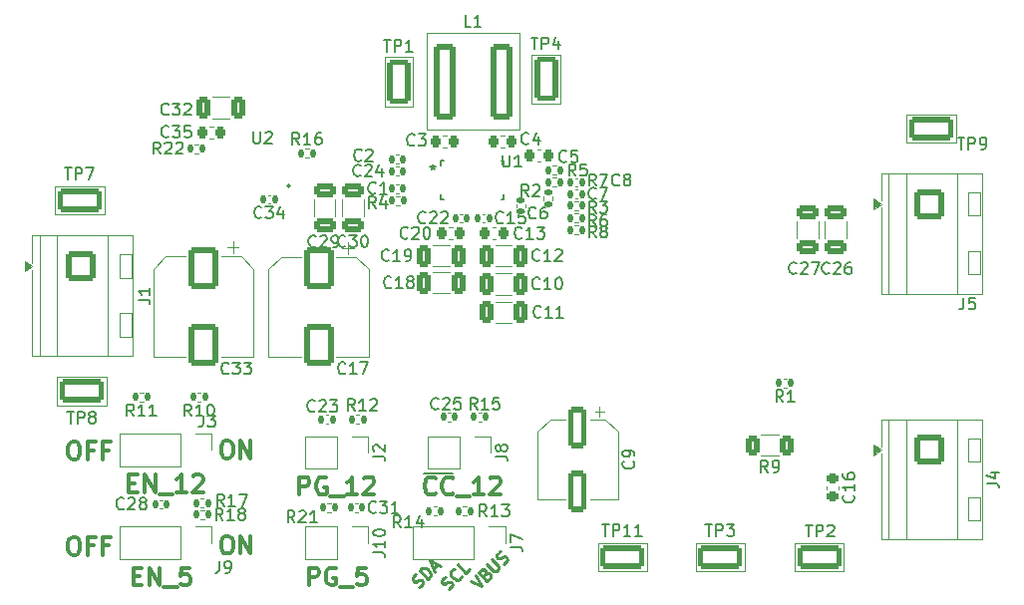
<source format=gbr>
%TF.GenerationSoftware,KiCad,Pcbnew,9.0.4*%
%TF.CreationDate,2025-11-02T21:55:33-03:00*%
%TF.ProjectId,PowerPCB,506f7765-7250-4434-922e-6b696361645f,rev?*%
%TF.SameCoordinates,Original*%
%TF.FileFunction,Legend,Top*%
%TF.FilePolarity,Positive*%
%FSLAX46Y46*%
G04 Gerber Fmt 4.6, Leading zero omitted, Abs format (unit mm)*
G04 Created by KiCad (PCBNEW 9.0.4) date 2025-11-02 21:55:33*
%MOMM*%
%LPD*%
G01*
G04 APERTURE LIST*
G04 Aperture macros list*
%AMRoundRect*
0 Rectangle with rounded corners*
0 $1 Rounding radius*
0 $2 $3 $4 $5 $6 $7 $8 $9 X,Y pos of 4 corners*
0 Add a 4 corners polygon primitive as box body*
4,1,4,$2,$3,$4,$5,$6,$7,$8,$9,$2,$3,0*
0 Add four circle primitives for the rounded corners*
1,1,$1+$1,$2,$3*
1,1,$1+$1,$4,$5*
1,1,$1+$1,$6,$7*
1,1,$1+$1,$8,$9*
0 Add four rect primitives between the rounded corners*
20,1,$1+$1,$2,$3,$4,$5,0*
20,1,$1+$1,$4,$5,$6,$7,0*
20,1,$1+$1,$6,$7,$8,$9,0*
20,1,$1+$1,$8,$9,$2,$3,0*%
G04 Aperture macros list end*
%ADD10C,0.200000*%
%ADD11C,0.300000*%
%ADD12C,0.250000*%
%ADD13C,0.150000*%
%ADD14C,0.120000*%
%ADD15C,0.152400*%
%ADD16C,0.000000*%
%ADD17RoundRect,0.225000X-0.225000X-0.250000X0.225000X-0.250000X0.225000X0.250000X-0.225000X0.250000X0*%
%ADD18RoundRect,0.140000X-0.140000X-0.170000X0.140000X-0.170000X0.140000X0.170000X-0.140000X0.170000X0*%
%ADD19RoundRect,0.250000X-1.050000X1.050000X-1.050000X-1.050000X1.050000X-1.050000X1.050000X1.050000X0*%
%ADD20C,2.600000*%
%ADD21RoundRect,0.250000X0.650000X-0.325000X0.650000X0.325000X-0.650000X0.325000X-0.650000X-0.325000X0*%
%ADD22R,1.700000X1.700000*%
%ADD23C,1.700000*%
%ADD24RoundRect,0.249999X0.710001X3.000001X-0.710001X3.000001X-0.710001X-3.000001X0.710001X-3.000001X0*%
%ADD25RoundRect,0.250000X0.750000X-1.650000X0.750000X1.650000X-0.750000X1.650000X-0.750000X-1.650000X0*%
%ADD26RoundRect,0.225000X0.225000X0.250000X-0.225000X0.250000X-0.225000X-0.250000X0.225000X-0.250000X0*%
%ADD27RoundRect,0.250000X-0.325000X-0.650000X0.325000X-0.650000X0.325000X0.650000X-0.325000X0.650000X0*%
%ADD28RoundRect,0.250000X0.325000X0.650000X-0.325000X0.650000X-0.325000X-0.650000X0.325000X-0.650000X0*%
%ADD29RoundRect,0.250000X-0.550000X1.500000X-0.550000X-1.500000X0.550000X-1.500000X0.550000X1.500000X0*%
%ADD30RoundRect,0.140000X0.140000X0.170000X-0.140000X0.170000X-0.140000X-0.170000X0.140000X-0.170000X0*%
%ADD31R,0.127000X0.127000*%
%ADD32RoundRect,0.135000X-0.135000X-0.185000X0.135000X-0.185000X0.135000X0.185000X-0.135000X0.185000X0*%
%ADD33RoundRect,0.135000X0.135000X0.185000X-0.135000X0.185000X-0.135000X-0.185000X0.135000X-0.185000X0*%
%ADD34RoundRect,0.250000X-0.650000X0.325000X-0.650000X-0.325000X0.650000X-0.325000X0.650000X0.325000X0*%
%ADD35RoundRect,0.250000X-1.650000X-0.750000X1.650000X-0.750000X1.650000X0.750000X-1.650000X0.750000X0*%
%ADD36RoundRect,0.250000X-1.000000X1.500000X-1.000000X-1.500000X1.000000X-1.500000X1.000000X1.500000X0*%
%ADD37R,0.609600X0.254000*%
%ADD38R,0.254000X0.660400*%
%ADD39R,0.254000X0.609600*%
%ADD40R,0.254000X3.403600*%
%ADD41R,0.254000X3.397602*%
%ADD42RoundRect,0.135000X0.185000X-0.135000X0.185000X0.135000X-0.185000X0.135000X-0.185000X-0.135000X0*%
%ADD43RoundRect,0.250000X0.312500X0.625000X-0.312500X0.625000X-0.312500X-0.625000X0.312500X-0.625000X0*%
%ADD44RoundRect,0.225000X-0.250000X0.225000X-0.250000X-0.225000X0.250000X-0.225000X0.250000X0.225000X0*%
%ADD45RoundRect,0.140000X0.170000X-0.140000X0.170000X0.140000X-0.170000X0.140000X-0.170000X-0.140000X0*%
G04 APERTURE END LIST*
D10*
X141380000Y-115370000D02*
X143900000Y-115370000D01*
D11*
X111580225Y-120800828D02*
X111865939Y-120800828D01*
X111865939Y-120800828D02*
X112008796Y-120872257D01*
X112008796Y-120872257D02*
X112151653Y-121015114D01*
X112151653Y-121015114D02*
X112223082Y-121300828D01*
X112223082Y-121300828D02*
X112223082Y-121800828D01*
X112223082Y-121800828D02*
X112151653Y-122086542D01*
X112151653Y-122086542D02*
X112008796Y-122229400D01*
X112008796Y-122229400D02*
X111865939Y-122300828D01*
X111865939Y-122300828D02*
X111580225Y-122300828D01*
X111580225Y-122300828D02*
X111437368Y-122229400D01*
X111437368Y-122229400D02*
X111294510Y-122086542D01*
X111294510Y-122086542D02*
X111223082Y-121800828D01*
X111223082Y-121800828D02*
X111223082Y-121300828D01*
X111223082Y-121300828D02*
X111294510Y-121015114D01*
X111294510Y-121015114D02*
X111437368Y-120872257D01*
X111437368Y-120872257D02*
X111580225Y-120800828D01*
X113365939Y-121515114D02*
X112865939Y-121515114D01*
X112865939Y-122300828D02*
X112865939Y-120800828D01*
X112865939Y-120800828D02*
X113580225Y-120800828D01*
X114651653Y-121515114D02*
X114151653Y-121515114D01*
X114151653Y-122300828D02*
X114151653Y-120800828D01*
X114151653Y-120800828D02*
X114865939Y-120800828D01*
X116754510Y-124115114D02*
X117254510Y-124115114D01*
X117468796Y-124900828D02*
X116754510Y-124900828D01*
X116754510Y-124900828D02*
X116754510Y-123400828D01*
X116754510Y-123400828D02*
X117468796Y-123400828D01*
X118111653Y-124900828D02*
X118111653Y-123400828D01*
X118111653Y-123400828D02*
X118968796Y-124900828D01*
X118968796Y-124900828D02*
X118968796Y-123400828D01*
X119325940Y-125043685D02*
X120468797Y-125043685D01*
X121540225Y-123400828D02*
X120825939Y-123400828D01*
X120825939Y-123400828D02*
X120754511Y-124115114D01*
X120754511Y-124115114D02*
X120825939Y-124043685D01*
X120825939Y-124043685D02*
X120968797Y-123972257D01*
X120968797Y-123972257D02*
X121325939Y-123972257D01*
X121325939Y-123972257D02*
X121468797Y-124043685D01*
X121468797Y-124043685D02*
X121540225Y-124115114D01*
X121540225Y-124115114D02*
X121611654Y-124257971D01*
X121611654Y-124257971D02*
X121611654Y-124615114D01*
X121611654Y-124615114D02*
X121540225Y-124757971D01*
X121540225Y-124757971D02*
X121468797Y-124829400D01*
X121468797Y-124829400D02*
X121325939Y-124900828D01*
X121325939Y-124900828D02*
X120968797Y-124900828D01*
X120968797Y-124900828D02*
X120825939Y-124829400D01*
X120825939Y-124829400D02*
X120754511Y-124757971D01*
D12*
X145380807Y-124513520D02*
X146323616Y-124984925D01*
X146323616Y-124984925D02*
X145852212Y-124042116D01*
X146660334Y-123907429D02*
X146795021Y-123840085D01*
X146795021Y-123840085D02*
X146862365Y-123840085D01*
X146862365Y-123840085D02*
X146963380Y-123873757D01*
X146963380Y-123873757D02*
X147064395Y-123974772D01*
X147064395Y-123974772D02*
X147098067Y-124075788D01*
X147098067Y-124075788D02*
X147098067Y-124143131D01*
X147098067Y-124143131D02*
X147064395Y-124244146D01*
X147064395Y-124244146D02*
X146795021Y-124513520D01*
X146795021Y-124513520D02*
X146087914Y-123806414D01*
X146087914Y-123806414D02*
X146323617Y-123570711D01*
X146323617Y-123570711D02*
X146424632Y-123537040D01*
X146424632Y-123537040D02*
X146491975Y-123537040D01*
X146491975Y-123537040D02*
X146592991Y-123570711D01*
X146592991Y-123570711D02*
X146660334Y-123638055D01*
X146660334Y-123638055D02*
X146694006Y-123739070D01*
X146694006Y-123739070D02*
X146694006Y-123806414D01*
X146694006Y-123806414D02*
X146660334Y-123907429D01*
X146660334Y-123907429D02*
X146424632Y-124143131D01*
X146795021Y-123099307D02*
X147367441Y-123671727D01*
X147367441Y-123671727D02*
X147468456Y-123705398D01*
X147468456Y-123705398D02*
X147535800Y-123705398D01*
X147535800Y-123705398D02*
X147636815Y-123671727D01*
X147636815Y-123671727D02*
X147771502Y-123537040D01*
X147771502Y-123537040D02*
X147805174Y-123436024D01*
X147805174Y-123436024D02*
X147805174Y-123368681D01*
X147805174Y-123368681D02*
X147771502Y-123267666D01*
X147771502Y-123267666D02*
X147199082Y-122695246D01*
X148175563Y-123065635D02*
X148310250Y-122998292D01*
X148310250Y-122998292D02*
X148478609Y-122829933D01*
X148478609Y-122829933D02*
X148512280Y-122728918D01*
X148512280Y-122728918D02*
X148512280Y-122661574D01*
X148512280Y-122661574D02*
X148478609Y-122560559D01*
X148478609Y-122560559D02*
X148411265Y-122493215D01*
X148411265Y-122493215D02*
X148310250Y-122459544D01*
X148310250Y-122459544D02*
X148242906Y-122459544D01*
X148242906Y-122459544D02*
X148141891Y-122493215D01*
X148141891Y-122493215D02*
X147973532Y-122594231D01*
X147973532Y-122594231D02*
X147872517Y-122627902D01*
X147872517Y-122627902D02*
X147805174Y-122627902D01*
X147805174Y-122627902D02*
X147704158Y-122594231D01*
X147704158Y-122594231D02*
X147636815Y-122526887D01*
X147636815Y-122526887D02*
X147603143Y-122425872D01*
X147603143Y-122425872D02*
X147603143Y-122358528D01*
X147603143Y-122358528D02*
X147636815Y-122257513D01*
X147636815Y-122257513D02*
X147805174Y-122089154D01*
X147805174Y-122089154D02*
X147939861Y-122021811D01*
D11*
X111580225Y-112700828D02*
X111865939Y-112700828D01*
X111865939Y-112700828D02*
X112008796Y-112772257D01*
X112008796Y-112772257D02*
X112151653Y-112915114D01*
X112151653Y-112915114D02*
X112223082Y-113200828D01*
X112223082Y-113200828D02*
X112223082Y-113700828D01*
X112223082Y-113700828D02*
X112151653Y-113986542D01*
X112151653Y-113986542D02*
X112008796Y-114129400D01*
X112008796Y-114129400D02*
X111865939Y-114200828D01*
X111865939Y-114200828D02*
X111580225Y-114200828D01*
X111580225Y-114200828D02*
X111437368Y-114129400D01*
X111437368Y-114129400D02*
X111294510Y-113986542D01*
X111294510Y-113986542D02*
X111223082Y-113700828D01*
X111223082Y-113700828D02*
X111223082Y-113200828D01*
X111223082Y-113200828D02*
X111294510Y-112915114D01*
X111294510Y-112915114D02*
X111437368Y-112772257D01*
X111437368Y-112772257D02*
X111580225Y-112700828D01*
X113365939Y-113415114D02*
X112865939Y-113415114D01*
X112865939Y-114200828D02*
X112865939Y-112700828D01*
X112865939Y-112700828D02*
X113580225Y-112700828D01*
X114651653Y-113415114D02*
X114151653Y-113415114D01*
X114151653Y-114200828D02*
X114151653Y-112700828D01*
X114151653Y-112700828D02*
X114865939Y-112700828D01*
X116394510Y-116215114D02*
X116894510Y-116215114D01*
X117108796Y-117000828D02*
X116394510Y-117000828D01*
X116394510Y-117000828D02*
X116394510Y-115500828D01*
X116394510Y-115500828D02*
X117108796Y-115500828D01*
X117751653Y-117000828D02*
X117751653Y-115500828D01*
X117751653Y-115500828D02*
X118608796Y-117000828D01*
X118608796Y-117000828D02*
X118608796Y-115500828D01*
X118965940Y-117143685D02*
X120108797Y-117143685D01*
X121251654Y-117000828D02*
X120394511Y-117000828D01*
X120823082Y-117000828D02*
X120823082Y-115500828D01*
X120823082Y-115500828D02*
X120680225Y-115715114D01*
X120680225Y-115715114D02*
X120537368Y-115857971D01*
X120537368Y-115857971D02*
X120394511Y-115929400D01*
X121823082Y-115643685D02*
X121894510Y-115572257D01*
X121894510Y-115572257D02*
X122037368Y-115500828D01*
X122037368Y-115500828D02*
X122394510Y-115500828D01*
X122394510Y-115500828D02*
X122537368Y-115572257D01*
X122537368Y-115572257D02*
X122608796Y-115643685D01*
X122608796Y-115643685D02*
X122680225Y-115786542D01*
X122680225Y-115786542D02*
X122680225Y-115929400D01*
X122680225Y-115929400D02*
X122608796Y-116143685D01*
X122608796Y-116143685D02*
X121751653Y-117000828D01*
X121751653Y-117000828D02*
X122680225Y-117000828D01*
X124580225Y-120700828D02*
X124865939Y-120700828D01*
X124865939Y-120700828D02*
X125008796Y-120772257D01*
X125008796Y-120772257D02*
X125151653Y-120915114D01*
X125151653Y-120915114D02*
X125223082Y-121200828D01*
X125223082Y-121200828D02*
X125223082Y-121700828D01*
X125223082Y-121700828D02*
X125151653Y-121986542D01*
X125151653Y-121986542D02*
X125008796Y-122129400D01*
X125008796Y-122129400D02*
X124865939Y-122200828D01*
X124865939Y-122200828D02*
X124580225Y-122200828D01*
X124580225Y-122200828D02*
X124437368Y-122129400D01*
X124437368Y-122129400D02*
X124294510Y-121986542D01*
X124294510Y-121986542D02*
X124223082Y-121700828D01*
X124223082Y-121700828D02*
X124223082Y-121200828D01*
X124223082Y-121200828D02*
X124294510Y-120915114D01*
X124294510Y-120915114D02*
X124437368Y-120772257D01*
X124437368Y-120772257D02*
X124580225Y-120700828D01*
X125865939Y-122200828D02*
X125865939Y-120700828D01*
X125865939Y-120700828D02*
X126723082Y-122200828D01*
X126723082Y-122200828D02*
X126723082Y-120700828D01*
X142411653Y-117057971D02*
X142340225Y-117129400D01*
X142340225Y-117129400D02*
X142125939Y-117200828D01*
X142125939Y-117200828D02*
X141983082Y-117200828D01*
X141983082Y-117200828D02*
X141768796Y-117129400D01*
X141768796Y-117129400D02*
X141625939Y-116986542D01*
X141625939Y-116986542D02*
X141554510Y-116843685D01*
X141554510Y-116843685D02*
X141483082Y-116557971D01*
X141483082Y-116557971D02*
X141483082Y-116343685D01*
X141483082Y-116343685D02*
X141554510Y-116057971D01*
X141554510Y-116057971D02*
X141625939Y-115915114D01*
X141625939Y-115915114D02*
X141768796Y-115772257D01*
X141768796Y-115772257D02*
X141983082Y-115700828D01*
X141983082Y-115700828D02*
X142125939Y-115700828D01*
X142125939Y-115700828D02*
X142340225Y-115772257D01*
X142340225Y-115772257D02*
X142411653Y-115843685D01*
X143911653Y-117057971D02*
X143840225Y-117129400D01*
X143840225Y-117129400D02*
X143625939Y-117200828D01*
X143625939Y-117200828D02*
X143483082Y-117200828D01*
X143483082Y-117200828D02*
X143268796Y-117129400D01*
X143268796Y-117129400D02*
X143125939Y-116986542D01*
X143125939Y-116986542D02*
X143054510Y-116843685D01*
X143054510Y-116843685D02*
X142983082Y-116557971D01*
X142983082Y-116557971D02*
X142983082Y-116343685D01*
X142983082Y-116343685D02*
X143054510Y-116057971D01*
X143054510Y-116057971D02*
X143125939Y-115915114D01*
X143125939Y-115915114D02*
X143268796Y-115772257D01*
X143268796Y-115772257D02*
X143483082Y-115700828D01*
X143483082Y-115700828D02*
X143625939Y-115700828D01*
X143625939Y-115700828D02*
X143840225Y-115772257D01*
X143840225Y-115772257D02*
X143911653Y-115843685D01*
X144197368Y-117343685D02*
X145340225Y-117343685D01*
X146483082Y-117200828D02*
X145625939Y-117200828D01*
X146054510Y-117200828D02*
X146054510Y-115700828D01*
X146054510Y-115700828D02*
X145911653Y-115915114D01*
X145911653Y-115915114D02*
X145768796Y-116057971D01*
X145768796Y-116057971D02*
X145625939Y-116129400D01*
X147054510Y-115843685D02*
X147125938Y-115772257D01*
X147125938Y-115772257D02*
X147268796Y-115700828D01*
X147268796Y-115700828D02*
X147625938Y-115700828D01*
X147625938Y-115700828D02*
X147768796Y-115772257D01*
X147768796Y-115772257D02*
X147840224Y-115843685D01*
X147840224Y-115843685D02*
X147911653Y-115986542D01*
X147911653Y-115986542D02*
X147911653Y-116129400D01*
X147911653Y-116129400D02*
X147840224Y-116343685D01*
X147840224Y-116343685D02*
X146983081Y-117200828D01*
X146983081Y-117200828D02*
X147911653Y-117200828D01*
X130854510Y-117200828D02*
X130854510Y-115700828D01*
X130854510Y-115700828D02*
X131425939Y-115700828D01*
X131425939Y-115700828D02*
X131568796Y-115772257D01*
X131568796Y-115772257D02*
X131640225Y-115843685D01*
X131640225Y-115843685D02*
X131711653Y-115986542D01*
X131711653Y-115986542D02*
X131711653Y-116200828D01*
X131711653Y-116200828D02*
X131640225Y-116343685D01*
X131640225Y-116343685D02*
X131568796Y-116415114D01*
X131568796Y-116415114D02*
X131425939Y-116486542D01*
X131425939Y-116486542D02*
X130854510Y-116486542D01*
X133140225Y-115772257D02*
X132997368Y-115700828D01*
X132997368Y-115700828D02*
X132783082Y-115700828D01*
X132783082Y-115700828D02*
X132568796Y-115772257D01*
X132568796Y-115772257D02*
X132425939Y-115915114D01*
X132425939Y-115915114D02*
X132354510Y-116057971D01*
X132354510Y-116057971D02*
X132283082Y-116343685D01*
X132283082Y-116343685D02*
X132283082Y-116557971D01*
X132283082Y-116557971D02*
X132354510Y-116843685D01*
X132354510Y-116843685D02*
X132425939Y-116986542D01*
X132425939Y-116986542D02*
X132568796Y-117129400D01*
X132568796Y-117129400D02*
X132783082Y-117200828D01*
X132783082Y-117200828D02*
X132925939Y-117200828D01*
X132925939Y-117200828D02*
X133140225Y-117129400D01*
X133140225Y-117129400D02*
X133211653Y-117057971D01*
X133211653Y-117057971D02*
X133211653Y-116557971D01*
X133211653Y-116557971D02*
X132925939Y-116557971D01*
X133497368Y-117343685D02*
X134640225Y-117343685D01*
X135783082Y-117200828D02*
X134925939Y-117200828D01*
X135354510Y-117200828D02*
X135354510Y-115700828D01*
X135354510Y-115700828D02*
X135211653Y-115915114D01*
X135211653Y-115915114D02*
X135068796Y-116057971D01*
X135068796Y-116057971D02*
X134925939Y-116129400D01*
X136354510Y-115843685D02*
X136425938Y-115772257D01*
X136425938Y-115772257D02*
X136568796Y-115700828D01*
X136568796Y-115700828D02*
X136925938Y-115700828D01*
X136925938Y-115700828D02*
X137068796Y-115772257D01*
X137068796Y-115772257D02*
X137140224Y-115843685D01*
X137140224Y-115843685D02*
X137211653Y-115986542D01*
X137211653Y-115986542D02*
X137211653Y-116129400D01*
X137211653Y-116129400D02*
X137140224Y-116343685D01*
X137140224Y-116343685D02*
X136283081Y-117200828D01*
X136283081Y-117200828D02*
X137211653Y-117200828D01*
X124580225Y-112600828D02*
X124865939Y-112600828D01*
X124865939Y-112600828D02*
X125008796Y-112672257D01*
X125008796Y-112672257D02*
X125151653Y-112815114D01*
X125151653Y-112815114D02*
X125223082Y-113100828D01*
X125223082Y-113100828D02*
X125223082Y-113600828D01*
X125223082Y-113600828D02*
X125151653Y-113886542D01*
X125151653Y-113886542D02*
X125008796Y-114029400D01*
X125008796Y-114029400D02*
X124865939Y-114100828D01*
X124865939Y-114100828D02*
X124580225Y-114100828D01*
X124580225Y-114100828D02*
X124437368Y-114029400D01*
X124437368Y-114029400D02*
X124294510Y-113886542D01*
X124294510Y-113886542D02*
X124223082Y-113600828D01*
X124223082Y-113600828D02*
X124223082Y-113100828D01*
X124223082Y-113100828D02*
X124294510Y-112815114D01*
X124294510Y-112815114D02*
X124437368Y-112672257D01*
X124437368Y-112672257D02*
X124580225Y-112600828D01*
X125865939Y-114100828D02*
X125865939Y-112600828D01*
X125865939Y-112600828D02*
X126723082Y-114100828D01*
X126723082Y-114100828D02*
X126723082Y-112600828D01*
D12*
X143521586Y-125219612D02*
X143656273Y-125152268D01*
X143656273Y-125152268D02*
X143824632Y-124983910D01*
X143824632Y-124983910D02*
X143858303Y-124882894D01*
X143858303Y-124882894D02*
X143858303Y-124815551D01*
X143858303Y-124815551D02*
X143824632Y-124714536D01*
X143824632Y-124714536D02*
X143757288Y-124647192D01*
X143757288Y-124647192D02*
X143656273Y-124613520D01*
X143656273Y-124613520D02*
X143588929Y-124613520D01*
X143588929Y-124613520D02*
X143487914Y-124647192D01*
X143487914Y-124647192D02*
X143319555Y-124748207D01*
X143319555Y-124748207D02*
X143218540Y-124781879D01*
X143218540Y-124781879D02*
X143151197Y-124781879D01*
X143151197Y-124781879D02*
X143050181Y-124748207D01*
X143050181Y-124748207D02*
X142982838Y-124680864D01*
X142982838Y-124680864D02*
X142949166Y-124579849D01*
X142949166Y-124579849D02*
X142949166Y-124512505D01*
X142949166Y-124512505D02*
X142982838Y-124411490D01*
X142982838Y-124411490D02*
X143151197Y-124243131D01*
X143151197Y-124243131D02*
X143285884Y-124175788D01*
X144599082Y-124074772D02*
X144599082Y-124142116D01*
X144599082Y-124142116D02*
X144531739Y-124276803D01*
X144531739Y-124276803D02*
X144464395Y-124344146D01*
X144464395Y-124344146D02*
X144329708Y-124411490D01*
X144329708Y-124411490D02*
X144195021Y-124411490D01*
X144195021Y-124411490D02*
X144094006Y-124377818D01*
X144094006Y-124377818D02*
X143925647Y-124276803D01*
X143925647Y-124276803D02*
X143824632Y-124175788D01*
X143824632Y-124175788D02*
X143723616Y-124007429D01*
X143723616Y-124007429D02*
X143689945Y-123906414D01*
X143689945Y-123906414D02*
X143689945Y-123771727D01*
X143689945Y-123771727D02*
X143757288Y-123637040D01*
X143757288Y-123637040D02*
X143824632Y-123569696D01*
X143824632Y-123569696D02*
X143959319Y-123502353D01*
X143959319Y-123502353D02*
X144026662Y-123502353D01*
X145306189Y-123502353D02*
X144969471Y-123839070D01*
X144969471Y-123839070D02*
X144262365Y-123131963D01*
X141021586Y-125019612D02*
X141156273Y-124952268D01*
X141156273Y-124952268D02*
X141324632Y-124783910D01*
X141324632Y-124783910D02*
X141358303Y-124682894D01*
X141358303Y-124682894D02*
X141358303Y-124615551D01*
X141358303Y-124615551D02*
X141324632Y-124514536D01*
X141324632Y-124514536D02*
X141257288Y-124447192D01*
X141257288Y-124447192D02*
X141156273Y-124413520D01*
X141156273Y-124413520D02*
X141088929Y-124413520D01*
X141088929Y-124413520D02*
X140987914Y-124447192D01*
X140987914Y-124447192D02*
X140819555Y-124548207D01*
X140819555Y-124548207D02*
X140718540Y-124581879D01*
X140718540Y-124581879D02*
X140651197Y-124581879D01*
X140651197Y-124581879D02*
X140550181Y-124548207D01*
X140550181Y-124548207D02*
X140482838Y-124480864D01*
X140482838Y-124480864D02*
X140449166Y-124379849D01*
X140449166Y-124379849D02*
X140449166Y-124312505D01*
X140449166Y-124312505D02*
X140482838Y-124211490D01*
X140482838Y-124211490D02*
X140651197Y-124043131D01*
X140651197Y-124043131D02*
X140785884Y-123975788D01*
X141762365Y-124346177D02*
X141055258Y-123639070D01*
X141055258Y-123639070D02*
X141223616Y-123470711D01*
X141223616Y-123470711D02*
X141358303Y-123403368D01*
X141358303Y-123403368D02*
X141492990Y-123403368D01*
X141492990Y-123403368D02*
X141594006Y-123437040D01*
X141594006Y-123437040D02*
X141762365Y-123538055D01*
X141762365Y-123538055D02*
X141863380Y-123639070D01*
X141863380Y-123639070D02*
X141964395Y-123807429D01*
X141964395Y-123807429D02*
X141998067Y-123908444D01*
X141998067Y-123908444D02*
X141998067Y-124043131D01*
X141998067Y-124043131D02*
X141930723Y-124177818D01*
X141930723Y-124177818D02*
X141762365Y-124346177D01*
X142233769Y-123470711D02*
X142570487Y-123133994D01*
X142368456Y-123740085D02*
X141897052Y-122797276D01*
X141897052Y-122797276D02*
X142839861Y-123268681D01*
D11*
X131654510Y-124900828D02*
X131654510Y-123400828D01*
X131654510Y-123400828D02*
X132225939Y-123400828D01*
X132225939Y-123400828D02*
X132368796Y-123472257D01*
X132368796Y-123472257D02*
X132440225Y-123543685D01*
X132440225Y-123543685D02*
X132511653Y-123686542D01*
X132511653Y-123686542D02*
X132511653Y-123900828D01*
X132511653Y-123900828D02*
X132440225Y-124043685D01*
X132440225Y-124043685D02*
X132368796Y-124115114D01*
X132368796Y-124115114D02*
X132225939Y-124186542D01*
X132225939Y-124186542D02*
X131654510Y-124186542D01*
X133940225Y-123472257D02*
X133797368Y-123400828D01*
X133797368Y-123400828D02*
X133583082Y-123400828D01*
X133583082Y-123400828D02*
X133368796Y-123472257D01*
X133368796Y-123472257D02*
X133225939Y-123615114D01*
X133225939Y-123615114D02*
X133154510Y-123757971D01*
X133154510Y-123757971D02*
X133083082Y-124043685D01*
X133083082Y-124043685D02*
X133083082Y-124257971D01*
X133083082Y-124257971D02*
X133154510Y-124543685D01*
X133154510Y-124543685D02*
X133225939Y-124686542D01*
X133225939Y-124686542D02*
X133368796Y-124829400D01*
X133368796Y-124829400D02*
X133583082Y-124900828D01*
X133583082Y-124900828D02*
X133725939Y-124900828D01*
X133725939Y-124900828D02*
X133940225Y-124829400D01*
X133940225Y-124829400D02*
X134011653Y-124757971D01*
X134011653Y-124757971D02*
X134011653Y-124257971D01*
X134011653Y-124257971D02*
X133725939Y-124257971D01*
X134297368Y-125043685D02*
X135440225Y-125043685D01*
X136511653Y-123400828D02*
X135797367Y-123400828D01*
X135797367Y-123400828D02*
X135725939Y-124115114D01*
X135725939Y-124115114D02*
X135797367Y-124043685D01*
X135797367Y-124043685D02*
X135940225Y-123972257D01*
X135940225Y-123972257D02*
X136297367Y-123972257D01*
X136297367Y-123972257D02*
X136440225Y-124043685D01*
X136440225Y-124043685D02*
X136511653Y-124115114D01*
X136511653Y-124115114D02*
X136583082Y-124257971D01*
X136583082Y-124257971D02*
X136583082Y-124615114D01*
X136583082Y-124615114D02*
X136511653Y-124757971D01*
X136511653Y-124757971D02*
X136440225Y-124829400D01*
X136440225Y-124829400D02*
X136297367Y-124900828D01*
X136297367Y-124900828D02*
X135940225Y-124900828D01*
X135940225Y-124900828D02*
X135797367Y-124829400D01*
X135797367Y-124829400D02*
X135725939Y-124757971D01*
D13*
X140057142Y-95359580D02*
X140009523Y-95407200D01*
X140009523Y-95407200D02*
X139866666Y-95454819D01*
X139866666Y-95454819D02*
X139771428Y-95454819D01*
X139771428Y-95454819D02*
X139628571Y-95407200D01*
X139628571Y-95407200D02*
X139533333Y-95311961D01*
X139533333Y-95311961D02*
X139485714Y-95216723D01*
X139485714Y-95216723D02*
X139438095Y-95026247D01*
X139438095Y-95026247D02*
X139438095Y-94883390D01*
X139438095Y-94883390D02*
X139485714Y-94692914D01*
X139485714Y-94692914D02*
X139533333Y-94597676D01*
X139533333Y-94597676D02*
X139628571Y-94502438D01*
X139628571Y-94502438D02*
X139771428Y-94454819D01*
X139771428Y-94454819D02*
X139866666Y-94454819D01*
X139866666Y-94454819D02*
X140009523Y-94502438D01*
X140009523Y-94502438D02*
X140057142Y-94550057D01*
X140438095Y-94550057D02*
X140485714Y-94502438D01*
X140485714Y-94502438D02*
X140580952Y-94454819D01*
X140580952Y-94454819D02*
X140819047Y-94454819D01*
X140819047Y-94454819D02*
X140914285Y-94502438D01*
X140914285Y-94502438D02*
X140961904Y-94550057D01*
X140961904Y-94550057D02*
X141009523Y-94645295D01*
X141009523Y-94645295D02*
X141009523Y-94740533D01*
X141009523Y-94740533D02*
X140961904Y-94883390D01*
X140961904Y-94883390D02*
X140390476Y-95454819D01*
X140390476Y-95454819D02*
X141009523Y-95454819D01*
X141628571Y-94454819D02*
X141723809Y-94454819D01*
X141723809Y-94454819D02*
X141819047Y-94502438D01*
X141819047Y-94502438D02*
X141866666Y-94550057D01*
X141866666Y-94550057D02*
X141914285Y-94645295D01*
X141914285Y-94645295D02*
X141961904Y-94835771D01*
X141961904Y-94835771D02*
X141961904Y-95073866D01*
X141961904Y-95073866D02*
X141914285Y-95264342D01*
X141914285Y-95264342D02*
X141866666Y-95359580D01*
X141866666Y-95359580D02*
X141819047Y-95407200D01*
X141819047Y-95407200D02*
X141723809Y-95454819D01*
X141723809Y-95454819D02*
X141628571Y-95454819D01*
X141628571Y-95454819D02*
X141533333Y-95407200D01*
X141533333Y-95407200D02*
X141485714Y-95359580D01*
X141485714Y-95359580D02*
X141438095Y-95264342D01*
X141438095Y-95264342D02*
X141390476Y-95073866D01*
X141390476Y-95073866D02*
X141390476Y-94835771D01*
X141390476Y-94835771D02*
X141438095Y-94645295D01*
X141438095Y-94645295D02*
X141485714Y-94550057D01*
X141485714Y-94550057D02*
X141533333Y-94502438D01*
X141533333Y-94502438D02*
X141628571Y-94454819D01*
X115957142Y-118359580D02*
X115909523Y-118407200D01*
X115909523Y-118407200D02*
X115766666Y-118454819D01*
X115766666Y-118454819D02*
X115671428Y-118454819D01*
X115671428Y-118454819D02*
X115528571Y-118407200D01*
X115528571Y-118407200D02*
X115433333Y-118311961D01*
X115433333Y-118311961D02*
X115385714Y-118216723D01*
X115385714Y-118216723D02*
X115338095Y-118026247D01*
X115338095Y-118026247D02*
X115338095Y-117883390D01*
X115338095Y-117883390D02*
X115385714Y-117692914D01*
X115385714Y-117692914D02*
X115433333Y-117597676D01*
X115433333Y-117597676D02*
X115528571Y-117502438D01*
X115528571Y-117502438D02*
X115671428Y-117454819D01*
X115671428Y-117454819D02*
X115766666Y-117454819D01*
X115766666Y-117454819D02*
X115909523Y-117502438D01*
X115909523Y-117502438D02*
X115957142Y-117550057D01*
X116338095Y-117550057D02*
X116385714Y-117502438D01*
X116385714Y-117502438D02*
X116480952Y-117454819D01*
X116480952Y-117454819D02*
X116719047Y-117454819D01*
X116719047Y-117454819D02*
X116814285Y-117502438D01*
X116814285Y-117502438D02*
X116861904Y-117550057D01*
X116861904Y-117550057D02*
X116909523Y-117645295D01*
X116909523Y-117645295D02*
X116909523Y-117740533D01*
X116909523Y-117740533D02*
X116861904Y-117883390D01*
X116861904Y-117883390D02*
X116290476Y-118454819D01*
X116290476Y-118454819D02*
X116909523Y-118454819D01*
X117480952Y-117883390D02*
X117385714Y-117835771D01*
X117385714Y-117835771D02*
X117338095Y-117788152D01*
X117338095Y-117788152D02*
X117290476Y-117692914D01*
X117290476Y-117692914D02*
X117290476Y-117645295D01*
X117290476Y-117645295D02*
X117338095Y-117550057D01*
X117338095Y-117550057D02*
X117385714Y-117502438D01*
X117385714Y-117502438D02*
X117480952Y-117454819D01*
X117480952Y-117454819D02*
X117671428Y-117454819D01*
X117671428Y-117454819D02*
X117766666Y-117502438D01*
X117766666Y-117502438D02*
X117814285Y-117550057D01*
X117814285Y-117550057D02*
X117861904Y-117645295D01*
X117861904Y-117645295D02*
X117861904Y-117692914D01*
X117861904Y-117692914D02*
X117814285Y-117788152D01*
X117814285Y-117788152D02*
X117766666Y-117835771D01*
X117766666Y-117835771D02*
X117671428Y-117883390D01*
X117671428Y-117883390D02*
X117480952Y-117883390D01*
X117480952Y-117883390D02*
X117385714Y-117931009D01*
X117385714Y-117931009D02*
X117338095Y-117978628D01*
X117338095Y-117978628D02*
X117290476Y-118073866D01*
X117290476Y-118073866D02*
X117290476Y-118264342D01*
X117290476Y-118264342D02*
X117338095Y-118359580D01*
X117338095Y-118359580D02*
X117385714Y-118407200D01*
X117385714Y-118407200D02*
X117480952Y-118454819D01*
X117480952Y-118454819D02*
X117671428Y-118454819D01*
X117671428Y-118454819D02*
X117766666Y-118407200D01*
X117766666Y-118407200D02*
X117814285Y-118359580D01*
X117814285Y-118359580D02*
X117861904Y-118264342D01*
X117861904Y-118264342D02*
X117861904Y-118073866D01*
X117861904Y-118073866D02*
X117814285Y-117978628D01*
X117814285Y-117978628D02*
X117766666Y-117931009D01*
X117766666Y-117931009D02*
X117671428Y-117883390D01*
X187266666Y-100454819D02*
X187266666Y-101169104D01*
X187266666Y-101169104D02*
X187219047Y-101311961D01*
X187219047Y-101311961D02*
X187123809Y-101407200D01*
X187123809Y-101407200D02*
X186980952Y-101454819D01*
X186980952Y-101454819D02*
X186885714Y-101454819D01*
X188219047Y-100454819D02*
X187742857Y-100454819D01*
X187742857Y-100454819D02*
X187695238Y-100931009D01*
X187695238Y-100931009D02*
X187742857Y-100883390D01*
X187742857Y-100883390D02*
X187838095Y-100835771D01*
X187838095Y-100835771D02*
X188076190Y-100835771D01*
X188076190Y-100835771D02*
X188171428Y-100883390D01*
X188171428Y-100883390D02*
X188219047Y-100931009D01*
X188219047Y-100931009D02*
X188266666Y-101026247D01*
X188266666Y-101026247D02*
X188266666Y-101264342D01*
X188266666Y-101264342D02*
X188219047Y-101359580D01*
X188219047Y-101359580D02*
X188171428Y-101407200D01*
X188171428Y-101407200D02*
X188076190Y-101454819D01*
X188076190Y-101454819D02*
X187838095Y-101454819D01*
X187838095Y-101454819D02*
X187742857Y-101407200D01*
X187742857Y-101407200D02*
X187695238Y-101359580D01*
X134757142Y-96059580D02*
X134709523Y-96107200D01*
X134709523Y-96107200D02*
X134566666Y-96154819D01*
X134566666Y-96154819D02*
X134471428Y-96154819D01*
X134471428Y-96154819D02*
X134328571Y-96107200D01*
X134328571Y-96107200D02*
X134233333Y-96011961D01*
X134233333Y-96011961D02*
X134185714Y-95916723D01*
X134185714Y-95916723D02*
X134138095Y-95726247D01*
X134138095Y-95726247D02*
X134138095Y-95583390D01*
X134138095Y-95583390D02*
X134185714Y-95392914D01*
X134185714Y-95392914D02*
X134233333Y-95297676D01*
X134233333Y-95297676D02*
X134328571Y-95202438D01*
X134328571Y-95202438D02*
X134471428Y-95154819D01*
X134471428Y-95154819D02*
X134566666Y-95154819D01*
X134566666Y-95154819D02*
X134709523Y-95202438D01*
X134709523Y-95202438D02*
X134757142Y-95250057D01*
X135090476Y-95154819D02*
X135709523Y-95154819D01*
X135709523Y-95154819D02*
X135376190Y-95535771D01*
X135376190Y-95535771D02*
X135519047Y-95535771D01*
X135519047Y-95535771D02*
X135614285Y-95583390D01*
X135614285Y-95583390D02*
X135661904Y-95631009D01*
X135661904Y-95631009D02*
X135709523Y-95726247D01*
X135709523Y-95726247D02*
X135709523Y-95964342D01*
X135709523Y-95964342D02*
X135661904Y-96059580D01*
X135661904Y-96059580D02*
X135614285Y-96107200D01*
X135614285Y-96107200D02*
X135519047Y-96154819D01*
X135519047Y-96154819D02*
X135233333Y-96154819D01*
X135233333Y-96154819D02*
X135138095Y-96107200D01*
X135138095Y-96107200D02*
X135090476Y-96059580D01*
X136328571Y-95154819D02*
X136423809Y-95154819D01*
X136423809Y-95154819D02*
X136519047Y-95202438D01*
X136519047Y-95202438D02*
X136566666Y-95250057D01*
X136566666Y-95250057D02*
X136614285Y-95345295D01*
X136614285Y-95345295D02*
X136661904Y-95535771D01*
X136661904Y-95535771D02*
X136661904Y-95773866D01*
X136661904Y-95773866D02*
X136614285Y-95964342D01*
X136614285Y-95964342D02*
X136566666Y-96059580D01*
X136566666Y-96059580D02*
X136519047Y-96107200D01*
X136519047Y-96107200D02*
X136423809Y-96154819D01*
X136423809Y-96154819D02*
X136328571Y-96154819D01*
X136328571Y-96154819D02*
X136233333Y-96107200D01*
X136233333Y-96107200D02*
X136185714Y-96059580D01*
X136185714Y-96059580D02*
X136138095Y-95964342D01*
X136138095Y-95964342D02*
X136090476Y-95773866D01*
X136090476Y-95773866D02*
X136090476Y-95535771D01*
X136090476Y-95535771D02*
X136138095Y-95345295D01*
X136138095Y-95345295D02*
X136185714Y-95250057D01*
X136185714Y-95250057D02*
X136233333Y-95202438D01*
X136233333Y-95202438D02*
X136328571Y-95154819D01*
X137333333Y-91559580D02*
X137285714Y-91607200D01*
X137285714Y-91607200D02*
X137142857Y-91654819D01*
X137142857Y-91654819D02*
X137047619Y-91654819D01*
X137047619Y-91654819D02*
X136904762Y-91607200D01*
X136904762Y-91607200D02*
X136809524Y-91511961D01*
X136809524Y-91511961D02*
X136761905Y-91416723D01*
X136761905Y-91416723D02*
X136714286Y-91226247D01*
X136714286Y-91226247D02*
X136714286Y-91083390D01*
X136714286Y-91083390D02*
X136761905Y-90892914D01*
X136761905Y-90892914D02*
X136809524Y-90797676D01*
X136809524Y-90797676D02*
X136904762Y-90702438D01*
X136904762Y-90702438D02*
X137047619Y-90654819D01*
X137047619Y-90654819D02*
X137142857Y-90654819D01*
X137142857Y-90654819D02*
X137285714Y-90702438D01*
X137285714Y-90702438D02*
X137333333Y-90750057D01*
X138285714Y-91654819D02*
X137714286Y-91654819D01*
X138000000Y-91654819D02*
X138000000Y-90654819D01*
X138000000Y-90654819D02*
X137904762Y-90797676D01*
X137904762Y-90797676D02*
X137809524Y-90892914D01*
X137809524Y-90892914D02*
X137714286Y-90940533D01*
X147534819Y-113933333D02*
X148249104Y-113933333D01*
X148249104Y-113933333D02*
X148391961Y-113980952D01*
X148391961Y-113980952D02*
X148487200Y-114076190D01*
X148487200Y-114076190D02*
X148534819Y-114219047D01*
X148534819Y-114219047D02*
X148534819Y-114314285D01*
X147963390Y-113314285D02*
X147915771Y-113409523D01*
X147915771Y-113409523D02*
X147868152Y-113457142D01*
X147868152Y-113457142D02*
X147772914Y-113504761D01*
X147772914Y-113504761D02*
X147725295Y-113504761D01*
X147725295Y-113504761D02*
X147630057Y-113457142D01*
X147630057Y-113457142D02*
X147582438Y-113409523D01*
X147582438Y-113409523D02*
X147534819Y-113314285D01*
X147534819Y-113314285D02*
X147534819Y-113123809D01*
X147534819Y-113123809D02*
X147582438Y-113028571D01*
X147582438Y-113028571D02*
X147630057Y-112980952D01*
X147630057Y-112980952D02*
X147725295Y-112933333D01*
X147725295Y-112933333D02*
X147772914Y-112933333D01*
X147772914Y-112933333D02*
X147868152Y-112980952D01*
X147868152Y-112980952D02*
X147915771Y-113028571D01*
X147915771Y-113028571D02*
X147963390Y-113123809D01*
X147963390Y-113123809D02*
X147963390Y-113314285D01*
X147963390Y-113314285D02*
X148011009Y-113409523D01*
X148011009Y-113409523D02*
X148058628Y-113457142D01*
X148058628Y-113457142D02*
X148153866Y-113504761D01*
X148153866Y-113504761D02*
X148344342Y-113504761D01*
X148344342Y-113504761D02*
X148439580Y-113457142D01*
X148439580Y-113457142D02*
X148487200Y-113409523D01*
X148487200Y-113409523D02*
X148534819Y-113314285D01*
X148534819Y-113314285D02*
X148534819Y-113123809D01*
X148534819Y-113123809D02*
X148487200Y-113028571D01*
X148487200Y-113028571D02*
X148439580Y-112980952D01*
X148439580Y-112980952D02*
X148344342Y-112933333D01*
X148344342Y-112933333D02*
X148153866Y-112933333D01*
X148153866Y-112933333D02*
X148058628Y-112980952D01*
X148058628Y-112980952D02*
X148011009Y-113028571D01*
X148011009Y-113028571D02*
X147963390Y-113123809D01*
X136057142Y-90059580D02*
X136009523Y-90107200D01*
X136009523Y-90107200D02*
X135866666Y-90154819D01*
X135866666Y-90154819D02*
X135771428Y-90154819D01*
X135771428Y-90154819D02*
X135628571Y-90107200D01*
X135628571Y-90107200D02*
X135533333Y-90011961D01*
X135533333Y-90011961D02*
X135485714Y-89916723D01*
X135485714Y-89916723D02*
X135438095Y-89726247D01*
X135438095Y-89726247D02*
X135438095Y-89583390D01*
X135438095Y-89583390D02*
X135485714Y-89392914D01*
X135485714Y-89392914D02*
X135533333Y-89297676D01*
X135533333Y-89297676D02*
X135628571Y-89202438D01*
X135628571Y-89202438D02*
X135771428Y-89154819D01*
X135771428Y-89154819D02*
X135866666Y-89154819D01*
X135866666Y-89154819D02*
X136009523Y-89202438D01*
X136009523Y-89202438D02*
X136057142Y-89250057D01*
X136438095Y-89250057D02*
X136485714Y-89202438D01*
X136485714Y-89202438D02*
X136580952Y-89154819D01*
X136580952Y-89154819D02*
X136819047Y-89154819D01*
X136819047Y-89154819D02*
X136914285Y-89202438D01*
X136914285Y-89202438D02*
X136961904Y-89250057D01*
X136961904Y-89250057D02*
X137009523Y-89345295D01*
X137009523Y-89345295D02*
X137009523Y-89440533D01*
X137009523Y-89440533D02*
X136961904Y-89583390D01*
X136961904Y-89583390D02*
X136390476Y-90154819D01*
X136390476Y-90154819D02*
X137009523Y-90154819D01*
X137866666Y-89488152D02*
X137866666Y-90154819D01*
X137628571Y-89107200D02*
X137390476Y-89821485D01*
X137390476Y-89821485D02*
X138009523Y-89821485D01*
X145433333Y-77454819D02*
X144957143Y-77454819D01*
X144957143Y-77454819D02*
X144957143Y-76454819D01*
X146290476Y-77454819D02*
X145719048Y-77454819D01*
X146004762Y-77454819D02*
X146004762Y-76454819D01*
X146004762Y-76454819D02*
X145909524Y-76597676D01*
X145909524Y-76597676D02*
X145814286Y-76692914D01*
X145814286Y-76692914D02*
X145719048Y-76740533D01*
X138038095Y-78554819D02*
X138609523Y-78554819D01*
X138323809Y-79554819D02*
X138323809Y-78554819D01*
X138942857Y-79554819D02*
X138942857Y-78554819D01*
X138942857Y-78554819D02*
X139323809Y-78554819D01*
X139323809Y-78554819D02*
X139419047Y-78602438D01*
X139419047Y-78602438D02*
X139466666Y-78650057D01*
X139466666Y-78650057D02*
X139514285Y-78745295D01*
X139514285Y-78745295D02*
X139514285Y-78888152D01*
X139514285Y-78888152D02*
X139466666Y-78983390D01*
X139466666Y-78983390D02*
X139419047Y-79031009D01*
X139419047Y-79031009D02*
X139323809Y-79078628D01*
X139323809Y-79078628D02*
X138942857Y-79078628D01*
X140466666Y-79554819D02*
X139895238Y-79554819D01*
X140180952Y-79554819D02*
X140180952Y-78554819D01*
X140180952Y-78554819D02*
X140085714Y-78697676D01*
X140085714Y-78697676D02*
X139990476Y-78792914D01*
X139990476Y-78792914D02*
X139895238Y-78840533D01*
X136133333Y-88759580D02*
X136085714Y-88807200D01*
X136085714Y-88807200D02*
X135942857Y-88854819D01*
X135942857Y-88854819D02*
X135847619Y-88854819D01*
X135847619Y-88854819D02*
X135704762Y-88807200D01*
X135704762Y-88807200D02*
X135609524Y-88711961D01*
X135609524Y-88711961D02*
X135561905Y-88616723D01*
X135561905Y-88616723D02*
X135514286Y-88426247D01*
X135514286Y-88426247D02*
X135514286Y-88283390D01*
X135514286Y-88283390D02*
X135561905Y-88092914D01*
X135561905Y-88092914D02*
X135609524Y-87997676D01*
X135609524Y-87997676D02*
X135704762Y-87902438D01*
X135704762Y-87902438D02*
X135847619Y-87854819D01*
X135847619Y-87854819D02*
X135942857Y-87854819D01*
X135942857Y-87854819D02*
X136085714Y-87902438D01*
X136085714Y-87902438D02*
X136133333Y-87950057D01*
X136514286Y-87950057D02*
X136561905Y-87902438D01*
X136561905Y-87902438D02*
X136657143Y-87854819D01*
X136657143Y-87854819D02*
X136895238Y-87854819D01*
X136895238Y-87854819D02*
X136990476Y-87902438D01*
X136990476Y-87902438D02*
X137038095Y-87950057D01*
X137038095Y-87950057D02*
X137085714Y-88045295D01*
X137085714Y-88045295D02*
X137085714Y-88140533D01*
X137085714Y-88140533D02*
X137038095Y-88283390D01*
X137038095Y-88283390D02*
X136466667Y-88854819D01*
X136466667Y-88854819D02*
X137085714Y-88854819D01*
X150333333Y-87359580D02*
X150285714Y-87407200D01*
X150285714Y-87407200D02*
X150142857Y-87454819D01*
X150142857Y-87454819D02*
X150047619Y-87454819D01*
X150047619Y-87454819D02*
X149904762Y-87407200D01*
X149904762Y-87407200D02*
X149809524Y-87311961D01*
X149809524Y-87311961D02*
X149761905Y-87216723D01*
X149761905Y-87216723D02*
X149714286Y-87026247D01*
X149714286Y-87026247D02*
X149714286Y-86883390D01*
X149714286Y-86883390D02*
X149761905Y-86692914D01*
X149761905Y-86692914D02*
X149809524Y-86597676D01*
X149809524Y-86597676D02*
X149904762Y-86502438D01*
X149904762Y-86502438D02*
X150047619Y-86454819D01*
X150047619Y-86454819D02*
X150142857Y-86454819D01*
X150142857Y-86454819D02*
X150285714Y-86502438D01*
X150285714Y-86502438D02*
X150333333Y-86550057D01*
X151190476Y-86788152D02*
X151190476Y-87454819D01*
X150952381Y-86407200D02*
X150714286Y-87121485D01*
X150714286Y-87121485D02*
X151333333Y-87121485D01*
X119757142Y-84859580D02*
X119709523Y-84907200D01*
X119709523Y-84907200D02*
X119566666Y-84954819D01*
X119566666Y-84954819D02*
X119471428Y-84954819D01*
X119471428Y-84954819D02*
X119328571Y-84907200D01*
X119328571Y-84907200D02*
X119233333Y-84811961D01*
X119233333Y-84811961D02*
X119185714Y-84716723D01*
X119185714Y-84716723D02*
X119138095Y-84526247D01*
X119138095Y-84526247D02*
X119138095Y-84383390D01*
X119138095Y-84383390D02*
X119185714Y-84192914D01*
X119185714Y-84192914D02*
X119233333Y-84097676D01*
X119233333Y-84097676D02*
X119328571Y-84002438D01*
X119328571Y-84002438D02*
X119471428Y-83954819D01*
X119471428Y-83954819D02*
X119566666Y-83954819D01*
X119566666Y-83954819D02*
X119709523Y-84002438D01*
X119709523Y-84002438D02*
X119757142Y-84050057D01*
X120090476Y-83954819D02*
X120709523Y-83954819D01*
X120709523Y-83954819D02*
X120376190Y-84335771D01*
X120376190Y-84335771D02*
X120519047Y-84335771D01*
X120519047Y-84335771D02*
X120614285Y-84383390D01*
X120614285Y-84383390D02*
X120661904Y-84431009D01*
X120661904Y-84431009D02*
X120709523Y-84526247D01*
X120709523Y-84526247D02*
X120709523Y-84764342D01*
X120709523Y-84764342D02*
X120661904Y-84859580D01*
X120661904Y-84859580D02*
X120614285Y-84907200D01*
X120614285Y-84907200D02*
X120519047Y-84954819D01*
X120519047Y-84954819D02*
X120233333Y-84954819D01*
X120233333Y-84954819D02*
X120138095Y-84907200D01*
X120138095Y-84907200D02*
X120090476Y-84859580D01*
X121090476Y-84050057D02*
X121138095Y-84002438D01*
X121138095Y-84002438D02*
X121233333Y-83954819D01*
X121233333Y-83954819D02*
X121471428Y-83954819D01*
X121471428Y-83954819D02*
X121566666Y-84002438D01*
X121566666Y-84002438D02*
X121614285Y-84050057D01*
X121614285Y-84050057D02*
X121661904Y-84145295D01*
X121661904Y-84145295D02*
X121661904Y-84240533D01*
X121661904Y-84240533D02*
X121614285Y-84383390D01*
X121614285Y-84383390D02*
X121042857Y-84954819D01*
X121042857Y-84954819D02*
X121661904Y-84954819D01*
X150538095Y-78354819D02*
X151109523Y-78354819D01*
X150823809Y-79354819D02*
X150823809Y-78354819D01*
X151442857Y-79354819D02*
X151442857Y-78354819D01*
X151442857Y-78354819D02*
X151823809Y-78354819D01*
X151823809Y-78354819D02*
X151919047Y-78402438D01*
X151919047Y-78402438D02*
X151966666Y-78450057D01*
X151966666Y-78450057D02*
X152014285Y-78545295D01*
X152014285Y-78545295D02*
X152014285Y-78688152D01*
X152014285Y-78688152D02*
X151966666Y-78783390D01*
X151966666Y-78783390D02*
X151919047Y-78831009D01*
X151919047Y-78831009D02*
X151823809Y-78878628D01*
X151823809Y-78878628D02*
X151442857Y-78878628D01*
X152871428Y-78688152D02*
X152871428Y-79354819D01*
X152633333Y-78307200D02*
X152395238Y-79021485D01*
X152395238Y-79021485D02*
X153014285Y-79021485D01*
X151257142Y-99659580D02*
X151209523Y-99707200D01*
X151209523Y-99707200D02*
X151066666Y-99754819D01*
X151066666Y-99754819D02*
X150971428Y-99754819D01*
X150971428Y-99754819D02*
X150828571Y-99707200D01*
X150828571Y-99707200D02*
X150733333Y-99611961D01*
X150733333Y-99611961D02*
X150685714Y-99516723D01*
X150685714Y-99516723D02*
X150638095Y-99326247D01*
X150638095Y-99326247D02*
X150638095Y-99183390D01*
X150638095Y-99183390D02*
X150685714Y-98992914D01*
X150685714Y-98992914D02*
X150733333Y-98897676D01*
X150733333Y-98897676D02*
X150828571Y-98802438D01*
X150828571Y-98802438D02*
X150971428Y-98754819D01*
X150971428Y-98754819D02*
X151066666Y-98754819D01*
X151066666Y-98754819D02*
X151209523Y-98802438D01*
X151209523Y-98802438D02*
X151257142Y-98850057D01*
X152209523Y-99754819D02*
X151638095Y-99754819D01*
X151923809Y-99754819D02*
X151923809Y-98754819D01*
X151923809Y-98754819D02*
X151828571Y-98897676D01*
X151828571Y-98897676D02*
X151733333Y-98992914D01*
X151733333Y-98992914D02*
X151638095Y-99040533D01*
X152828571Y-98754819D02*
X152923809Y-98754819D01*
X152923809Y-98754819D02*
X153019047Y-98802438D01*
X153019047Y-98802438D02*
X153066666Y-98850057D01*
X153066666Y-98850057D02*
X153114285Y-98945295D01*
X153114285Y-98945295D02*
X153161904Y-99135771D01*
X153161904Y-99135771D02*
X153161904Y-99373866D01*
X153161904Y-99373866D02*
X153114285Y-99564342D01*
X153114285Y-99564342D02*
X153066666Y-99659580D01*
X153066666Y-99659580D02*
X153019047Y-99707200D01*
X153019047Y-99707200D02*
X152923809Y-99754819D01*
X152923809Y-99754819D02*
X152828571Y-99754819D01*
X152828571Y-99754819D02*
X152733333Y-99707200D01*
X152733333Y-99707200D02*
X152685714Y-99659580D01*
X152685714Y-99659580D02*
X152638095Y-99564342D01*
X152638095Y-99564342D02*
X152590476Y-99373866D01*
X152590476Y-99373866D02*
X152590476Y-99135771D01*
X152590476Y-99135771D02*
X152638095Y-98945295D01*
X152638095Y-98945295D02*
X152685714Y-98850057D01*
X152685714Y-98850057D02*
X152733333Y-98802438D01*
X152733333Y-98802438D02*
X152828571Y-98754819D01*
X138657142Y-99559580D02*
X138609523Y-99607200D01*
X138609523Y-99607200D02*
X138466666Y-99654819D01*
X138466666Y-99654819D02*
X138371428Y-99654819D01*
X138371428Y-99654819D02*
X138228571Y-99607200D01*
X138228571Y-99607200D02*
X138133333Y-99511961D01*
X138133333Y-99511961D02*
X138085714Y-99416723D01*
X138085714Y-99416723D02*
X138038095Y-99226247D01*
X138038095Y-99226247D02*
X138038095Y-99083390D01*
X138038095Y-99083390D02*
X138085714Y-98892914D01*
X138085714Y-98892914D02*
X138133333Y-98797676D01*
X138133333Y-98797676D02*
X138228571Y-98702438D01*
X138228571Y-98702438D02*
X138371428Y-98654819D01*
X138371428Y-98654819D02*
X138466666Y-98654819D01*
X138466666Y-98654819D02*
X138609523Y-98702438D01*
X138609523Y-98702438D02*
X138657142Y-98750057D01*
X139609523Y-99654819D02*
X139038095Y-99654819D01*
X139323809Y-99654819D02*
X139323809Y-98654819D01*
X139323809Y-98654819D02*
X139228571Y-98797676D01*
X139228571Y-98797676D02*
X139133333Y-98892914D01*
X139133333Y-98892914D02*
X139038095Y-98940533D01*
X140180952Y-99083390D02*
X140085714Y-99035771D01*
X140085714Y-99035771D02*
X140038095Y-98988152D01*
X140038095Y-98988152D02*
X139990476Y-98892914D01*
X139990476Y-98892914D02*
X139990476Y-98845295D01*
X139990476Y-98845295D02*
X140038095Y-98750057D01*
X140038095Y-98750057D02*
X140085714Y-98702438D01*
X140085714Y-98702438D02*
X140180952Y-98654819D01*
X140180952Y-98654819D02*
X140371428Y-98654819D01*
X140371428Y-98654819D02*
X140466666Y-98702438D01*
X140466666Y-98702438D02*
X140514285Y-98750057D01*
X140514285Y-98750057D02*
X140561904Y-98845295D01*
X140561904Y-98845295D02*
X140561904Y-98892914D01*
X140561904Y-98892914D02*
X140514285Y-98988152D01*
X140514285Y-98988152D02*
X140466666Y-99035771D01*
X140466666Y-99035771D02*
X140371428Y-99083390D01*
X140371428Y-99083390D02*
X140180952Y-99083390D01*
X140180952Y-99083390D02*
X140085714Y-99131009D01*
X140085714Y-99131009D02*
X140038095Y-99178628D01*
X140038095Y-99178628D02*
X139990476Y-99273866D01*
X139990476Y-99273866D02*
X139990476Y-99464342D01*
X139990476Y-99464342D02*
X140038095Y-99559580D01*
X140038095Y-99559580D02*
X140085714Y-99607200D01*
X140085714Y-99607200D02*
X140180952Y-99654819D01*
X140180952Y-99654819D02*
X140371428Y-99654819D01*
X140371428Y-99654819D02*
X140466666Y-99607200D01*
X140466666Y-99607200D02*
X140514285Y-99559580D01*
X140514285Y-99559580D02*
X140561904Y-99464342D01*
X140561904Y-99464342D02*
X140561904Y-99273866D01*
X140561904Y-99273866D02*
X140514285Y-99178628D01*
X140514285Y-99178628D02*
X140466666Y-99131009D01*
X140466666Y-99131009D02*
X140371428Y-99083390D01*
X159209580Y-114366666D02*
X159257200Y-114414285D01*
X159257200Y-114414285D02*
X159304819Y-114557142D01*
X159304819Y-114557142D02*
X159304819Y-114652380D01*
X159304819Y-114652380D02*
X159257200Y-114795237D01*
X159257200Y-114795237D02*
X159161961Y-114890475D01*
X159161961Y-114890475D02*
X159066723Y-114938094D01*
X159066723Y-114938094D02*
X158876247Y-114985713D01*
X158876247Y-114985713D02*
X158733390Y-114985713D01*
X158733390Y-114985713D02*
X158542914Y-114938094D01*
X158542914Y-114938094D02*
X158447676Y-114890475D01*
X158447676Y-114890475D02*
X158352438Y-114795237D01*
X158352438Y-114795237D02*
X158304819Y-114652380D01*
X158304819Y-114652380D02*
X158304819Y-114557142D01*
X158304819Y-114557142D02*
X158352438Y-114414285D01*
X158352438Y-114414285D02*
X158400057Y-114366666D01*
X159304819Y-113890475D02*
X159304819Y-113699999D01*
X159304819Y-113699999D02*
X159257200Y-113604761D01*
X159257200Y-113604761D02*
X159209580Y-113557142D01*
X159209580Y-113557142D02*
X159066723Y-113461904D01*
X159066723Y-113461904D02*
X158876247Y-113414285D01*
X158876247Y-113414285D02*
X158495295Y-113414285D01*
X158495295Y-113414285D02*
X158400057Y-113461904D01*
X158400057Y-113461904D02*
X158352438Y-113509523D01*
X158352438Y-113509523D02*
X158304819Y-113604761D01*
X158304819Y-113604761D02*
X158304819Y-113795237D01*
X158304819Y-113795237D02*
X158352438Y-113890475D01*
X158352438Y-113890475D02*
X158400057Y-113938094D01*
X158400057Y-113938094D02*
X158495295Y-113985713D01*
X158495295Y-113985713D02*
X158733390Y-113985713D01*
X158733390Y-113985713D02*
X158828628Y-113938094D01*
X158828628Y-113938094D02*
X158876247Y-113890475D01*
X158876247Y-113890475D02*
X158923866Y-113795237D01*
X158923866Y-113795237D02*
X158923866Y-113604761D01*
X158923866Y-113604761D02*
X158876247Y-113509523D01*
X158876247Y-113509523D02*
X158828628Y-113461904D01*
X158828628Y-113461904D02*
X158733390Y-113414285D01*
X148157142Y-94059580D02*
X148109523Y-94107200D01*
X148109523Y-94107200D02*
X147966666Y-94154819D01*
X147966666Y-94154819D02*
X147871428Y-94154819D01*
X147871428Y-94154819D02*
X147728571Y-94107200D01*
X147728571Y-94107200D02*
X147633333Y-94011961D01*
X147633333Y-94011961D02*
X147585714Y-93916723D01*
X147585714Y-93916723D02*
X147538095Y-93726247D01*
X147538095Y-93726247D02*
X147538095Y-93583390D01*
X147538095Y-93583390D02*
X147585714Y-93392914D01*
X147585714Y-93392914D02*
X147633333Y-93297676D01*
X147633333Y-93297676D02*
X147728571Y-93202438D01*
X147728571Y-93202438D02*
X147871428Y-93154819D01*
X147871428Y-93154819D02*
X147966666Y-93154819D01*
X147966666Y-93154819D02*
X148109523Y-93202438D01*
X148109523Y-93202438D02*
X148157142Y-93250057D01*
X149109523Y-94154819D02*
X148538095Y-94154819D01*
X148823809Y-94154819D02*
X148823809Y-93154819D01*
X148823809Y-93154819D02*
X148728571Y-93297676D01*
X148728571Y-93297676D02*
X148633333Y-93392914D01*
X148633333Y-93392914D02*
X148538095Y-93440533D01*
X150014285Y-93154819D02*
X149538095Y-93154819D01*
X149538095Y-93154819D02*
X149490476Y-93631009D01*
X149490476Y-93631009D02*
X149538095Y-93583390D01*
X149538095Y-93583390D02*
X149633333Y-93535771D01*
X149633333Y-93535771D02*
X149871428Y-93535771D01*
X149871428Y-93535771D02*
X149966666Y-93583390D01*
X149966666Y-93583390D02*
X150014285Y-93631009D01*
X150014285Y-93631009D02*
X150061904Y-93726247D01*
X150061904Y-93726247D02*
X150061904Y-93964342D01*
X150061904Y-93964342D02*
X150014285Y-94059580D01*
X150014285Y-94059580D02*
X149966666Y-94107200D01*
X149966666Y-94107200D02*
X149871428Y-94154819D01*
X149871428Y-94154819D02*
X149633333Y-94154819D01*
X149633333Y-94154819D02*
X149538095Y-94107200D01*
X149538095Y-94107200D02*
X149490476Y-94059580D01*
X126963089Y-86354819D02*
X126963089Y-87164342D01*
X126963089Y-87164342D02*
X127010708Y-87259580D01*
X127010708Y-87259580D02*
X127058327Y-87307200D01*
X127058327Y-87307200D02*
X127153565Y-87354819D01*
X127153565Y-87354819D02*
X127344041Y-87354819D01*
X127344041Y-87354819D02*
X127439279Y-87307200D01*
X127439279Y-87307200D02*
X127486898Y-87259580D01*
X127486898Y-87259580D02*
X127534517Y-87164342D01*
X127534517Y-87164342D02*
X127534517Y-86354819D01*
X127963089Y-86450057D02*
X128010708Y-86402438D01*
X128010708Y-86402438D02*
X128105946Y-86354819D01*
X128105946Y-86354819D02*
X128344041Y-86354819D01*
X128344041Y-86354819D02*
X128439279Y-86402438D01*
X128439279Y-86402438D02*
X128486898Y-86450057D01*
X128486898Y-86450057D02*
X128534517Y-86545295D01*
X128534517Y-86545295D02*
X128534517Y-86640533D01*
X128534517Y-86640533D02*
X128486898Y-86783390D01*
X128486898Y-86783390D02*
X127915470Y-87354819D01*
X127915470Y-87354819D02*
X128534517Y-87354819D01*
X154323668Y-90105435D02*
X153990335Y-89629244D01*
X153752240Y-90105435D02*
X153752240Y-89105435D01*
X153752240Y-89105435D02*
X154133192Y-89105435D01*
X154133192Y-89105435D02*
X154228430Y-89153054D01*
X154228430Y-89153054D02*
X154276049Y-89200673D01*
X154276049Y-89200673D02*
X154323668Y-89295911D01*
X154323668Y-89295911D02*
X154323668Y-89438768D01*
X154323668Y-89438768D02*
X154276049Y-89534006D01*
X154276049Y-89534006D02*
X154228430Y-89581625D01*
X154228430Y-89581625D02*
X154133192Y-89629244D01*
X154133192Y-89629244D02*
X153752240Y-89629244D01*
X155228430Y-89105435D02*
X154752240Y-89105435D01*
X154752240Y-89105435D02*
X154704621Y-89581625D01*
X154704621Y-89581625D02*
X154752240Y-89534006D01*
X154752240Y-89534006D02*
X154847478Y-89486387D01*
X154847478Y-89486387D02*
X155085573Y-89486387D01*
X155085573Y-89486387D02*
X155180811Y-89534006D01*
X155180811Y-89534006D02*
X155228430Y-89581625D01*
X155228430Y-89581625D02*
X155276049Y-89676863D01*
X155276049Y-89676863D02*
X155276049Y-89914958D01*
X155276049Y-89914958D02*
X155228430Y-90010196D01*
X155228430Y-90010196D02*
X155180811Y-90057816D01*
X155180811Y-90057816D02*
X155085573Y-90105435D01*
X155085573Y-90105435D02*
X154847478Y-90105435D01*
X154847478Y-90105435D02*
X154752240Y-90057816D01*
X154752240Y-90057816D02*
X154704621Y-90010196D01*
X117174819Y-100633333D02*
X117889104Y-100633333D01*
X117889104Y-100633333D02*
X118031961Y-100680952D01*
X118031961Y-100680952D02*
X118127200Y-100776190D01*
X118127200Y-100776190D02*
X118174819Y-100919047D01*
X118174819Y-100919047D02*
X118174819Y-101014285D01*
X118174819Y-99633333D02*
X118174819Y-100204761D01*
X118174819Y-99919047D02*
X117174819Y-99919047D01*
X117174819Y-99919047D02*
X117317676Y-100014285D01*
X117317676Y-100014285D02*
X117412914Y-100109523D01*
X117412914Y-100109523D02*
X117460533Y-100204761D01*
X116797142Y-110524819D02*
X116463809Y-110048628D01*
X116225714Y-110524819D02*
X116225714Y-109524819D01*
X116225714Y-109524819D02*
X116606666Y-109524819D01*
X116606666Y-109524819D02*
X116701904Y-109572438D01*
X116701904Y-109572438D02*
X116749523Y-109620057D01*
X116749523Y-109620057D02*
X116797142Y-109715295D01*
X116797142Y-109715295D02*
X116797142Y-109858152D01*
X116797142Y-109858152D02*
X116749523Y-109953390D01*
X116749523Y-109953390D02*
X116701904Y-110001009D01*
X116701904Y-110001009D02*
X116606666Y-110048628D01*
X116606666Y-110048628D02*
X116225714Y-110048628D01*
X117749523Y-110524819D02*
X117178095Y-110524819D01*
X117463809Y-110524819D02*
X117463809Y-109524819D01*
X117463809Y-109524819D02*
X117368571Y-109667676D01*
X117368571Y-109667676D02*
X117273333Y-109762914D01*
X117273333Y-109762914D02*
X117178095Y-109810533D01*
X118701904Y-110524819D02*
X118130476Y-110524819D01*
X118416190Y-110524819D02*
X118416190Y-109524819D01*
X118416190Y-109524819D02*
X118320952Y-109667676D01*
X118320952Y-109667676D02*
X118225714Y-109762914D01*
X118225714Y-109762914D02*
X118130476Y-109810533D01*
X173057142Y-98359580D02*
X173009523Y-98407200D01*
X173009523Y-98407200D02*
X172866666Y-98454819D01*
X172866666Y-98454819D02*
X172771428Y-98454819D01*
X172771428Y-98454819D02*
X172628571Y-98407200D01*
X172628571Y-98407200D02*
X172533333Y-98311961D01*
X172533333Y-98311961D02*
X172485714Y-98216723D01*
X172485714Y-98216723D02*
X172438095Y-98026247D01*
X172438095Y-98026247D02*
X172438095Y-97883390D01*
X172438095Y-97883390D02*
X172485714Y-97692914D01*
X172485714Y-97692914D02*
X172533333Y-97597676D01*
X172533333Y-97597676D02*
X172628571Y-97502438D01*
X172628571Y-97502438D02*
X172771428Y-97454819D01*
X172771428Y-97454819D02*
X172866666Y-97454819D01*
X172866666Y-97454819D02*
X173009523Y-97502438D01*
X173009523Y-97502438D02*
X173057142Y-97550057D01*
X173438095Y-97550057D02*
X173485714Y-97502438D01*
X173485714Y-97502438D02*
X173580952Y-97454819D01*
X173580952Y-97454819D02*
X173819047Y-97454819D01*
X173819047Y-97454819D02*
X173914285Y-97502438D01*
X173914285Y-97502438D02*
X173961904Y-97550057D01*
X173961904Y-97550057D02*
X174009523Y-97645295D01*
X174009523Y-97645295D02*
X174009523Y-97740533D01*
X174009523Y-97740533D02*
X173961904Y-97883390D01*
X173961904Y-97883390D02*
X173390476Y-98454819D01*
X173390476Y-98454819D02*
X174009523Y-98454819D01*
X174342857Y-97454819D02*
X175009523Y-97454819D01*
X175009523Y-97454819D02*
X174580952Y-98454819D01*
X156033333Y-90954819D02*
X155700000Y-90478628D01*
X155461905Y-90954819D02*
X155461905Y-89954819D01*
X155461905Y-89954819D02*
X155842857Y-89954819D01*
X155842857Y-89954819D02*
X155938095Y-90002438D01*
X155938095Y-90002438D02*
X155985714Y-90050057D01*
X155985714Y-90050057D02*
X156033333Y-90145295D01*
X156033333Y-90145295D02*
X156033333Y-90288152D01*
X156033333Y-90288152D02*
X155985714Y-90383390D01*
X155985714Y-90383390D02*
X155938095Y-90431009D01*
X155938095Y-90431009D02*
X155842857Y-90478628D01*
X155842857Y-90478628D02*
X155461905Y-90478628D01*
X156366667Y-89954819D02*
X157033333Y-89954819D01*
X157033333Y-89954819D02*
X156604762Y-90954819D01*
X156561905Y-119704819D02*
X157133333Y-119704819D01*
X156847619Y-120704819D02*
X156847619Y-119704819D01*
X157466667Y-120704819D02*
X157466667Y-119704819D01*
X157466667Y-119704819D02*
X157847619Y-119704819D01*
X157847619Y-119704819D02*
X157942857Y-119752438D01*
X157942857Y-119752438D02*
X157990476Y-119800057D01*
X157990476Y-119800057D02*
X158038095Y-119895295D01*
X158038095Y-119895295D02*
X158038095Y-120038152D01*
X158038095Y-120038152D02*
X157990476Y-120133390D01*
X157990476Y-120133390D02*
X157942857Y-120181009D01*
X157942857Y-120181009D02*
X157847619Y-120228628D01*
X157847619Y-120228628D02*
X157466667Y-120228628D01*
X158990476Y-120704819D02*
X158419048Y-120704819D01*
X158704762Y-120704819D02*
X158704762Y-119704819D01*
X158704762Y-119704819D02*
X158609524Y-119847676D01*
X158609524Y-119847676D02*
X158514286Y-119942914D01*
X158514286Y-119942914D02*
X158419048Y-119990533D01*
X159942857Y-120704819D02*
X159371429Y-120704819D01*
X159657143Y-120704819D02*
X159657143Y-119704819D01*
X159657143Y-119704819D02*
X159561905Y-119847676D01*
X159561905Y-119847676D02*
X159466667Y-119942914D01*
X159466667Y-119942914D02*
X159371429Y-119990533D01*
X137134819Y-113933333D02*
X137849104Y-113933333D01*
X137849104Y-113933333D02*
X137991961Y-113980952D01*
X137991961Y-113980952D02*
X138087200Y-114076190D01*
X138087200Y-114076190D02*
X138134819Y-114219047D01*
X138134819Y-114219047D02*
X138134819Y-114314285D01*
X137230057Y-113504761D02*
X137182438Y-113457142D01*
X137182438Y-113457142D02*
X137134819Y-113361904D01*
X137134819Y-113361904D02*
X137134819Y-113123809D01*
X137134819Y-113123809D02*
X137182438Y-113028571D01*
X137182438Y-113028571D02*
X137230057Y-112980952D01*
X137230057Y-112980952D02*
X137325295Y-112933333D01*
X137325295Y-112933333D02*
X137420533Y-112933333D01*
X137420533Y-112933333D02*
X137563390Y-112980952D01*
X137563390Y-112980952D02*
X138134819Y-113552380D01*
X138134819Y-113552380D02*
X138134819Y-112933333D01*
X137333333Y-92854819D02*
X137000000Y-92378628D01*
X136761905Y-92854819D02*
X136761905Y-91854819D01*
X136761905Y-91854819D02*
X137142857Y-91854819D01*
X137142857Y-91854819D02*
X137238095Y-91902438D01*
X137238095Y-91902438D02*
X137285714Y-91950057D01*
X137285714Y-91950057D02*
X137333333Y-92045295D01*
X137333333Y-92045295D02*
X137333333Y-92188152D01*
X137333333Y-92188152D02*
X137285714Y-92283390D01*
X137285714Y-92283390D02*
X137238095Y-92331009D01*
X137238095Y-92331009D02*
X137142857Y-92378628D01*
X137142857Y-92378628D02*
X136761905Y-92378628D01*
X138190476Y-92188152D02*
X138190476Y-92854819D01*
X137952381Y-91807200D02*
X137714286Y-92521485D01*
X137714286Y-92521485D02*
X138333333Y-92521485D01*
X151357142Y-102059580D02*
X151309523Y-102107200D01*
X151309523Y-102107200D02*
X151166666Y-102154819D01*
X151166666Y-102154819D02*
X151071428Y-102154819D01*
X151071428Y-102154819D02*
X150928571Y-102107200D01*
X150928571Y-102107200D02*
X150833333Y-102011961D01*
X150833333Y-102011961D02*
X150785714Y-101916723D01*
X150785714Y-101916723D02*
X150738095Y-101726247D01*
X150738095Y-101726247D02*
X150738095Y-101583390D01*
X150738095Y-101583390D02*
X150785714Y-101392914D01*
X150785714Y-101392914D02*
X150833333Y-101297676D01*
X150833333Y-101297676D02*
X150928571Y-101202438D01*
X150928571Y-101202438D02*
X151071428Y-101154819D01*
X151071428Y-101154819D02*
X151166666Y-101154819D01*
X151166666Y-101154819D02*
X151309523Y-101202438D01*
X151309523Y-101202438D02*
X151357142Y-101250057D01*
X152309523Y-102154819D02*
X151738095Y-102154819D01*
X152023809Y-102154819D02*
X152023809Y-101154819D01*
X152023809Y-101154819D02*
X151928571Y-101297676D01*
X151928571Y-101297676D02*
X151833333Y-101392914D01*
X151833333Y-101392914D02*
X151738095Y-101440533D01*
X153261904Y-102154819D02*
X152690476Y-102154819D01*
X152976190Y-102154819D02*
X152976190Y-101154819D01*
X152976190Y-101154819D02*
X152880952Y-101297676D01*
X152880952Y-101297676D02*
X152785714Y-101392914D01*
X152785714Y-101392914D02*
X152690476Y-101440533D01*
X153533333Y-88859580D02*
X153485714Y-88907200D01*
X153485714Y-88907200D02*
X153342857Y-88954819D01*
X153342857Y-88954819D02*
X153247619Y-88954819D01*
X153247619Y-88954819D02*
X153104762Y-88907200D01*
X153104762Y-88907200D02*
X153009524Y-88811961D01*
X153009524Y-88811961D02*
X152961905Y-88716723D01*
X152961905Y-88716723D02*
X152914286Y-88526247D01*
X152914286Y-88526247D02*
X152914286Y-88383390D01*
X152914286Y-88383390D02*
X152961905Y-88192914D01*
X152961905Y-88192914D02*
X153009524Y-88097676D01*
X153009524Y-88097676D02*
X153104762Y-88002438D01*
X153104762Y-88002438D02*
X153247619Y-87954819D01*
X153247619Y-87954819D02*
X153342857Y-87954819D01*
X153342857Y-87954819D02*
X153485714Y-88002438D01*
X153485714Y-88002438D02*
X153533333Y-88050057D01*
X154438095Y-87954819D02*
X153961905Y-87954819D01*
X153961905Y-87954819D02*
X153914286Y-88431009D01*
X153914286Y-88431009D02*
X153961905Y-88383390D01*
X153961905Y-88383390D02*
X154057143Y-88335771D01*
X154057143Y-88335771D02*
X154295238Y-88335771D01*
X154295238Y-88335771D02*
X154390476Y-88383390D01*
X154390476Y-88383390D02*
X154438095Y-88431009D01*
X154438095Y-88431009D02*
X154485714Y-88526247D01*
X154485714Y-88526247D02*
X154485714Y-88764342D01*
X154485714Y-88764342D02*
X154438095Y-88859580D01*
X154438095Y-88859580D02*
X154390476Y-88907200D01*
X154390476Y-88907200D02*
X154295238Y-88954819D01*
X154295238Y-88954819D02*
X154057143Y-88954819D01*
X154057143Y-88954819D02*
X153961905Y-88907200D01*
X153961905Y-88907200D02*
X153914286Y-88859580D01*
X124457142Y-118154819D02*
X124123809Y-117678628D01*
X123885714Y-118154819D02*
X123885714Y-117154819D01*
X123885714Y-117154819D02*
X124266666Y-117154819D01*
X124266666Y-117154819D02*
X124361904Y-117202438D01*
X124361904Y-117202438D02*
X124409523Y-117250057D01*
X124409523Y-117250057D02*
X124457142Y-117345295D01*
X124457142Y-117345295D02*
X124457142Y-117488152D01*
X124457142Y-117488152D02*
X124409523Y-117583390D01*
X124409523Y-117583390D02*
X124361904Y-117631009D01*
X124361904Y-117631009D02*
X124266666Y-117678628D01*
X124266666Y-117678628D02*
X123885714Y-117678628D01*
X125409523Y-118154819D02*
X124838095Y-118154819D01*
X125123809Y-118154819D02*
X125123809Y-117154819D01*
X125123809Y-117154819D02*
X125028571Y-117297676D01*
X125028571Y-117297676D02*
X124933333Y-117392914D01*
X124933333Y-117392914D02*
X124838095Y-117440533D01*
X125742857Y-117154819D02*
X126409523Y-117154819D01*
X126409523Y-117154819D02*
X125980952Y-118154819D01*
X156033333Y-95354819D02*
X155700000Y-94878628D01*
X155461905Y-95354819D02*
X155461905Y-94354819D01*
X155461905Y-94354819D02*
X155842857Y-94354819D01*
X155842857Y-94354819D02*
X155938095Y-94402438D01*
X155938095Y-94402438D02*
X155985714Y-94450057D01*
X155985714Y-94450057D02*
X156033333Y-94545295D01*
X156033333Y-94545295D02*
X156033333Y-94688152D01*
X156033333Y-94688152D02*
X155985714Y-94783390D01*
X155985714Y-94783390D02*
X155938095Y-94831009D01*
X155938095Y-94831009D02*
X155842857Y-94878628D01*
X155842857Y-94878628D02*
X155461905Y-94878628D01*
X156604762Y-94783390D02*
X156509524Y-94735771D01*
X156509524Y-94735771D02*
X156461905Y-94688152D01*
X156461905Y-94688152D02*
X156414286Y-94592914D01*
X156414286Y-94592914D02*
X156414286Y-94545295D01*
X156414286Y-94545295D02*
X156461905Y-94450057D01*
X156461905Y-94450057D02*
X156509524Y-94402438D01*
X156509524Y-94402438D02*
X156604762Y-94354819D01*
X156604762Y-94354819D02*
X156795238Y-94354819D01*
X156795238Y-94354819D02*
X156890476Y-94402438D01*
X156890476Y-94402438D02*
X156938095Y-94450057D01*
X156938095Y-94450057D02*
X156985714Y-94545295D01*
X156985714Y-94545295D02*
X156985714Y-94592914D01*
X156985714Y-94592914D02*
X156938095Y-94688152D01*
X156938095Y-94688152D02*
X156890476Y-94735771D01*
X156890476Y-94735771D02*
X156795238Y-94783390D01*
X156795238Y-94783390D02*
X156604762Y-94783390D01*
X156604762Y-94783390D02*
X156509524Y-94831009D01*
X156509524Y-94831009D02*
X156461905Y-94878628D01*
X156461905Y-94878628D02*
X156414286Y-94973866D01*
X156414286Y-94973866D02*
X156414286Y-95164342D01*
X156414286Y-95164342D02*
X156461905Y-95259580D01*
X156461905Y-95259580D02*
X156509524Y-95307200D01*
X156509524Y-95307200D02*
X156604762Y-95354819D01*
X156604762Y-95354819D02*
X156795238Y-95354819D01*
X156795238Y-95354819D02*
X156890476Y-95307200D01*
X156890476Y-95307200D02*
X156938095Y-95259580D01*
X156938095Y-95259580D02*
X156985714Y-95164342D01*
X156985714Y-95164342D02*
X156985714Y-94973866D01*
X156985714Y-94973866D02*
X156938095Y-94878628D01*
X156938095Y-94878628D02*
X156890476Y-94831009D01*
X156890476Y-94831009D02*
X156795238Y-94783390D01*
X134757142Y-106852080D02*
X134709523Y-106899700D01*
X134709523Y-106899700D02*
X134566666Y-106947319D01*
X134566666Y-106947319D02*
X134471428Y-106947319D01*
X134471428Y-106947319D02*
X134328571Y-106899700D01*
X134328571Y-106899700D02*
X134233333Y-106804461D01*
X134233333Y-106804461D02*
X134185714Y-106709223D01*
X134185714Y-106709223D02*
X134138095Y-106518747D01*
X134138095Y-106518747D02*
X134138095Y-106375890D01*
X134138095Y-106375890D02*
X134185714Y-106185414D01*
X134185714Y-106185414D02*
X134233333Y-106090176D01*
X134233333Y-106090176D02*
X134328571Y-105994938D01*
X134328571Y-105994938D02*
X134471428Y-105947319D01*
X134471428Y-105947319D02*
X134566666Y-105947319D01*
X134566666Y-105947319D02*
X134709523Y-105994938D01*
X134709523Y-105994938D02*
X134757142Y-106042557D01*
X135709523Y-106947319D02*
X135138095Y-106947319D01*
X135423809Y-106947319D02*
X135423809Y-105947319D01*
X135423809Y-105947319D02*
X135328571Y-106090176D01*
X135328571Y-106090176D02*
X135233333Y-106185414D01*
X135233333Y-106185414D02*
X135138095Y-106233033D01*
X136042857Y-105947319D02*
X136709523Y-105947319D01*
X136709523Y-105947319D02*
X136280952Y-106947319D01*
X111138095Y-110154819D02*
X111709523Y-110154819D01*
X111423809Y-111154819D02*
X111423809Y-110154819D01*
X112042857Y-111154819D02*
X112042857Y-110154819D01*
X112042857Y-110154819D02*
X112423809Y-110154819D01*
X112423809Y-110154819D02*
X112519047Y-110202438D01*
X112519047Y-110202438D02*
X112566666Y-110250057D01*
X112566666Y-110250057D02*
X112614285Y-110345295D01*
X112614285Y-110345295D02*
X112614285Y-110488152D01*
X112614285Y-110488152D02*
X112566666Y-110583390D01*
X112566666Y-110583390D02*
X112519047Y-110631009D01*
X112519047Y-110631009D02*
X112423809Y-110678628D01*
X112423809Y-110678628D02*
X112042857Y-110678628D01*
X113185714Y-110583390D02*
X113090476Y-110535771D01*
X113090476Y-110535771D02*
X113042857Y-110488152D01*
X113042857Y-110488152D02*
X112995238Y-110392914D01*
X112995238Y-110392914D02*
X112995238Y-110345295D01*
X112995238Y-110345295D02*
X113042857Y-110250057D01*
X113042857Y-110250057D02*
X113090476Y-110202438D01*
X113090476Y-110202438D02*
X113185714Y-110154819D01*
X113185714Y-110154819D02*
X113376190Y-110154819D01*
X113376190Y-110154819D02*
X113471428Y-110202438D01*
X113471428Y-110202438D02*
X113519047Y-110250057D01*
X113519047Y-110250057D02*
X113566666Y-110345295D01*
X113566666Y-110345295D02*
X113566666Y-110392914D01*
X113566666Y-110392914D02*
X113519047Y-110488152D01*
X113519047Y-110488152D02*
X113471428Y-110535771D01*
X113471428Y-110535771D02*
X113376190Y-110583390D01*
X113376190Y-110583390D02*
X113185714Y-110583390D01*
X113185714Y-110583390D02*
X113090476Y-110631009D01*
X113090476Y-110631009D02*
X113042857Y-110678628D01*
X113042857Y-110678628D02*
X112995238Y-110773866D01*
X112995238Y-110773866D02*
X112995238Y-110964342D01*
X112995238Y-110964342D02*
X113042857Y-111059580D01*
X113042857Y-111059580D02*
X113090476Y-111107200D01*
X113090476Y-111107200D02*
X113185714Y-111154819D01*
X113185714Y-111154819D02*
X113376190Y-111154819D01*
X113376190Y-111154819D02*
X113471428Y-111107200D01*
X113471428Y-111107200D02*
X113519047Y-111059580D01*
X113519047Y-111059580D02*
X113566666Y-110964342D01*
X113566666Y-110964342D02*
X113566666Y-110773866D01*
X113566666Y-110773866D02*
X113519047Y-110678628D01*
X113519047Y-110678628D02*
X113471428Y-110631009D01*
X113471428Y-110631009D02*
X113376190Y-110583390D01*
X119757142Y-86759580D02*
X119709523Y-86807200D01*
X119709523Y-86807200D02*
X119566666Y-86854819D01*
X119566666Y-86854819D02*
X119471428Y-86854819D01*
X119471428Y-86854819D02*
X119328571Y-86807200D01*
X119328571Y-86807200D02*
X119233333Y-86711961D01*
X119233333Y-86711961D02*
X119185714Y-86616723D01*
X119185714Y-86616723D02*
X119138095Y-86426247D01*
X119138095Y-86426247D02*
X119138095Y-86283390D01*
X119138095Y-86283390D02*
X119185714Y-86092914D01*
X119185714Y-86092914D02*
X119233333Y-85997676D01*
X119233333Y-85997676D02*
X119328571Y-85902438D01*
X119328571Y-85902438D02*
X119471428Y-85854819D01*
X119471428Y-85854819D02*
X119566666Y-85854819D01*
X119566666Y-85854819D02*
X119709523Y-85902438D01*
X119709523Y-85902438D02*
X119757142Y-85950057D01*
X120090476Y-85854819D02*
X120709523Y-85854819D01*
X120709523Y-85854819D02*
X120376190Y-86235771D01*
X120376190Y-86235771D02*
X120519047Y-86235771D01*
X120519047Y-86235771D02*
X120614285Y-86283390D01*
X120614285Y-86283390D02*
X120661904Y-86331009D01*
X120661904Y-86331009D02*
X120709523Y-86426247D01*
X120709523Y-86426247D02*
X120709523Y-86664342D01*
X120709523Y-86664342D02*
X120661904Y-86759580D01*
X120661904Y-86759580D02*
X120614285Y-86807200D01*
X120614285Y-86807200D02*
X120519047Y-86854819D01*
X120519047Y-86854819D02*
X120233333Y-86854819D01*
X120233333Y-86854819D02*
X120138095Y-86807200D01*
X120138095Y-86807200D02*
X120090476Y-86759580D01*
X121614285Y-85854819D02*
X121138095Y-85854819D01*
X121138095Y-85854819D02*
X121090476Y-86331009D01*
X121090476Y-86331009D02*
X121138095Y-86283390D01*
X121138095Y-86283390D02*
X121233333Y-86235771D01*
X121233333Y-86235771D02*
X121471428Y-86235771D01*
X121471428Y-86235771D02*
X121566666Y-86283390D01*
X121566666Y-86283390D02*
X121614285Y-86331009D01*
X121614285Y-86331009D02*
X121661904Y-86426247D01*
X121661904Y-86426247D02*
X121661904Y-86664342D01*
X121661904Y-86664342D02*
X121614285Y-86759580D01*
X121614285Y-86759580D02*
X121566666Y-86807200D01*
X121566666Y-86807200D02*
X121471428Y-86854819D01*
X121471428Y-86854819D02*
X121233333Y-86854819D01*
X121233333Y-86854819D02*
X121138095Y-86807200D01*
X121138095Y-86807200D02*
X121090476Y-86759580D01*
X130457142Y-119554819D02*
X130123809Y-119078628D01*
X129885714Y-119554819D02*
X129885714Y-118554819D01*
X129885714Y-118554819D02*
X130266666Y-118554819D01*
X130266666Y-118554819D02*
X130361904Y-118602438D01*
X130361904Y-118602438D02*
X130409523Y-118650057D01*
X130409523Y-118650057D02*
X130457142Y-118745295D01*
X130457142Y-118745295D02*
X130457142Y-118888152D01*
X130457142Y-118888152D02*
X130409523Y-118983390D01*
X130409523Y-118983390D02*
X130361904Y-119031009D01*
X130361904Y-119031009D02*
X130266666Y-119078628D01*
X130266666Y-119078628D02*
X129885714Y-119078628D01*
X130838095Y-118650057D02*
X130885714Y-118602438D01*
X130885714Y-118602438D02*
X130980952Y-118554819D01*
X130980952Y-118554819D02*
X131219047Y-118554819D01*
X131219047Y-118554819D02*
X131314285Y-118602438D01*
X131314285Y-118602438D02*
X131361904Y-118650057D01*
X131361904Y-118650057D02*
X131409523Y-118745295D01*
X131409523Y-118745295D02*
X131409523Y-118840533D01*
X131409523Y-118840533D02*
X131361904Y-118983390D01*
X131361904Y-118983390D02*
X130790476Y-119554819D01*
X130790476Y-119554819D02*
X131409523Y-119554819D01*
X132361904Y-119554819D02*
X131790476Y-119554819D01*
X132076190Y-119554819D02*
X132076190Y-118554819D01*
X132076190Y-118554819D02*
X131980952Y-118697676D01*
X131980952Y-118697676D02*
X131885714Y-118792914D01*
X131885714Y-118792914D02*
X131790476Y-118840533D01*
X139472142Y-119984819D02*
X139138809Y-119508628D01*
X138900714Y-119984819D02*
X138900714Y-118984819D01*
X138900714Y-118984819D02*
X139281666Y-118984819D01*
X139281666Y-118984819D02*
X139376904Y-119032438D01*
X139376904Y-119032438D02*
X139424523Y-119080057D01*
X139424523Y-119080057D02*
X139472142Y-119175295D01*
X139472142Y-119175295D02*
X139472142Y-119318152D01*
X139472142Y-119318152D02*
X139424523Y-119413390D01*
X139424523Y-119413390D02*
X139376904Y-119461009D01*
X139376904Y-119461009D02*
X139281666Y-119508628D01*
X139281666Y-119508628D02*
X138900714Y-119508628D01*
X140424523Y-119984819D02*
X139853095Y-119984819D01*
X140138809Y-119984819D02*
X140138809Y-118984819D01*
X140138809Y-118984819D02*
X140043571Y-119127676D01*
X140043571Y-119127676D02*
X139948333Y-119222914D01*
X139948333Y-119222914D02*
X139853095Y-119270533D01*
X141281666Y-119318152D02*
X141281666Y-119984819D01*
X141043571Y-118937200D02*
X140805476Y-119651485D01*
X140805476Y-119651485D02*
X141424523Y-119651485D01*
X151257142Y-97259580D02*
X151209523Y-97307200D01*
X151209523Y-97307200D02*
X151066666Y-97354819D01*
X151066666Y-97354819D02*
X150971428Y-97354819D01*
X150971428Y-97354819D02*
X150828571Y-97307200D01*
X150828571Y-97307200D02*
X150733333Y-97211961D01*
X150733333Y-97211961D02*
X150685714Y-97116723D01*
X150685714Y-97116723D02*
X150638095Y-96926247D01*
X150638095Y-96926247D02*
X150638095Y-96783390D01*
X150638095Y-96783390D02*
X150685714Y-96592914D01*
X150685714Y-96592914D02*
X150733333Y-96497676D01*
X150733333Y-96497676D02*
X150828571Y-96402438D01*
X150828571Y-96402438D02*
X150971428Y-96354819D01*
X150971428Y-96354819D02*
X151066666Y-96354819D01*
X151066666Y-96354819D02*
X151209523Y-96402438D01*
X151209523Y-96402438D02*
X151257142Y-96450057D01*
X152209523Y-97354819D02*
X151638095Y-97354819D01*
X151923809Y-97354819D02*
X151923809Y-96354819D01*
X151923809Y-96354819D02*
X151828571Y-96497676D01*
X151828571Y-96497676D02*
X151733333Y-96592914D01*
X151733333Y-96592914D02*
X151638095Y-96640533D01*
X152590476Y-96450057D02*
X152638095Y-96402438D01*
X152638095Y-96402438D02*
X152733333Y-96354819D01*
X152733333Y-96354819D02*
X152971428Y-96354819D01*
X152971428Y-96354819D02*
X153066666Y-96402438D01*
X153066666Y-96402438D02*
X153114285Y-96450057D01*
X153114285Y-96450057D02*
X153161904Y-96545295D01*
X153161904Y-96545295D02*
X153161904Y-96640533D01*
X153161904Y-96640533D02*
X153114285Y-96783390D01*
X153114285Y-96783390D02*
X152542857Y-97354819D01*
X152542857Y-97354819D02*
X153161904Y-97354819D01*
X156033333Y-93254819D02*
X155700000Y-92778628D01*
X155461905Y-93254819D02*
X155461905Y-92254819D01*
X155461905Y-92254819D02*
X155842857Y-92254819D01*
X155842857Y-92254819D02*
X155938095Y-92302438D01*
X155938095Y-92302438D02*
X155985714Y-92350057D01*
X155985714Y-92350057D02*
X156033333Y-92445295D01*
X156033333Y-92445295D02*
X156033333Y-92588152D01*
X156033333Y-92588152D02*
X155985714Y-92683390D01*
X155985714Y-92683390D02*
X155938095Y-92731009D01*
X155938095Y-92731009D02*
X155842857Y-92778628D01*
X155842857Y-92778628D02*
X155461905Y-92778628D01*
X156366667Y-92254819D02*
X156985714Y-92254819D01*
X156985714Y-92254819D02*
X156652381Y-92635771D01*
X156652381Y-92635771D02*
X156795238Y-92635771D01*
X156795238Y-92635771D02*
X156890476Y-92683390D01*
X156890476Y-92683390D02*
X156938095Y-92731009D01*
X156938095Y-92731009D02*
X156985714Y-92826247D01*
X156985714Y-92826247D02*
X156985714Y-93064342D01*
X156985714Y-93064342D02*
X156938095Y-93159580D01*
X156938095Y-93159580D02*
X156890476Y-93207200D01*
X156890476Y-93207200D02*
X156795238Y-93254819D01*
X156795238Y-93254819D02*
X156509524Y-93254819D01*
X156509524Y-93254819D02*
X156414286Y-93207200D01*
X156414286Y-93207200D02*
X156366667Y-93159580D01*
X189252319Y-116233333D02*
X189966604Y-116233333D01*
X189966604Y-116233333D02*
X190109461Y-116280952D01*
X190109461Y-116280952D02*
X190204700Y-116376190D01*
X190204700Y-116376190D02*
X190252319Y-116519047D01*
X190252319Y-116519047D02*
X190252319Y-116614285D01*
X189585652Y-115328571D02*
X190252319Y-115328571D01*
X189204700Y-115566666D02*
X189918985Y-115804761D01*
X189918985Y-115804761D02*
X189918985Y-115185714D01*
X148799819Y-121633333D02*
X149514104Y-121633333D01*
X149514104Y-121633333D02*
X149656961Y-121680952D01*
X149656961Y-121680952D02*
X149752200Y-121776190D01*
X149752200Y-121776190D02*
X149799819Y-121919047D01*
X149799819Y-121919047D02*
X149799819Y-122014285D01*
X148799819Y-121252380D02*
X148799819Y-120585714D01*
X148799819Y-120585714D02*
X149799819Y-121014285D01*
X171933333Y-109314819D02*
X171600000Y-108838628D01*
X171361905Y-109314819D02*
X171361905Y-108314819D01*
X171361905Y-108314819D02*
X171742857Y-108314819D01*
X171742857Y-108314819D02*
X171838095Y-108362438D01*
X171838095Y-108362438D02*
X171885714Y-108410057D01*
X171885714Y-108410057D02*
X171933333Y-108505295D01*
X171933333Y-108505295D02*
X171933333Y-108648152D01*
X171933333Y-108648152D02*
X171885714Y-108743390D01*
X171885714Y-108743390D02*
X171838095Y-108791009D01*
X171838095Y-108791009D02*
X171742857Y-108838628D01*
X171742857Y-108838628D02*
X171361905Y-108838628D01*
X172885714Y-109314819D02*
X172314286Y-109314819D01*
X172600000Y-109314819D02*
X172600000Y-108314819D01*
X172600000Y-108314819D02*
X172504762Y-108457676D01*
X172504762Y-108457676D02*
X172409524Y-108552914D01*
X172409524Y-108552914D02*
X172314286Y-108600533D01*
X156033333Y-94404819D02*
X155700000Y-93928628D01*
X155461905Y-94404819D02*
X155461905Y-93404819D01*
X155461905Y-93404819D02*
X155842857Y-93404819D01*
X155842857Y-93404819D02*
X155938095Y-93452438D01*
X155938095Y-93452438D02*
X155985714Y-93500057D01*
X155985714Y-93500057D02*
X156033333Y-93595295D01*
X156033333Y-93595295D02*
X156033333Y-93738152D01*
X156033333Y-93738152D02*
X155985714Y-93833390D01*
X155985714Y-93833390D02*
X155938095Y-93881009D01*
X155938095Y-93881009D02*
X155842857Y-93928628D01*
X155842857Y-93928628D02*
X155461905Y-93928628D01*
X156890476Y-93404819D02*
X156700000Y-93404819D01*
X156700000Y-93404819D02*
X156604762Y-93452438D01*
X156604762Y-93452438D02*
X156557143Y-93500057D01*
X156557143Y-93500057D02*
X156461905Y-93642914D01*
X156461905Y-93642914D02*
X156414286Y-93833390D01*
X156414286Y-93833390D02*
X156414286Y-94214342D01*
X156414286Y-94214342D02*
X156461905Y-94309580D01*
X156461905Y-94309580D02*
X156509524Y-94357200D01*
X156509524Y-94357200D02*
X156604762Y-94404819D01*
X156604762Y-94404819D02*
X156795238Y-94404819D01*
X156795238Y-94404819D02*
X156890476Y-94357200D01*
X156890476Y-94357200D02*
X156938095Y-94309580D01*
X156938095Y-94309580D02*
X156985714Y-94214342D01*
X156985714Y-94214342D02*
X156985714Y-93976247D01*
X156985714Y-93976247D02*
X156938095Y-93881009D01*
X156938095Y-93881009D02*
X156890476Y-93833390D01*
X156890476Y-93833390D02*
X156795238Y-93785771D01*
X156795238Y-93785771D02*
X156604762Y-93785771D01*
X156604762Y-93785771D02*
X156509524Y-93833390D01*
X156509524Y-93833390D02*
X156461905Y-93881009D01*
X156461905Y-93881009D02*
X156414286Y-93976247D01*
X110938095Y-89404819D02*
X111509523Y-89404819D01*
X111223809Y-90404819D02*
X111223809Y-89404819D01*
X111842857Y-90404819D02*
X111842857Y-89404819D01*
X111842857Y-89404819D02*
X112223809Y-89404819D01*
X112223809Y-89404819D02*
X112319047Y-89452438D01*
X112319047Y-89452438D02*
X112366666Y-89500057D01*
X112366666Y-89500057D02*
X112414285Y-89595295D01*
X112414285Y-89595295D02*
X112414285Y-89738152D01*
X112414285Y-89738152D02*
X112366666Y-89833390D01*
X112366666Y-89833390D02*
X112319047Y-89881009D01*
X112319047Y-89881009D02*
X112223809Y-89928628D01*
X112223809Y-89928628D02*
X111842857Y-89928628D01*
X112747619Y-89404819D02*
X113414285Y-89404819D01*
X113414285Y-89404819D02*
X112985714Y-90404819D01*
X149757142Y-95359580D02*
X149709523Y-95407200D01*
X149709523Y-95407200D02*
X149566666Y-95454819D01*
X149566666Y-95454819D02*
X149471428Y-95454819D01*
X149471428Y-95454819D02*
X149328571Y-95407200D01*
X149328571Y-95407200D02*
X149233333Y-95311961D01*
X149233333Y-95311961D02*
X149185714Y-95216723D01*
X149185714Y-95216723D02*
X149138095Y-95026247D01*
X149138095Y-95026247D02*
X149138095Y-94883390D01*
X149138095Y-94883390D02*
X149185714Y-94692914D01*
X149185714Y-94692914D02*
X149233333Y-94597676D01*
X149233333Y-94597676D02*
X149328571Y-94502438D01*
X149328571Y-94502438D02*
X149471428Y-94454819D01*
X149471428Y-94454819D02*
X149566666Y-94454819D01*
X149566666Y-94454819D02*
X149709523Y-94502438D01*
X149709523Y-94502438D02*
X149757142Y-94550057D01*
X150709523Y-95454819D02*
X150138095Y-95454819D01*
X150423809Y-95454819D02*
X150423809Y-94454819D01*
X150423809Y-94454819D02*
X150328571Y-94597676D01*
X150328571Y-94597676D02*
X150233333Y-94692914D01*
X150233333Y-94692914D02*
X150138095Y-94740533D01*
X151042857Y-94454819D02*
X151661904Y-94454819D01*
X151661904Y-94454819D02*
X151328571Y-94835771D01*
X151328571Y-94835771D02*
X151471428Y-94835771D01*
X151471428Y-94835771D02*
X151566666Y-94883390D01*
X151566666Y-94883390D02*
X151614285Y-94931009D01*
X151614285Y-94931009D02*
X151661904Y-95026247D01*
X151661904Y-95026247D02*
X151661904Y-95264342D01*
X151661904Y-95264342D02*
X151614285Y-95359580D01*
X151614285Y-95359580D02*
X151566666Y-95407200D01*
X151566666Y-95407200D02*
X151471428Y-95454819D01*
X151471428Y-95454819D02*
X151185714Y-95454819D01*
X151185714Y-95454819D02*
X151090476Y-95407200D01*
X151090476Y-95407200D02*
X151042857Y-95359580D01*
X158023668Y-90859580D02*
X157976049Y-90907200D01*
X157976049Y-90907200D02*
X157833192Y-90954819D01*
X157833192Y-90954819D02*
X157737954Y-90954819D01*
X157737954Y-90954819D02*
X157595097Y-90907200D01*
X157595097Y-90907200D02*
X157499859Y-90811961D01*
X157499859Y-90811961D02*
X157452240Y-90716723D01*
X157452240Y-90716723D02*
X157404621Y-90526247D01*
X157404621Y-90526247D02*
X157404621Y-90383390D01*
X157404621Y-90383390D02*
X157452240Y-90192914D01*
X157452240Y-90192914D02*
X157499859Y-90097676D01*
X157499859Y-90097676D02*
X157595097Y-90002438D01*
X157595097Y-90002438D02*
X157737954Y-89954819D01*
X157737954Y-89954819D02*
X157833192Y-89954819D01*
X157833192Y-89954819D02*
X157976049Y-90002438D01*
X157976049Y-90002438D02*
X158023668Y-90050057D01*
X158595097Y-90383390D02*
X158499859Y-90335771D01*
X158499859Y-90335771D02*
X158452240Y-90288152D01*
X158452240Y-90288152D02*
X158404621Y-90192914D01*
X158404621Y-90192914D02*
X158404621Y-90145295D01*
X158404621Y-90145295D02*
X158452240Y-90050057D01*
X158452240Y-90050057D02*
X158499859Y-90002438D01*
X158499859Y-90002438D02*
X158595097Y-89954819D01*
X158595097Y-89954819D02*
X158785573Y-89954819D01*
X158785573Y-89954819D02*
X158880811Y-90002438D01*
X158880811Y-90002438D02*
X158928430Y-90050057D01*
X158928430Y-90050057D02*
X158976049Y-90145295D01*
X158976049Y-90145295D02*
X158976049Y-90192914D01*
X158976049Y-90192914D02*
X158928430Y-90288152D01*
X158928430Y-90288152D02*
X158880811Y-90335771D01*
X158880811Y-90335771D02*
X158785573Y-90383390D01*
X158785573Y-90383390D02*
X158595097Y-90383390D01*
X158595097Y-90383390D02*
X158499859Y-90431009D01*
X158499859Y-90431009D02*
X158452240Y-90478628D01*
X158452240Y-90478628D02*
X158404621Y-90573866D01*
X158404621Y-90573866D02*
X158404621Y-90764342D01*
X158404621Y-90764342D02*
X158452240Y-90859580D01*
X158452240Y-90859580D02*
X158499859Y-90907200D01*
X158499859Y-90907200D02*
X158595097Y-90954819D01*
X158595097Y-90954819D02*
X158785573Y-90954819D01*
X158785573Y-90954819D02*
X158880811Y-90907200D01*
X158880811Y-90907200D02*
X158928430Y-90859580D01*
X158928430Y-90859580D02*
X158976049Y-90764342D01*
X158976049Y-90764342D02*
X158976049Y-90573866D01*
X158976049Y-90573866D02*
X158928430Y-90478628D01*
X158928430Y-90478628D02*
X158880811Y-90431009D01*
X158880811Y-90431009D02*
X158785573Y-90383390D01*
X124066666Y-122854819D02*
X124066666Y-123569104D01*
X124066666Y-123569104D02*
X124019047Y-123711961D01*
X124019047Y-123711961D02*
X123923809Y-123807200D01*
X123923809Y-123807200D02*
X123780952Y-123854819D01*
X123780952Y-123854819D02*
X123685714Y-123854819D01*
X124590476Y-123854819D02*
X124780952Y-123854819D01*
X124780952Y-123854819D02*
X124876190Y-123807200D01*
X124876190Y-123807200D02*
X124923809Y-123759580D01*
X124923809Y-123759580D02*
X125019047Y-123616723D01*
X125019047Y-123616723D02*
X125066666Y-123426247D01*
X125066666Y-123426247D02*
X125066666Y-123045295D01*
X125066666Y-123045295D02*
X125019047Y-122950057D01*
X125019047Y-122950057D02*
X124971428Y-122902438D01*
X124971428Y-122902438D02*
X124876190Y-122854819D01*
X124876190Y-122854819D02*
X124685714Y-122854819D01*
X124685714Y-122854819D02*
X124590476Y-122902438D01*
X124590476Y-122902438D02*
X124542857Y-122950057D01*
X124542857Y-122950057D02*
X124495238Y-123045295D01*
X124495238Y-123045295D02*
X124495238Y-123283390D01*
X124495238Y-123283390D02*
X124542857Y-123378628D01*
X124542857Y-123378628D02*
X124590476Y-123426247D01*
X124590476Y-123426247D02*
X124685714Y-123473866D01*
X124685714Y-123473866D02*
X124876190Y-123473866D01*
X124876190Y-123473866D02*
X124971428Y-123426247D01*
X124971428Y-123426247D02*
X125019047Y-123378628D01*
X125019047Y-123378628D02*
X125066666Y-123283390D01*
X121697142Y-110524819D02*
X121363809Y-110048628D01*
X121125714Y-110524819D02*
X121125714Y-109524819D01*
X121125714Y-109524819D02*
X121506666Y-109524819D01*
X121506666Y-109524819D02*
X121601904Y-109572438D01*
X121601904Y-109572438D02*
X121649523Y-109620057D01*
X121649523Y-109620057D02*
X121697142Y-109715295D01*
X121697142Y-109715295D02*
X121697142Y-109858152D01*
X121697142Y-109858152D02*
X121649523Y-109953390D01*
X121649523Y-109953390D02*
X121601904Y-110001009D01*
X121601904Y-110001009D02*
X121506666Y-110048628D01*
X121506666Y-110048628D02*
X121125714Y-110048628D01*
X122649523Y-110524819D02*
X122078095Y-110524819D01*
X122363809Y-110524819D02*
X122363809Y-109524819D01*
X122363809Y-109524819D02*
X122268571Y-109667676D01*
X122268571Y-109667676D02*
X122173333Y-109762914D01*
X122173333Y-109762914D02*
X122078095Y-109810533D01*
X123268571Y-109524819D02*
X123363809Y-109524819D01*
X123363809Y-109524819D02*
X123459047Y-109572438D01*
X123459047Y-109572438D02*
X123506666Y-109620057D01*
X123506666Y-109620057D02*
X123554285Y-109715295D01*
X123554285Y-109715295D02*
X123601904Y-109905771D01*
X123601904Y-109905771D02*
X123601904Y-110143866D01*
X123601904Y-110143866D02*
X123554285Y-110334342D01*
X123554285Y-110334342D02*
X123506666Y-110429580D01*
X123506666Y-110429580D02*
X123459047Y-110477200D01*
X123459047Y-110477200D02*
X123363809Y-110524819D01*
X123363809Y-110524819D02*
X123268571Y-110524819D01*
X123268571Y-110524819D02*
X123173333Y-110477200D01*
X123173333Y-110477200D02*
X123125714Y-110429580D01*
X123125714Y-110429580D02*
X123078095Y-110334342D01*
X123078095Y-110334342D02*
X123030476Y-110143866D01*
X123030476Y-110143866D02*
X123030476Y-109905771D01*
X123030476Y-109905771D02*
X123078095Y-109715295D01*
X123078095Y-109715295D02*
X123125714Y-109620057D01*
X123125714Y-109620057D02*
X123173333Y-109572438D01*
X123173333Y-109572438D02*
X123268571Y-109524819D01*
X119057142Y-88254819D02*
X118723809Y-87778628D01*
X118485714Y-88254819D02*
X118485714Y-87254819D01*
X118485714Y-87254819D02*
X118866666Y-87254819D01*
X118866666Y-87254819D02*
X118961904Y-87302438D01*
X118961904Y-87302438D02*
X119009523Y-87350057D01*
X119009523Y-87350057D02*
X119057142Y-87445295D01*
X119057142Y-87445295D02*
X119057142Y-87588152D01*
X119057142Y-87588152D02*
X119009523Y-87683390D01*
X119009523Y-87683390D02*
X118961904Y-87731009D01*
X118961904Y-87731009D02*
X118866666Y-87778628D01*
X118866666Y-87778628D02*
X118485714Y-87778628D01*
X119438095Y-87350057D02*
X119485714Y-87302438D01*
X119485714Y-87302438D02*
X119580952Y-87254819D01*
X119580952Y-87254819D02*
X119819047Y-87254819D01*
X119819047Y-87254819D02*
X119914285Y-87302438D01*
X119914285Y-87302438D02*
X119961904Y-87350057D01*
X119961904Y-87350057D02*
X120009523Y-87445295D01*
X120009523Y-87445295D02*
X120009523Y-87540533D01*
X120009523Y-87540533D02*
X119961904Y-87683390D01*
X119961904Y-87683390D02*
X119390476Y-88254819D01*
X119390476Y-88254819D02*
X120009523Y-88254819D01*
X120390476Y-87350057D02*
X120438095Y-87302438D01*
X120438095Y-87302438D02*
X120533333Y-87254819D01*
X120533333Y-87254819D02*
X120771428Y-87254819D01*
X120771428Y-87254819D02*
X120866666Y-87302438D01*
X120866666Y-87302438D02*
X120914285Y-87350057D01*
X120914285Y-87350057D02*
X120961904Y-87445295D01*
X120961904Y-87445295D02*
X120961904Y-87540533D01*
X120961904Y-87540533D02*
X120914285Y-87683390D01*
X120914285Y-87683390D02*
X120342857Y-88254819D01*
X120342857Y-88254819D02*
X120961904Y-88254819D01*
X141557142Y-94059580D02*
X141509523Y-94107200D01*
X141509523Y-94107200D02*
X141366666Y-94154819D01*
X141366666Y-94154819D02*
X141271428Y-94154819D01*
X141271428Y-94154819D02*
X141128571Y-94107200D01*
X141128571Y-94107200D02*
X141033333Y-94011961D01*
X141033333Y-94011961D02*
X140985714Y-93916723D01*
X140985714Y-93916723D02*
X140938095Y-93726247D01*
X140938095Y-93726247D02*
X140938095Y-93583390D01*
X140938095Y-93583390D02*
X140985714Y-93392914D01*
X140985714Y-93392914D02*
X141033333Y-93297676D01*
X141033333Y-93297676D02*
X141128571Y-93202438D01*
X141128571Y-93202438D02*
X141271428Y-93154819D01*
X141271428Y-93154819D02*
X141366666Y-93154819D01*
X141366666Y-93154819D02*
X141509523Y-93202438D01*
X141509523Y-93202438D02*
X141557142Y-93250057D01*
X141938095Y-93250057D02*
X141985714Y-93202438D01*
X141985714Y-93202438D02*
X142080952Y-93154819D01*
X142080952Y-93154819D02*
X142319047Y-93154819D01*
X142319047Y-93154819D02*
X142414285Y-93202438D01*
X142414285Y-93202438D02*
X142461904Y-93250057D01*
X142461904Y-93250057D02*
X142509523Y-93345295D01*
X142509523Y-93345295D02*
X142509523Y-93440533D01*
X142509523Y-93440533D02*
X142461904Y-93583390D01*
X142461904Y-93583390D02*
X141890476Y-94154819D01*
X141890476Y-94154819D02*
X142509523Y-94154819D01*
X142890476Y-93250057D02*
X142938095Y-93202438D01*
X142938095Y-93202438D02*
X143033333Y-93154819D01*
X143033333Y-93154819D02*
X143271428Y-93154819D01*
X143271428Y-93154819D02*
X143366666Y-93202438D01*
X143366666Y-93202438D02*
X143414285Y-93250057D01*
X143414285Y-93250057D02*
X143461904Y-93345295D01*
X143461904Y-93345295D02*
X143461904Y-93440533D01*
X143461904Y-93440533D02*
X143414285Y-93583390D01*
X143414285Y-93583390D02*
X142842857Y-94154819D01*
X142842857Y-94154819D02*
X143461904Y-94154819D01*
X137357142Y-118659580D02*
X137309523Y-118707200D01*
X137309523Y-118707200D02*
X137166666Y-118754819D01*
X137166666Y-118754819D02*
X137071428Y-118754819D01*
X137071428Y-118754819D02*
X136928571Y-118707200D01*
X136928571Y-118707200D02*
X136833333Y-118611961D01*
X136833333Y-118611961D02*
X136785714Y-118516723D01*
X136785714Y-118516723D02*
X136738095Y-118326247D01*
X136738095Y-118326247D02*
X136738095Y-118183390D01*
X136738095Y-118183390D02*
X136785714Y-117992914D01*
X136785714Y-117992914D02*
X136833333Y-117897676D01*
X136833333Y-117897676D02*
X136928571Y-117802438D01*
X136928571Y-117802438D02*
X137071428Y-117754819D01*
X137071428Y-117754819D02*
X137166666Y-117754819D01*
X137166666Y-117754819D02*
X137309523Y-117802438D01*
X137309523Y-117802438D02*
X137357142Y-117850057D01*
X137690476Y-117754819D02*
X138309523Y-117754819D01*
X138309523Y-117754819D02*
X137976190Y-118135771D01*
X137976190Y-118135771D02*
X138119047Y-118135771D01*
X138119047Y-118135771D02*
X138214285Y-118183390D01*
X138214285Y-118183390D02*
X138261904Y-118231009D01*
X138261904Y-118231009D02*
X138309523Y-118326247D01*
X138309523Y-118326247D02*
X138309523Y-118564342D01*
X138309523Y-118564342D02*
X138261904Y-118659580D01*
X138261904Y-118659580D02*
X138214285Y-118707200D01*
X138214285Y-118707200D02*
X138119047Y-118754819D01*
X138119047Y-118754819D02*
X137833333Y-118754819D01*
X137833333Y-118754819D02*
X137738095Y-118707200D01*
X137738095Y-118707200D02*
X137690476Y-118659580D01*
X139261904Y-118754819D02*
X138690476Y-118754819D01*
X138976190Y-118754819D02*
X138976190Y-117754819D01*
X138976190Y-117754819D02*
X138880952Y-117897676D01*
X138880952Y-117897676D02*
X138785714Y-117992914D01*
X138785714Y-117992914D02*
X138690476Y-118040533D01*
X124857142Y-106859580D02*
X124809523Y-106907200D01*
X124809523Y-106907200D02*
X124666666Y-106954819D01*
X124666666Y-106954819D02*
X124571428Y-106954819D01*
X124571428Y-106954819D02*
X124428571Y-106907200D01*
X124428571Y-106907200D02*
X124333333Y-106811961D01*
X124333333Y-106811961D02*
X124285714Y-106716723D01*
X124285714Y-106716723D02*
X124238095Y-106526247D01*
X124238095Y-106526247D02*
X124238095Y-106383390D01*
X124238095Y-106383390D02*
X124285714Y-106192914D01*
X124285714Y-106192914D02*
X124333333Y-106097676D01*
X124333333Y-106097676D02*
X124428571Y-106002438D01*
X124428571Y-106002438D02*
X124571428Y-105954819D01*
X124571428Y-105954819D02*
X124666666Y-105954819D01*
X124666666Y-105954819D02*
X124809523Y-106002438D01*
X124809523Y-106002438D02*
X124857142Y-106050057D01*
X125190476Y-105954819D02*
X125809523Y-105954819D01*
X125809523Y-105954819D02*
X125476190Y-106335771D01*
X125476190Y-106335771D02*
X125619047Y-106335771D01*
X125619047Y-106335771D02*
X125714285Y-106383390D01*
X125714285Y-106383390D02*
X125761904Y-106431009D01*
X125761904Y-106431009D02*
X125809523Y-106526247D01*
X125809523Y-106526247D02*
X125809523Y-106764342D01*
X125809523Y-106764342D02*
X125761904Y-106859580D01*
X125761904Y-106859580D02*
X125714285Y-106907200D01*
X125714285Y-106907200D02*
X125619047Y-106954819D01*
X125619047Y-106954819D02*
X125333333Y-106954819D01*
X125333333Y-106954819D02*
X125238095Y-106907200D01*
X125238095Y-106907200D02*
X125190476Y-106859580D01*
X126142857Y-105954819D02*
X126761904Y-105954819D01*
X126761904Y-105954819D02*
X126428571Y-106335771D01*
X126428571Y-106335771D02*
X126571428Y-106335771D01*
X126571428Y-106335771D02*
X126666666Y-106383390D01*
X126666666Y-106383390D02*
X126714285Y-106431009D01*
X126714285Y-106431009D02*
X126761904Y-106526247D01*
X126761904Y-106526247D02*
X126761904Y-106764342D01*
X126761904Y-106764342D02*
X126714285Y-106859580D01*
X126714285Y-106859580D02*
X126666666Y-106907200D01*
X126666666Y-106907200D02*
X126571428Y-106954819D01*
X126571428Y-106954819D02*
X126285714Y-106954819D01*
X126285714Y-106954819D02*
X126190476Y-106907200D01*
X126190476Y-106907200D02*
X126142857Y-106859580D01*
X148138095Y-88354819D02*
X148138095Y-89164342D01*
X148138095Y-89164342D02*
X148185714Y-89259580D01*
X148185714Y-89259580D02*
X148233333Y-89307200D01*
X148233333Y-89307200D02*
X148328571Y-89354819D01*
X148328571Y-89354819D02*
X148519047Y-89354819D01*
X148519047Y-89354819D02*
X148614285Y-89307200D01*
X148614285Y-89307200D02*
X148661904Y-89259580D01*
X148661904Y-89259580D02*
X148709523Y-89164342D01*
X148709523Y-89164342D02*
X148709523Y-88354819D01*
X149709523Y-89354819D02*
X149138095Y-89354819D01*
X149423809Y-89354819D02*
X149423809Y-88354819D01*
X149423809Y-88354819D02*
X149328571Y-88497676D01*
X149328571Y-88497676D02*
X149233333Y-88592914D01*
X149233333Y-88592914D02*
X149138095Y-88640533D01*
X142210154Y-89153394D02*
X142210154Y-89391489D01*
X141972059Y-89296251D02*
X142210154Y-89391489D01*
X142210154Y-89391489D02*
X142448249Y-89296251D01*
X142067297Y-89581965D02*
X142210154Y-89391489D01*
X142210154Y-89391489D02*
X142353011Y-89581965D01*
X142210154Y-89153394D02*
X142210154Y-89391489D01*
X141972059Y-89296251D02*
X142210154Y-89391489D01*
X142210154Y-89391489D02*
X142448249Y-89296251D01*
X142067297Y-89581965D02*
X142210154Y-89391489D01*
X142210154Y-89391489D02*
X142353011Y-89581965D01*
X138457142Y-97259580D02*
X138409523Y-97307200D01*
X138409523Y-97307200D02*
X138266666Y-97354819D01*
X138266666Y-97354819D02*
X138171428Y-97354819D01*
X138171428Y-97354819D02*
X138028571Y-97307200D01*
X138028571Y-97307200D02*
X137933333Y-97211961D01*
X137933333Y-97211961D02*
X137885714Y-97116723D01*
X137885714Y-97116723D02*
X137838095Y-96926247D01*
X137838095Y-96926247D02*
X137838095Y-96783390D01*
X137838095Y-96783390D02*
X137885714Y-96592914D01*
X137885714Y-96592914D02*
X137933333Y-96497676D01*
X137933333Y-96497676D02*
X138028571Y-96402438D01*
X138028571Y-96402438D02*
X138171428Y-96354819D01*
X138171428Y-96354819D02*
X138266666Y-96354819D01*
X138266666Y-96354819D02*
X138409523Y-96402438D01*
X138409523Y-96402438D02*
X138457142Y-96450057D01*
X139409523Y-97354819D02*
X138838095Y-97354819D01*
X139123809Y-97354819D02*
X139123809Y-96354819D01*
X139123809Y-96354819D02*
X139028571Y-96497676D01*
X139028571Y-96497676D02*
X138933333Y-96592914D01*
X138933333Y-96592914D02*
X138838095Y-96640533D01*
X139885714Y-97354819D02*
X140076190Y-97354819D01*
X140076190Y-97354819D02*
X140171428Y-97307200D01*
X140171428Y-97307200D02*
X140219047Y-97259580D01*
X140219047Y-97259580D02*
X140314285Y-97116723D01*
X140314285Y-97116723D02*
X140361904Y-96926247D01*
X140361904Y-96926247D02*
X140361904Y-96545295D01*
X140361904Y-96545295D02*
X140314285Y-96450057D01*
X140314285Y-96450057D02*
X140266666Y-96402438D01*
X140266666Y-96402438D02*
X140171428Y-96354819D01*
X140171428Y-96354819D02*
X139980952Y-96354819D01*
X139980952Y-96354819D02*
X139885714Y-96402438D01*
X139885714Y-96402438D02*
X139838095Y-96450057D01*
X139838095Y-96450057D02*
X139790476Y-96545295D01*
X139790476Y-96545295D02*
X139790476Y-96783390D01*
X139790476Y-96783390D02*
X139838095Y-96878628D01*
X139838095Y-96878628D02*
X139885714Y-96926247D01*
X139885714Y-96926247D02*
X139980952Y-96973866D01*
X139980952Y-96973866D02*
X140171428Y-96973866D01*
X140171428Y-96973866D02*
X140266666Y-96926247D01*
X140266666Y-96926247D02*
X140314285Y-96878628D01*
X140314285Y-96878628D02*
X140361904Y-96783390D01*
X137134819Y-122109523D02*
X137849104Y-122109523D01*
X137849104Y-122109523D02*
X137991961Y-122157142D01*
X137991961Y-122157142D02*
X138087200Y-122252380D01*
X138087200Y-122252380D02*
X138134819Y-122395237D01*
X138134819Y-122395237D02*
X138134819Y-122490475D01*
X138134819Y-121109523D02*
X138134819Y-121680951D01*
X138134819Y-121395237D02*
X137134819Y-121395237D01*
X137134819Y-121395237D02*
X137277676Y-121490475D01*
X137277676Y-121490475D02*
X137372914Y-121585713D01*
X137372914Y-121585713D02*
X137420533Y-121680951D01*
X137134819Y-120490475D02*
X137134819Y-120395237D01*
X137134819Y-120395237D02*
X137182438Y-120299999D01*
X137182438Y-120299999D02*
X137230057Y-120252380D01*
X137230057Y-120252380D02*
X137325295Y-120204761D01*
X137325295Y-120204761D02*
X137515771Y-120157142D01*
X137515771Y-120157142D02*
X137753866Y-120157142D01*
X137753866Y-120157142D02*
X137944342Y-120204761D01*
X137944342Y-120204761D02*
X138039580Y-120252380D01*
X138039580Y-120252380D02*
X138087200Y-120299999D01*
X138087200Y-120299999D02*
X138134819Y-120395237D01*
X138134819Y-120395237D02*
X138134819Y-120490475D01*
X138134819Y-120490475D02*
X138087200Y-120585713D01*
X138087200Y-120585713D02*
X138039580Y-120633332D01*
X138039580Y-120633332D02*
X137944342Y-120680951D01*
X137944342Y-120680951D02*
X137753866Y-120728570D01*
X137753866Y-120728570D02*
X137515771Y-120728570D01*
X137515771Y-120728570D02*
X137325295Y-120680951D01*
X137325295Y-120680951D02*
X137230057Y-120633332D01*
X137230057Y-120633332D02*
X137182438Y-120585713D01*
X137182438Y-120585713D02*
X137134819Y-120490475D01*
X145957142Y-109954819D02*
X145623809Y-109478628D01*
X145385714Y-109954819D02*
X145385714Y-108954819D01*
X145385714Y-108954819D02*
X145766666Y-108954819D01*
X145766666Y-108954819D02*
X145861904Y-109002438D01*
X145861904Y-109002438D02*
X145909523Y-109050057D01*
X145909523Y-109050057D02*
X145957142Y-109145295D01*
X145957142Y-109145295D02*
X145957142Y-109288152D01*
X145957142Y-109288152D02*
X145909523Y-109383390D01*
X145909523Y-109383390D02*
X145861904Y-109431009D01*
X145861904Y-109431009D02*
X145766666Y-109478628D01*
X145766666Y-109478628D02*
X145385714Y-109478628D01*
X146909523Y-109954819D02*
X146338095Y-109954819D01*
X146623809Y-109954819D02*
X146623809Y-108954819D01*
X146623809Y-108954819D02*
X146528571Y-109097676D01*
X146528571Y-109097676D02*
X146433333Y-109192914D01*
X146433333Y-109192914D02*
X146338095Y-109240533D01*
X147814285Y-108954819D02*
X147338095Y-108954819D01*
X147338095Y-108954819D02*
X147290476Y-109431009D01*
X147290476Y-109431009D02*
X147338095Y-109383390D01*
X147338095Y-109383390D02*
X147433333Y-109335771D01*
X147433333Y-109335771D02*
X147671428Y-109335771D01*
X147671428Y-109335771D02*
X147766666Y-109383390D01*
X147766666Y-109383390D02*
X147814285Y-109431009D01*
X147814285Y-109431009D02*
X147861904Y-109526247D01*
X147861904Y-109526247D02*
X147861904Y-109764342D01*
X147861904Y-109764342D02*
X147814285Y-109859580D01*
X147814285Y-109859580D02*
X147766666Y-109907200D01*
X147766666Y-109907200D02*
X147671428Y-109954819D01*
X147671428Y-109954819D02*
X147433333Y-109954819D01*
X147433333Y-109954819D02*
X147338095Y-109907200D01*
X147338095Y-109907200D02*
X147290476Y-109859580D01*
X150333333Y-91854819D02*
X150000000Y-91378628D01*
X149761905Y-91854819D02*
X149761905Y-90854819D01*
X149761905Y-90854819D02*
X150142857Y-90854819D01*
X150142857Y-90854819D02*
X150238095Y-90902438D01*
X150238095Y-90902438D02*
X150285714Y-90950057D01*
X150285714Y-90950057D02*
X150333333Y-91045295D01*
X150333333Y-91045295D02*
X150333333Y-91188152D01*
X150333333Y-91188152D02*
X150285714Y-91283390D01*
X150285714Y-91283390D02*
X150238095Y-91331009D01*
X150238095Y-91331009D02*
X150142857Y-91378628D01*
X150142857Y-91378628D02*
X149761905Y-91378628D01*
X150714286Y-90950057D02*
X150761905Y-90902438D01*
X150761905Y-90902438D02*
X150857143Y-90854819D01*
X150857143Y-90854819D02*
X151095238Y-90854819D01*
X151095238Y-90854819D02*
X151190476Y-90902438D01*
X151190476Y-90902438D02*
X151238095Y-90950057D01*
X151238095Y-90950057D02*
X151285714Y-91045295D01*
X151285714Y-91045295D02*
X151285714Y-91140533D01*
X151285714Y-91140533D02*
X151238095Y-91283390D01*
X151238095Y-91283390D02*
X150666667Y-91854819D01*
X150666667Y-91854819D02*
X151285714Y-91854819D01*
X124357142Y-119354819D02*
X124023809Y-118878628D01*
X123785714Y-119354819D02*
X123785714Y-118354819D01*
X123785714Y-118354819D02*
X124166666Y-118354819D01*
X124166666Y-118354819D02*
X124261904Y-118402438D01*
X124261904Y-118402438D02*
X124309523Y-118450057D01*
X124309523Y-118450057D02*
X124357142Y-118545295D01*
X124357142Y-118545295D02*
X124357142Y-118688152D01*
X124357142Y-118688152D02*
X124309523Y-118783390D01*
X124309523Y-118783390D02*
X124261904Y-118831009D01*
X124261904Y-118831009D02*
X124166666Y-118878628D01*
X124166666Y-118878628D02*
X123785714Y-118878628D01*
X125309523Y-119354819D02*
X124738095Y-119354819D01*
X125023809Y-119354819D02*
X125023809Y-118354819D01*
X125023809Y-118354819D02*
X124928571Y-118497676D01*
X124928571Y-118497676D02*
X124833333Y-118592914D01*
X124833333Y-118592914D02*
X124738095Y-118640533D01*
X125880952Y-118783390D02*
X125785714Y-118735771D01*
X125785714Y-118735771D02*
X125738095Y-118688152D01*
X125738095Y-118688152D02*
X125690476Y-118592914D01*
X125690476Y-118592914D02*
X125690476Y-118545295D01*
X125690476Y-118545295D02*
X125738095Y-118450057D01*
X125738095Y-118450057D02*
X125785714Y-118402438D01*
X125785714Y-118402438D02*
X125880952Y-118354819D01*
X125880952Y-118354819D02*
X126071428Y-118354819D01*
X126071428Y-118354819D02*
X126166666Y-118402438D01*
X126166666Y-118402438D02*
X126214285Y-118450057D01*
X126214285Y-118450057D02*
X126261904Y-118545295D01*
X126261904Y-118545295D02*
X126261904Y-118592914D01*
X126261904Y-118592914D02*
X126214285Y-118688152D01*
X126214285Y-118688152D02*
X126166666Y-118735771D01*
X126166666Y-118735771D02*
X126071428Y-118783390D01*
X126071428Y-118783390D02*
X125880952Y-118783390D01*
X125880952Y-118783390D02*
X125785714Y-118831009D01*
X125785714Y-118831009D02*
X125738095Y-118878628D01*
X125738095Y-118878628D02*
X125690476Y-118973866D01*
X125690476Y-118973866D02*
X125690476Y-119164342D01*
X125690476Y-119164342D02*
X125738095Y-119259580D01*
X125738095Y-119259580D02*
X125785714Y-119307200D01*
X125785714Y-119307200D02*
X125880952Y-119354819D01*
X125880952Y-119354819D02*
X126071428Y-119354819D01*
X126071428Y-119354819D02*
X126166666Y-119307200D01*
X126166666Y-119307200D02*
X126214285Y-119259580D01*
X126214285Y-119259580D02*
X126261904Y-119164342D01*
X126261904Y-119164342D02*
X126261904Y-118973866D01*
X126261904Y-118973866D02*
X126214285Y-118878628D01*
X126214285Y-118878628D02*
X126166666Y-118831009D01*
X126166666Y-118831009D02*
X126071428Y-118783390D01*
X175857142Y-98359580D02*
X175809523Y-98407200D01*
X175809523Y-98407200D02*
X175666666Y-98454819D01*
X175666666Y-98454819D02*
X175571428Y-98454819D01*
X175571428Y-98454819D02*
X175428571Y-98407200D01*
X175428571Y-98407200D02*
X175333333Y-98311961D01*
X175333333Y-98311961D02*
X175285714Y-98216723D01*
X175285714Y-98216723D02*
X175238095Y-98026247D01*
X175238095Y-98026247D02*
X175238095Y-97883390D01*
X175238095Y-97883390D02*
X175285714Y-97692914D01*
X175285714Y-97692914D02*
X175333333Y-97597676D01*
X175333333Y-97597676D02*
X175428571Y-97502438D01*
X175428571Y-97502438D02*
X175571428Y-97454819D01*
X175571428Y-97454819D02*
X175666666Y-97454819D01*
X175666666Y-97454819D02*
X175809523Y-97502438D01*
X175809523Y-97502438D02*
X175857142Y-97550057D01*
X176238095Y-97550057D02*
X176285714Y-97502438D01*
X176285714Y-97502438D02*
X176380952Y-97454819D01*
X176380952Y-97454819D02*
X176619047Y-97454819D01*
X176619047Y-97454819D02*
X176714285Y-97502438D01*
X176714285Y-97502438D02*
X176761904Y-97550057D01*
X176761904Y-97550057D02*
X176809523Y-97645295D01*
X176809523Y-97645295D02*
X176809523Y-97740533D01*
X176809523Y-97740533D02*
X176761904Y-97883390D01*
X176761904Y-97883390D02*
X176190476Y-98454819D01*
X176190476Y-98454819D02*
X176809523Y-98454819D01*
X177666666Y-97454819D02*
X177476190Y-97454819D01*
X177476190Y-97454819D02*
X177380952Y-97502438D01*
X177380952Y-97502438D02*
X177333333Y-97550057D01*
X177333333Y-97550057D02*
X177238095Y-97692914D01*
X177238095Y-97692914D02*
X177190476Y-97883390D01*
X177190476Y-97883390D02*
X177190476Y-98264342D01*
X177190476Y-98264342D02*
X177238095Y-98359580D01*
X177238095Y-98359580D02*
X177285714Y-98407200D01*
X177285714Y-98407200D02*
X177380952Y-98454819D01*
X177380952Y-98454819D02*
X177571428Y-98454819D01*
X177571428Y-98454819D02*
X177666666Y-98407200D01*
X177666666Y-98407200D02*
X177714285Y-98359580D01*
X177714285Y-98359580D02*
X177761904Y-98264342D01*
X177761904Y-98264342D02*
X177761904Y-98026247D01*
X177761904Y-98026247D02*
X177714285Y-97931009D01*
X177714285Y-97931009D02*
X177666666Y-97883390D01*
X177666666Y-97883390D02*
X177571428Y-97835771D01*
X177571428Y-97835771D02*
X177380952Y-97835771D01*
X177380952Y-97835771D02*
X177285714Y-97883390D01*
X177285714Y-97883390D02*
X177238095Y-97931009D01*
X177238095Y-97931009D02*
X177190476Y-98026247D01*
X135557142Y-110054819D02*
X135223809Y-109578628D01*
X134985714Y-110054819D02*
X134985714Y-109054819D01*
X134985714Y-109054819D02*
X135366666Y-109054819D01*
X135366666Y-109054819D02*
X135461904Y-109102438D01*
X135461904Y-109102438D02*
X135509523Y-109150057D01*
X135509523Y-109150057D02*
X135557142Y-109245295D01*
X135557142Y-109245295D02*
X135557142Y-109388152D01*
X135557142Y-109388152D02*
X135509523Y-109483390D01*
X135509523Y-109483390D02*
X135461904Y-109531009D01*
X135461904Y-109531009D02*
X135366666Y-109578628D01*
X135366666Y-109578628D02*
X134985714Y-109578628D01*
X136509523Y-110054819D02*
X135938095Y-110054819D01*
X136223809Y-110054819D02*
X136223809Y-109054819D01*
X136223809Y-109054819D02*
X136128571Y-109197676D01*
X136128571Y-109197676D02*
X136033333Y-109292914D01*
X136033333Y-109292914D02*
X135938095Y-109340533D01*
X136890476Y-109150057D02*
X136938095Y-109102438D01*
X136938095Y-109102438D02*
X137033333Y-109054819D01*
X137033333Y-109054819D02*
X137271428Y-109054819D01*
X137271428Y-109054819D02*
X137366666Y-109102438D01*
X137366666Y-109102438D02*
X137414285Y-109150057D01*
X137414285Y-109150057D02*
X137461904Y-109245295D01*
X137461904Y-109245295D02*
X137461904Y-109340533D01*
X137461904Y-109340533D02*
X137414285Y-109483390D01*
X137414285Y-109483390D02*
X136842857Y-110054819D01*
X136842857Y-110054819D02*
X137461904Y-110054819D01*
X170633333Y-115284819D02*
X170300000Y-114808628D01*
X170061905Y-115284819D02*
X170061905Y-114284819D01*
X170061905Y-114284819D02*
X170442857Y-114284819D01*
X170442857Y-114284819D02*
X170538095Y-114332438D01*
X170538095Y-114332438D02*
X170585714Y-114380057D01*
X170585714Y-114380057D02*
X170633333Y-114475295D01*
X170633333Y-114475295D02*
X170633333Y-114618152D01*
X170633333Y-114618152D02*
X170585714Y-114713390D01*
X170585714Y-114713390D02*
X170538095Y-114761009D01*
X170538095Y-114761009D02*
X170442857Y-114808628D01*
X170442857Y-114808628D02*
X170061905Y-114808628D01*
X171109524Y-115284819D02*
X171300000Y-115284819D01*
X171300000Y-115284819D02*
X171395238Y-115237200D01*
X171395238Y-115237200D02*
X171442857Y-115189580D01*
X171442857Y-115189580D02*
X171538095Y-115046723D01*
X171538095Y-115046723D02*
X171585714Y-114856247D01*
X171585714Y-114856247D02*
X171585714Y-114475295D01*
X171585714Y-114475295D02*
X171538095Y-114380057D01*
X171538095Y-114380057D02*
X171490476Y-114332438D01*
X171490476Y-114332438D02*
X171395238Y-114284819D01*
X171395238Y-114284819D02*
X171204762Y-114284819D01*
X171204762Y-114284819D02*
X171109524Y-114332438D01*
X171109524Y-114332438D02*
X171061905Y-114380057D01*
X171061905Y-114380057D02*
X171014286Y-114475295D01*
X171014286Y-114475295D02*
X171014286Y-114713390D01*
X171014286Y-114713390D02*
X171061905Y-114808628D01*
X171061905Y-114808628D02*
X171109524Y-114856247D01*
X171109524Y-114856247D02*
X171204762Y-114903866D01*
X171204762Y-114903866D02*
X171395238Y-114903866D01*
X171395238Y-114903866D02*
X171490476Y-114856247D01*
X171490476Y-114856247D02*
X171538095Y-114808628D01*
X171538095Y-114808628D02*
X171585714Y-114713390D01*
X156033333Y-92009580D02*
X155985714Y-92057200D01*
X155985714Y-92057200D02*
X155842857Y-92104819D01*
X155842857Y-92104819D02*
X155747619Y-92104819D01*
X155747619Y-92104819D02*
X155604762Y-92057200D01*
X155604762Y-92057200D02*
X155509524Y-91961961D01*
X155509524Y-91961961D02*
X155461905Y-91866723D01*
X155461905Y-91866723D02*
X155414286Y-91676247D01*
X155414286Y-91676247D02*
X155414286Y-91533390D01*
X155414286Y-91533390D02*
X155461905Y-91342914D01*
X155461905Y-91342914D02*
X155509524Y-91247676D01*
X155509524Y-91247676D02*
X155604762Y-91152438D01*
X155604762Y-91152438D02*
X155747619Y-91104819D01*
X155747619Y-91104819D02*
X155842857Y-91104819D01*
X155842857Y-91104819D02*
X155985714Y-91152438D01*
X155985714Y-91152438D02*
X156033333Y-91200057D01*
X156366667Y-91104819D02*
X157033333Y-91104819D01*
X157033333Y-91104819D02*
X156604762Y-92104819D01*
X130857142Y-87454819D02*
X130523809Y-86978628D01*
X130285714Y-87454819D02*
X130285714Y-86454819D01*
X130285714Y-86454819D02*
X130666666Y-86454819D01*
X130666666Y-86454819D02*
X130761904Y-86502438D01*
X130761904Y-86502438D02*
X130809523Y-86550057D01*
X130809523Y-86550057D02*
X130857142Y-86645295D01*
X130857142Y-86645295D02*
X130857142Y-86788152D01*
X130857142Y-86788152D02*
X130809523Y-86883390D01*
X130809523Y-86883390D02*
X130761904Y-86931009D01*
X130761904Y-86931009D02*
X130666666Y-86978628D01*
X130666666Y-86978628D02*
X130285714Y-86978628D01*
X131809523Y-87454819D02*
X131238095Y-87454819D01*
X131523809Y-87454819D02*
X131523809Y-86454819D01*
X131523809Y-86454819D02*
X131428571Y-86597676D01*
X131428571Y-86597676D02*
X131333333Y-86692914D01*
X131333333Y-86692914D02*
X131238095Y-86740533D01*
X132666666Y-86454819D02*
X132476190Y-86454819D01*
X132476190Y-86454819D02*
X132380952Y-86502438D01*
X132380952Y-86502438D02*
X132333333Y-86550057D01*
X132333333Y-86550057D02*
X132238095Y-86692914D01*
X132238095Y-86692914D02*
X132190476Y-86883390D01*
X132190476Y-86883390D02*
X132190476Y-87264342D01*
X132190476Y-87264342D02*
X132238095Y-87359580D01*
X132238095Y-87359580D02*
X132285714Y-87407200D01*
X132285714Y-87407200D02*
X132380952Y-87454819D01*
X132380952Y-87454819D02*
X132571428Y-87454819D01*
X132571428Y-87454819D02*
X132666666Y-87407200D01*
X132666666Y-87407200D02*
X132714285Y-87359580D01*
X132714285Y-87359580D02*
X132761904Y-87264342D01*
X132761904Y-87264342D02*
X132761904Y-87026247D01*
X132761904Y-87026247D02*
X132714285Y-86931009D01*
X132714285Y-86931009D02*
X132666666Y-86883390D01*
X132666666Y-86883390D02*
X132571428Y-86835771D01*
X132571428Y-86835771D02*
X132380952Y-86835771D01*
X132380952Y-86835771D02*
X132285714Y-86883390D01*
X132285714Y-86883390D02*
X132238095Y-86931009D01*
X132238095Y-86931009D02*
X132190476Y-87026247D01*
X186770595Y-86854819D02*
X187342023Y-86854819D01*
X187056309Y-87854819D02*
X187056309Y-86854819D01*
X187675357Y-87854819D02*
X187675357Y-86854819D01*
X187675357Y-86854819D02*
X188056309Y-86854819D01*
X188056309Y-86854819D02*
X188151547Y-86902438D01*
X188151547Y-86902438D02*
X188199166Y-86950057D01*
X188199166Y-86950057D02*
X188246785Y-87045295D01*
X188246785Y-87045295D02*
X188246785Y-87188152D01*
X188246785Y-87188152D02*
X188199166Y-87283390D01*
X188199166Y-87283390D02*
X188151547Y-87331009D01*
X188151547Y-87331009D02*
X188056309Y-87378628D01*
X188056309Y-87378628D02*
X187675357Y-87378628D01*
X188722976Y-87854819D02*
X188913452Y-87854819D01*
X188913452Y-87854819D02*
X189008690Y-87807200D01*
X189008690Y-87807200D02*
X189056309Y-87759580D01*
X189056309Y-87759580D02*
X189151547Y-87616723D01*
X189151547Y-87616723D02*
X189199166Y-87426247D01*
X189199166Y-87426247D02*
X189199166Y-87045295D01*
X189199166Y-87045295D02*
X189151547Y-86950057D01*
X189151547Y-86950057D02*
X189103928Y-86902438D01*
X189103928Y-86902438D02*
X189008690Y-86854819D01*
X189008690Y-86854819D02*
X188818214Y-86854819D01*
X188818214Y-86854819D02*
X188722976Y-86902438D01*
X188722976Y-86902438D02*
X188675357Y-86950057D01*
X188675357Y-86950057D02*
X188627738Y-87045295D01*
X188627738Y-87045295D02*
X188627738Y-87283390D01*
X188627738Y-87283390D02*
X188675357Y-87378628D01*
X188675357Y-87378628D02*
X188722976Y-87426247D01*
X188722976Y-87426247D02*
X188818214Y-87473866D01*
X188818214Y-87473866D02*
X189008690Y-87473866D01*
X189008690Y-87473866D02*
X189103928Y-87426247D01*
X189103928Y-87426247D02*
X189151547Y-87378628D01*
X189151547Y-87378628D02*
X189199166Y-87283390D01*
X132257142Y-96084580D02*
X132209523Y-96132200D01*
X132209523Y-96132200D02*
X132066666Y-96179819D01*
X132066666Y-96179819D02*
X131971428Y-96179819D01*
X131971428Y-96179819D02*
X131828571Y-96132200D01*
X131828571Y-96132200D02*
X131733333Y-96036961D01*
X131733333Y-96036961D02*
X131685714Y-95941723D01*
X131685714Y-95941723D02*
X131638095Y-95751247D01*
X131638095Y-95751247D02*
X131638095Y-95608390D01*
X131638095Y-95608390D02*
X131685714Y-95417914D01*
X131685714Y-95417914D02*
X131733333Y-95322676D01*
X131733333Y-95322676D02*
X131828571Y-95227438D01*
X131828571Y-95227438D02*
X131971428Y-95179819D01*
X131971428Y-95179819D02*
X132066666Y-95179819D01*
X132066666Y-95179819D02*
X132209523Y-95227438D01*
X132209523Y-95227438D02*
X132257142Y-95275057D01*
X132638095Y-95275057D02*
X132685714Y-95227438D01*
X132685714Y-95227438D02*
X132780952Y-95179819D01*
X132780952Y-95179819D02*
X133019047Y-95179819D01*
X133019047Y-95179819D02*
X133114285Y-95227438D01*
X133114285Y-95227438D02*
X133161904Y-95275057D01*
X133161904Y-95275057D02*
X133209523Y-95370295D01*
X133209523Y-95370295D02*
X133209523Y-95465533D01*
X133209523Y-95465533D02*
X133161904Y-95608390D01*
X133161904Y-95608390D02*
X132590476Y-96179819D01*
X132590476Y-96179819D02*
X133209523Y-96179819D01*
X133685714Y-96179819D02*
X133876190Y-96179819D01*
X133876190Y-96179819D02*
X133971428Y-96132200D01*
X133971428Y-96132200D02*
X134019047Y-96084580D01*
X134019047Y-96084580D02*
X134114285Y-95941723D01*
X134114285Y-95941723D02*
X134161904Y-95751247D01*
X134161904Y-95751247D02*
X134161904Y-95370295D01*
X134161904Y-95370295D02*
X134114285Y-95275057D01*
X134114285Y-95275057D02*
X134066666Y-95227438D01*
X134066666Y-95227438D02*
X133971428Y-95179819D01*
X133971428Y-95179819D02*
X133780952Y-95179819D01*
X133780952Y-95179819D02*
X133685714Y-95227438D01*
X133685714Y-95227438D02*
X133638095Y-95275057D01*
X133638095Y-95275057D02*
X133590476Y-95370295D01*
X133590476Y-95370295D02*
X133590476Y-95608390D01*
X133590476Y-95608390D02*
X133638095Y-95703628D01*
X133638095Y-95703628D02*
X133685714Y-95751247D01*
X133685714Y-95751247D02*
X133780952Y-95798866D01*
X133780952Y-95798866D02*
X133971428Y-95798866D01*
X133971428Y-95798866D02*
X134066666Y-95751247D01*
X134066666Y-95751247D02*
X134114285Y-95703628D01*
X134114285Y-95703628D02*
X134161904Y-95608390D01*
X127657142Y-93619580D02*
X127609523Y-93667200D01*
X127609523Y-93667200D02*
X127466666Y-93714819D01*
X127466666Y-93714819D02*
X127371428Y-93714819D01*
X127371428Y-93714819D02*
X127228571Y-93667200D01*
X127228571Y-93667200D02*
X127133333Y-93571961D01*
X127133333Y-93571961D02*
X127085714Y-93476723D01*
X127085714Y-93476723D02*
X127038095Y-93286247D01*
X127038095Y-93286247D02*
X127038095Y-93143390D01*
X127038095Y-93143390D02*
X127085714Y-92952914D01*
X127085714Y-92952914D02*
X127133333Y-92857676D01*
X127133333Y-92857676D02*
X127228571Y-92762438D01*
X127228571Y-92762438D02*
X127371428Y-92714819D01*
X127371428Y-92714819D02*
X127466666Y-92714819D01*
X127466666Y-92714819D02*
X127609523Y-92762438D01*
X127609523Y-92762438D02*
X127657142Y-92810057D01*
X127990476Y-92714819D02*
X128609523Y-92714819D01*
X128609523Y-92714819D02*
X128276190Y-93095771D01*
X128276190Y-93095771D02*
X128419047Y-93095771D01*
X128419047Y-93095771D02*
X128514285Y-93143390D01*
X128514285Y-93143390D02*
X128561904Y-93191009D01*
X128561904Y-93191009D02*
X128609523Y-93286247D01*
X128609523Y-93286247D02*
X128609523Y-93524342D01*
X128609523Y-93524342D02*
X128561904Y-93619580D01*
X128561904Y-93619580D02*
X128514285Y-93667200D01*
X128514285Y-93667200D02*
X128419047Y-93714819D01*
X128419047Y-93714819D02*
X128133333Y-93714819D01*
X128133333Y-93714819D02*
X128038095Y-93667200D01*
X128038095Y-93667200D02*
X127990476Y-93619580D01*
X129466666Y-93048152D02*
X129466666Y-93714819D01*
X129228571Y-92667200D02*
X128990476Y-93381485D01*
X128990476Y-93381485D02*
X129609523Y-93381485D01*
X140633333Y-87459580D02*
X140585714Y-87507200D01*
X140585714Y-87507200D02*
X140442857Y-87554819D01*
X140442857Y-87554819D02*
X140347619Y-87554819D01*
X140347619Y-87554819D02*
X140204762Y-87507200D01*
X140204762Y-87507200D02*
X140109524Y-87411961D01*
X140109524Y-87411961D02*
X140061905Y-87316723D01*
X140061905Y-87316723D02*
X140014286Y-87126247D01*
X140014286Y-87126247D02*
X140014286Y-86983390D01*
X140014286Y-86983390D02*
X140061905Y-86792914D01*
X140061905Y-86792914D02*
X140109524Y-86697676D01*
X140109524Y-86697676D02*
X140204762Y-86602438D01*
X140204762Y-86602438D02*
X140347619Y-86554819D01*
X140347619Y-86554819D02*
X140442857Y-86554819D01*
X140442857Y-86554819D02*
X140585714Y-86602438D01*
X140585714Y-86602438D02*
X140633333Y-86650057D01*
X140966667Y-86554819D02*
X141585714Y-86554819D01*
X141585714Y-86554819D02*
X141252381Y-86935771D01*
X141252381Y-86935771D02*
X141395238Y-86935771D01*
X141395238Y-86935771D02*
X141490476Y-86983390D01*
X141490476Y-86983390D02*
X141538095Y-87031009D01*
X141538095Y-87031009D02*
X141585714Y-87126247D01*
X141585714Y-87126247D02*
X141585714Y-87364342D01*
X141585714Y-87364342D02*
X141538095Y-87459580D01*
X141538095Y-87459580D02*
X141490476Y-87507200D01*
X141490476Y-87507200D02*
X141395238Y-87554819D01*
X141395238Y-87554819D02*
X141109524Y-87554819D01*
X141109524Y-87554819D02*
X141014286Y-87507200D01*
X141014286Y-87507200D02*
X140966667Y-87459580D01*
X122706666Y-110454819D02*
X122706666Y-111169104D01*
X122706666Y-111169104D02*
X122659047Y-111311961D01*
X122659047Y-111311961D02*
X122563809Y-111407200D01*
X122563809Y-111407200D02*
X122420952Y-111454819D01*
X122420952Y-111454819D02*
X122325714Y-111454819D01*
X123087619Y-110454819D02*
X123706666Y-110454819D01*
X123706666Y-110454819D02*
X123373333Y-110835771D01*
X123373333Y-110835771D02*
X123516190Y-110835771D01*
X123516190Y-110835771D02*
X123611428Y-110883390D01*
X123611428Y-110883390D02*
X123659047Y-110931009D01*
X123659047Y-110931009D02*
X123706666Y-111026247D01*
X123706666Y-111026247D02*
X123706666Y-111264342D01*
X123706666Y-111264342D02*
X123659047Y-111359580D01*
X123659047Y-111359580D02*
X123611428Y-111407200D01*
X123611428Y-111407200D02*
X123516190Y-111454819D01*
X123516190Y-111454819D02*
X123230476Y-111454819D01*
X123230476Y-111454819D02*
X123135238Y-111407200D01*
X123135238Y-111407200D02*
X123087619Y-111359580D01*
X132157142Y-110059580D02*
X132109523Y-110107200D01*
X132109523Y-110107200D02*
X131966666Y-110154819D01*
X131966666Y-110154819D02*
X131871428Y-110154819D01*
X131871428Y-110154819D02*
X131728571Y-110107200D01*
X131728571Y-110107200D02*
X131633333Y-110011961D01*
X131633333Y-110011961D02*
X131585714Y-109916723D01*
X131585714Y-109916723D02*
X131538095Y-109726247D01*
X131538095Y-109726247D02*
X131538095Y-109583390D01*
X131538095Y-109583390D02*
X131585714Y-109392914D01*
X131585714Y-109392914D02*
X131633333Y-109297676D01*
X131633333Y-109297676D02*
X131728571Y-109202438D01*
X131728571Y-109202438D02*
X131871428Y-109154819D01*
X131871428Y-109154819D02*
X131966666Y-109154819D01*
X131966666Y-109154819D02*
X132109523Y-109202438D01*
X132109523Y-109202438D02*
X132157142Y-109250057D01*
X132538095Y-109250057D02*
X132585714Y-109202438D01*
X132585714Y-109202438D02*
X132680952Y-109154819D01*
X132680952Y-109154819D02*
X132919047Y-109154819D01*
X132919047Y-109154819D02*
X133014285Y-109202438D01*
X133014285Y-109202438D02*
X133061904Y-109250057D01*
X133061904Y-109250057D02*
X133109523Y-109345295D01*
X133109523Y-109345295D02*
X133109523Y-109440533D01*
X133109523Y-109440533D02*
X133061904Y-109583390D01*
X133061904Y-109583390D02*
X132490476Y-110154819D01*
X132490476Y-110154819D02*
X133109523Y-110154819D01*
X133442857Y-109154819D02*
X134061904Y-109154819D01*
X134061904Y-109154819D02*
X133728571Y-109535771D01*
X133728571Y-109535771D02*
X133871428Y-109535771D01*
X133871428Y-109535771D02*
X133966666Y-109583390D01*
X133966666Y-109583390D02*
X134014285Y-109631009D01*
X134014285Y-109631009D02*
X134061904Y-109726247D01*
X134061904Y-109726247D02*
X134061904Y-109964342D01*
X134061904Y-109964342D02*
X134014285Y-110059580D01*
X134014285Y-110059580D02*
X133966666Y-110107200D01*
X133966666Y-110107200D02*
X133871428Y-110154819D01*
X133871428Y-110154819D02*
X133585714Y-110154819D01*
X133585714Y-110154819D02*
X133490476Y-110107200D01*
X133490476Y-110107200D02*
X133442857Y-110059580D01*
X177889580Y-117242857D02*
X177937200Y-117290476D01*
X177937200Y-117290476D02*
X177984819Y-117433333D01*
X177984819Y-117433333D02*
X177984819Y-117528571D01*
X177984819Y-117528571D02*
X177937200Y-117671428D01*
X177937200Y-117671428D02*
X177841961Y-117766666D01*
X177841961Y-117766666D02*
X177746723Y-117814285D01*
X177746723Y-117814285D02*
X177556247Y-117861904D01*
X177556247Y-117861904D02*
X177413390Y-117861904D01*
X177413390Y-117861904D02*
X177222914Y-117814285D01*
X177222914Y-117814285D02*
X177127676Y-117766666D01*
X177127676Y-117766666D02*
X177032438Y-117671428D01*
X177032438Y-117671428D02*
X176984819Y-117528571D01*
X176984819Y-117528571D02*
X176984819Y-117433333D01*
X176984819Y-117433333D02*
X177032438Y-117290476D01*
X177032438Y-117290476D02*
X177080057Y-117242857D01*
X177984819Y-116290476D02*
X177984819Y-116861904D01*
X177984819Y-116576190D02*
X176984819Y-116576190D01*
X176984819Y-116576190D02*
X177127676Y-116671428D01*
X177127676Y-116671428D02*
X177222914Y-116766666D01*
X177222914Y-116766666D02*
X177270533Y-116861904D01*
X176984819Y-115433333D02*
X176984819Y-115623809D01*
X176984819Y-115623809D02*
X177032438Y-115719047D01*
X177032438Y-115719047D02*
X177080057Y-115766666D01*
X177080057Y-115766666D02*
X177222914Y-115861904D01*
X177222914Y-115861904D02*
X177413390Y-115909523D01*
X177413390Y-115909523D02*
X177794342Y-115909523D01*
X177794342Y-115909523D02*
X177889580Y-115861904D01*
X177889580Y-115861904D02*
X177937200Y-115814285D01*
X177937200Y-115814285D02*
X177984819Y-115719047D01*
X177984819Y-115719047D02*
X177984819Y-115528571D01*
X177984819Y-115528571D02*
X177937200Y-115433333D01*
X177937200Y-115433333D02*
X177889580Y-115385714D01*
X177889580Y-115385714D02*
X177794342Y-115338095D01*
X177794342Y-115338095D02*
X177556247Y-115338095D01*
X177556247Y-115338095D02*
X177461009Y-115385714D01*
X177461009Y-115385714D02*
X177413390Y-115433333D01*
X177413390Y-115433333D02*
X177365771Y-115528571D01*
X177365771Y-115528571D02*
X177365771Y-115719047D01*
X177365771Y-115719047D02*
X177413390Y-115814285D01*
X177413390Y-115814285D02*
X177461009Y-115861904D01*
X177461009Y-115861904D02*
X177556247Y-115909523D01*
X142657142Y-109859580D02*
X142609523Y-109907200D01*
X142609523Y-109907200D02*
X142466666Y-109954819D01*
X142466666Y-109954819D02*
X142371428Y-109954819D01*
X142371428Y-109954819D02*
X142228571Y-109907200D01*
X142228571Y-109907200D02*
X142133333Y-109811961D01*
X142133333Y-109811961D02*
X142085714Y-109716723D01*
X142085714Y-109716723D02*
X142038095Y-109526247D01*
X142038095Y-109526247D02*
X142038095Y-109383390D01*
X142038095Y-109383390D02*
X142085714Y-109192914D01*
X142085714Y-109192914D02*
X142133333Y-109097676D01*
X142133333Y-109097676D02*
X142228571Y-109002438D01*
X142228571Y-109002438D02*
X142371428Y-108954819D01*
X142371428Y-108954819D02*
X142466666Y-108954819D01*
X142466666Y-108954819D02*
X142609523Y-109002438D01*
X142609523Y-109002438D02*
X142657142Y-109050057D01*
X143038095Y-109050057D02*
X143085714Y-109002438D01*
X143085714Y-109002438D02*
X143180952Y-108954819D01*
X143180952Y-108954819D02*
X143419047Y-108954819D01*
X143419047Y-108954819D02*
X143514285Y-109002438D01*
X143514285Y-109002438D02*
X143561904Y-109050057D01*
X143561904Y-109050057D02*
X143609523Y-109145295D01*
X143609523Y-109145295D02*
X143609523Y-109240533D01*
X143609523Y-109240533D02*
X143561904Y-109383390D01*
X143561904Y-109383390D02*
X142990476Y-109954819D01*
X142990476Y-109954819D02*
X143609523Y-109954819D01*
X144514285Y-108954819D02*
X144038095Y-108954819D01*
X144038095Y-108954819D02*
X143990476Y-109431009D01*
X143990476Y-109431009D02*
X144038095Y-109383390D01*
X144038095Y-109383390D02*
X144133333Y-109335771D01*
X144133333Y-109335771D02*
X144371428Y-109335771D01*
X144371428Y-109335771D02*
X144466666Y-109383390D01*
X144466666Y-109383390D02*
X144514285Y-109431009D01*
X144514285Y-109431009D02*
X144561904Y-109526247D01*
X144561904Y-109526247D02*
X144561904Y-109764342D01*
X144561904Y-109764342D02*
X144514285Y-109859580D01*
X144514285Y-109859580D02*
X144466666Y-109907200D01*
X144466666Y-109907200D02*
X144371428Y-109954819D01*
X144371428Y-109954819D02*
X144133333Y-109954819D01*
X144133333Y-109954819D02*
X144038095Y-109907200D01*
X144038095Y-109907200D02*
X143990476Y-109859580D01*
X165338095Y-119704819D02*
X165909523Y-119704819D01*
X165623809Y-120704819D02*
X165623809Y-119704819D01*
X166242857Y-120704819D02*
X166242857Y-119704819D01*
X166242857Y-119704819D02*
X166623809Y-119704819D01*
X166623809Y-119704819D02*
X166719047Y-119752438D01*
X166719047Y-119752438D02*
X166766666Y-119800057D01*
X166766666Y-119800057D02*
X166814285Y-119895295D01*
X166814285Y-119895295D02*
X166814285Y-120038152D01*
X166814285Y-120038152D02*
X166766666Y-120133390D01*
X166766666Y-120133390D02*
X166719047Y-120181009D01*
X166719047Y-120181009D02*
X166623809Y-120228628D01*
X166623809Y-120228628D02*
X166242857Y-120228628D01*
X167147619Y-119704819D02*
X167766666Y-119704819D01*
X167766666Y-119704819D02*
X167433333Y-120085771D01*
X167433333Y-120085771D02*
X167576190Y-120085771D01*
X167576190Y-120085771D02*
X167671428Y-120133390D01*
X167671428Y-120133390D02*
X167719047Y-120181009D01*
X167719047Y-120181009D02*
X167766666Y-120276247D01*
X167766666Y-120276247D02*
X167766666Y-120514342D01*
X167766666Y-120514342D02*
X167719047Y-120609580D01*
X167719047Y-120609580D02*
X167671428Y-120657200D01*
X167671428Y-120657200D02*
X167576190Y-120704819D01*
X167576190Y-120704819D02*
X167290476Y-120704819D01*
X167290476Y-120704819D02*
X167195238Y-120657200D01*
X167195238Y-120657200D02*
X167147619Y-120609580D01*
X150933333Y-93659580D02*
X150885714Y-93707200D01*
X150885714Y-93707200D02*
X150742857Y-93754819D01*
X150742857Y-93754819D02*
X150647619Y-93754819D01*
X150647619Y-93754819D02*
X150504762Y-93707200D01*
X150504762Y-93707200D02*
X150409524Y-93611961D01*
X150409524Y-93611961D02*
X150361905Y-93516723D01*
X150361905Y-93516723D02*
X150314286Y-93326247D01*
X150314286Y-93326247D02*
X150314286Y-93183390D01*
X150314286Y-93183390D02*
X150361905Y-92992914D01*
X150361905Y-92992914D02*
X150409524Y-92897676D01*
X150409524Y-92897676D02*
X150504762Y-92802438D01*
X150504762Y-92802438D02*
X150647619Y-92754819D01*
X150647619Y-92754819D02*
X150742857Y-92754819D01*
X150742857Y-92754819D02*
X150885714Y-92802438D01*
X150885714Y-92802438D02*
X150933333Y-92850057D01*
X151790476Y-92754819D02*
X151600000Y-92754819D01*
X151600000Y-92754819D02*
X151504762Y-92802438D01*
X151504762Y-92802438D02*
X151457143Y-92850057D01*
X151457143Y-92850057D02*
X151361905Y-92992914D01*
X151361905Y-92992914D02*
X151314286Y-93183390D01*
X151314286Y-93183390D02*
X151314286Y-93564342D01*
X151314286Y-93564342D02*
X151361905Y-93659580D01*
X151361905Y-93659580D02*
X151409524Y-93707200D01*
X151409524Y-93707200D02*
X151504762Y-93754819D01*
X151504762Y-93754819D02*
X151695238Y-93754819D01*
X151695238Y-93754819D02*
X151790476Y-93707200D01*
X151790476Y-93707200D02*
X151838095Y-93659580D01*
X151838095Y-93659580D02*
X151885714Y-93564342D01*
X151885714Y-93564342D02*
X151885714Y-93326247D01*
X151885714Y-93326247D02*
X151838095Y-93231009D01*
X151838095Y-93231009D02*
X151790476Y-93183390D01*
X151790476Y-93183390D02*
X151695238Y-93135771D01*
X151695238Y-93135771D02*
X151504762Y-93135771D01*
X151504762Y-93135771D02*
X151409524Y-93183390D01*
X151409524Y-93183390D02*
X151361905Y-93231009D01*
X151361905Y-93231009D02*
X151314286Y-93326247D01*
X146757142Y-119054819D02*
X146423809Y-118578628D01*
X146185714Y-119054819D02*
X146185714Y-118054819D01*
X146185714Y-118054819D02*
X146566666Y-118054819D01*
X146566666Y-118054819D02*
X146661904Y-118102438D01*
X146661904Y-118102438D02*
X146709523Y-118150057D01*
X146709523Y-118150057D02*
X146757142Y-118245295D01*
X146757142Y-118245295D02*
X146757142Y-118388152D01*
X146757142Y-118388152D02*
X146709523Y-118483390D01*
X146709523Y-118483390D02*
X146661904Y-118531009D01*
X146661904Y-118531009D02*
X146566666Y-118578628D01*
X146566666Y-118578628D02*
X146185714Y-118578628D01*
X147709523Y-119054819D02*
X147138095Y-119054819D01*
X147423809Y-119054819D02*
X147423809Y-118054819D01*
X147423809Y-118054819D02*
X147328571Y-118197676D01*
X147328571Y-118197676D02*
X147233333Y-118292914D01*
X147233333Y-118292914D02*
X147138095Y-118340533D01*
X148042857Y-118054819D02*
X148661904Y-118054819D01*
X148661904Y-118054819D02*
X148328571Y-118435771D01*
X148328571Y-118435771D02*
X148471428Y-118435771D01*
X148471428Y-118435771D02*
X148566666Y-118483390D01*
X148566666Y-118483390D02*
X148614285Y-118531009D01*
X148614285Y-118531009D02*
X148661904Y-118626247D01*
X148661904Y-118626247D02*
X148661904Y-118864342D01*
X148661904Y-118864342D02*
X148614285Y-118959580D01*
X148614285Y-118959580D02*
X148566666Y-119007200D01*
X148566666Y-119007200D02*
X148471428Y-119054819D01*
X148471428Y-119054819D02*
X148185714Y-119054819D01*
X148185714Y-119054819D02*
X148090476Y-119007200D01*
X148090476Y-119007200D02*
X148042857Y-118959580D01*
X173838095Y-119754819D02*
X174409523Y-119754819D01*
X174123809Y-120754819D02*
X174123809Y-119754819D01*
X174742857Y-120754819D02*
X174742857Y-119754819D01*
X174742857Y-119754819D02*
X175123809Y-119754819D01*
X175123809Y-119754819D02*
X175219047Y-119802438D01*
X175219047Y-119802438D02*
X175266666Y-119850057D01*
X175266666Y-119850057D02*
X175314285Y-119945295D01*
X175314285Y-119945295D02*
X175314285Y-120088152D01*
X175314285Y-120088152D02*
X175266666Y-120183390D01*
X175266666Y-120183390D02*
X175219047Y-120231009D01*
X175219047Y-120231009D02*
X175123809Y-120278628D01*
X175123809Y-120278628D02*
X174742857Y-120278628D01*
X175695238Y-119850057D02*
X175742857Y-119802438D01*
X175742857Y-119802438D02*
X175838095Y-119754819D01*
X175838095Y-119754819D02*
X176076190Y-119754819D01*
X176076190Y-119754819D02*
X176171428Y-119802438D01*
X176171428Y-119802438D02*
X176219047Y-119850057D01*
X176219047Y-119850057D02*
X176266666Y-119945295D01*
X176266666Y-119945295D02*
X176266666Y-120040533D01*
X176266666Y-120040533D02*
X176219047Y-120183390D01*
X176219047Y-120183390D02*
X175647619Y-120754819D01*
X175647619Y-120754819D02*
X176266666Y-120754819D01*
D14*
%TO.C,C20*%
X143559420Y-94490000D02*
X143840580Y-94490000D01*
X143559420Y-95510000D02*
X143840580Y-95510000D01*
%TO.C,C28*%
X118992164Y-117640000D02*
X119207836Y-117640000D01*
X118992164Y-118360000D02*
X119207836Y-118360000D01*
%TO.C,J5*%
X180257500Y-89880000D02*
X188797500Y-89880000D01*
X180257500Y-92200000D02*
X180257500Y-89880000D01*
X180257500Y-100120000D02*
X180257500Y-92800000D01*
X180877500Y-89880000D02*
X180877500Y-100120000D01*
X182377500Y-89880000D02*
X182377500Y-100120000D01*
X186677500Y-89880000D02*
X186677500Y-100120000D01*
X187677500Y-91500000D02*
X188677500Y-91500000D01*
X187677500Y-93500000D02*
X187677500Y-91500000D01*
X187677500Y-96500000D02*
X188677500Y-96500000D01*
X187677500Y-98500000D02*
X187677500Y-96500000D01*
X188677500Y-91500000D02*
X188677500Y-93500000D01*
X188677500Y-93500000D02*
X187677500Y-93500000D01*
X188677500Y-96500000D02*
X188677500Y-98500000D01*
X188677500Y-98500000D02*
X187677500Y-98500000D01*
X188797500Y-89880000D02*
X188797500Y-100120000D01*
X188797500Y-100120000D02*
X180257500Y-100120000D01*
X180257500Y-92500000D02*
X179647500Y-92940000D01*
X179647500Y-92060000D01*
X180257500Y-92500000D01*
G36*
X180257500Y-92500000D02*
G01*
X179647500Y-92940000D01*
X179647500Y-92060000D01*
X180257500Y-92500000D01*
G37*
%TO.C,C30*%
X134490000Y-93536252D02*
X134490000Y-92113748D01*
X136310000Y-93536252D02*
X136310000Y-92113748D01*
%TO.C,C1*%
X139092164Y-90840000D02*
X139307836Y-90840000D01*
X139092164Y-91560000D02*
X139307836Y-91560000D01*
%TO.C,J8*%
X141780000Y-112220000D02*
X141780000Y-114980000D01*
X144430000Y-112220000D02*
X141780000Y-112220000D01*
X144430000Y-112220000D02*
X144430000Y-114980000D01*
X144430000Y-114980000D02*
X141780000Y-114980000D01*
X145700000Y-112220000D02*
X147080000Y-112220000D01*
X147080000Y-112220000D02*
X147080000Y-113600000D01*
%TO.C,C24*%
X139092164Y-89340000D02*
X139307836Y-89340000D01*
X139092164Y-90060000D02*
X139307836Y-90060000D01*
%TO.C,L1*%
X141640000Y-77990000D02*
X149560000Y-77990000D01*
X141640000Y-86210000D02*
X141640000Y-77990000D01*
X149560000Y-77990000D02*
X149560000Y-86210000D01*
X149560000Y-86210000D02*
X141640000Y-86210000D01*
%TO.C,TP1*%
X138100000Y-84200000D02*
X140500000Y-84200000D01*
X140500000Y-80000000D01*
X138100000Y-80000000D01*
X138100000Y-84200000D01*
%TO.C,C2*%
X139092164Y-88340000D02*
X139307836Y-88340000D01*
X139092164Y-89060000D02*
X139307836Y-89060000D01*
%TO.C,C4*%
X148240580Y-86690000D02*
X147959420Y-86690000D01*
X148240580Y-87710000D02*
X147959420Y-87710000D01*
%TO.C,C32*%
X123488748Y-83390000D02*
X124911252Y-83390000D01*
X123488748Y-85210000D02*
X124911252Y-85210000D01*
%TO.C,TP4*%
X150600000Y-84000000D02*
X153000000Y-84000000D01*
X153000000Y-79800000D01*
X150600000Y-79800000D01*
X150600000Y-84000000D01*
%TO.C,C10*%
X148911252Y-98390000D02*
X147488748Y-98390000D01*
X148911252Y-100210000D02*
X147488748Y-100210000D01*
%TO.C,C18*%
X142188748Y-98290000D02*
X143611252Y-98290000D01*
X142188748Y-100110000D02*
X143611252Y-100110000D01*
%TO.C,C9*%
X151090000Y-111854437D02*
X151090000Y-117610000D01*
X151090000Y-117610000D02*
X153440000Y-117610000D01*
X152154437Y-110790000D02*
X151090000Y-111854437D01*
X152154437Y-110790000D02*
X153440000Y-110790000D01*
X156347500Y-109762500D02*
X156347500Y-110550000D01*
X156741250Y-110156250D02*
X155953750Y-110156250D01*
X156845563Y-110790000D02*
X155560000Y-110790000D01*
X156845563Y-110790000D02*
X157910000Y-111854437D01*
X157910000Y-111854437D02*
X157910000Y-117610000D01*
X157910000Y-117610000D02*
X155560000Y-117610000D01*
%TO.C,C15*%
X146607836Y-93340000D02*
X146392164Y-93340000D01*
X146607836Y-94060000D02*
X146392164Y-94060000D01*
D15*
%TO.C,U2*%
X130059400Y-90971200D02*
G75*
G02*
X129856200Y-90971200I-101600J0D01*
G01*
X129856200Y-90971200D02*
G75*
G02*
X130059400Y-90971200I101600J0D01*
G01*
D14*
%TO.C,R5*%
X152336694Y-89270616D02*
X152643976Y-89270616D01*
X152336694Y-90030616D02*
X152643976Y-90030616D01*
%TO.C,J1*%
X108180000Y-95180000D02*
X116720000Y-95180000D01*
X108180000Y-97500000D02*
X108180000Y-95180000D01*
X108180000Y-105420000D02*
X108180000Y-98100000D01*
X108800000Y-95180000D02*
X108800000Y-105420000D01*
X110300000Y-95180000D02*
X110300000Y-105420000D01*
X114600000Y-95180000D02*
X114600000Y-105420000D01*
X115600000Y-96800000D02*
X116600000Y-96800000D01*
X115600000Y-98800000D02*
X115600000Y-96800000D01*
X115600000Y-101800000D02*
X116600000Y-101800000D01*
X115600000Y-103800000D02*
X115600000Y-101800000D01*
X116600000Y-96800000D02*
X116600000Y-98800000D01*
X116600000Y-98800000D02*
X115600000Y-98800000D01*
X116600000Y-101800000D02*
X116600000Y-103800000D01*
X116600000Y-103800000D02*
X115600000Y-103800000D01*
X116720000Y-95180000D02*
X116720000Y-105420000D01*
X116720000Y-105420000D02*
X108180000Y-105420000D01*
X108180000Y-97800000D02*
X107570000Y-98240000D01*
X107570000Y-97360000D01*
X108180000Y-97800000D01*
G36*
X108180000Y-97800000D02*
G01*
X107570000Y-98240000D01*
X107570000Y-97360000D01*
X108180000Y-97800000D01*
G37*
%TO.C,R11*%
X117593641Y-108520000D02*
X117286359Y-108520000D01*
X117593641Y-109280000D02*
X117286359Y-109280000D01*
%TO.C,C27*%
X173090000Y-94013748D02*
X173090000Y-95436252D01*
X174910000Y-94013748D02*
X174910000Y-95436252D01*
%TO.C,R7*%
X152643976Y-90270616D02*
X152336694Y-90270616D01*
X152643976Y-91030616D02*
X152336694Y-91030616D01*
%TO.C,TP11*%
X156200000Y-121300000D02*
X160400000Y-121300000D01*
X160400000Y-123700000D01*
X156200000Y-123700000D01*
X156200000Y-121300000D01*
%TO.C,J2*%
X131380000Y-112220000D02*
X131380000Y-114980000D01*
X134030000Y-112220000D02*
X131380000Y-112220000D01*
X134030000Y-112220000D02*
X134030000Y-114980000D01*
X134030000Y-114980000D02*
X131380000Y-114980000D01*
X135300000Y-112220000D02*
X136680000Y-112220000D01*
X136680000Y-112220000D02*
X136680000Y-113600000D01*
%TO.C,R4*%
X139353641Y-91820000D02*
X139046359Y-91820000D01*
X139353641Y-92580000D02*
X139046359Y-92580000D01*
%TO.C,C11*%
X148911252Y-100790000D02*
X147488748Y-100790000D01*
X148911252Y-102610000D02*
X147488748Y-102610000D01*
%TO.C,C5*%
X151059420Y-87890000D02*
X151340580Y-87890000D01*
X151059420Y-88910000D02*
X151340580Y-88910000D01*
%TO.C,R17*%
X122743641Y-117520000D02*
X122436359Y-117520000D01*
X122743641Y-118280000D02*
X122436359Y-118280000D01*
%TO.C,R8*%
X154553641Y-94320000D02*
X154246359Y-94320000D01*
X154553641Y-95080000D02*
X154246359Y-95080000D01*
%TO.C,C17*%
X128240000Y-98046937D02*
X128240000Y-105502500D01*
X128240000Y-105502500D02*
X130990000Y-105502500D01*
X129304437Y-96982500D02*
X128240000Y-98046937D01*
X129304437Y-96982500D02*
X130990000Y-96982500D01*
X135010000Y-95742500D02*
X135010000Y-96742500D01*
X135510000Y-96242500D02*
X134510000Y-96242500D01*
X135695563Y-96982500D02*
X134010000Y-96982500D01*
X135695563Y-96982500D02*
X136760000Y-98046937D01*
X136760000Y-98046937D02*
X136760000Y-105502500D01*
X136760000Y-105502500D02*
X134010000Y-105502500D01*
%TO.C,TP8*%
X110300000Y-107200000D02*
X114500000Y-107200000D01*
X114500000Y-109600000D01*
X110300000Y-109600000D01*
X110300000Y-107200000D01*
%TO.C,C35*%
X123259420Y-85890000D02*
X123540580Y-85890000D01*
X123259420Y-86910000D02*
X123540580Y-86910000D01*
%TO.C,R21*%
X133246359Y-117920000D02*
X133553641Y-117920000D01*
X133246359Y-118680000D02*
X133553641Y-118680000D01*
%TO.C,R14*%
X142543641Y-118220000D02*
X142236359Y-118220000D01*
X142543641Y-118980000D02*
X142236359Y-118980000D01*
%TO.C,C12*%
X148911252Y-95990000D02*
X147488748Y-95990000D01*
X148911252Y-97810000D02*
X147488748Y-97810000D01*
%TO.C,R3*%
X154543976Y-92270616D02*
X154236694Y-92270616D01*
X154543976Y-93030616D02*
X154236694Y-93030616D01*
%TO.C,J4*%
X180257500Y-110780000D02*
X188797500Y-110780000D01*
X180257500Y-113100000D02*
X180257500Y-110780000D01*
X180257500Y-121020000D02*
X180257500Y-113700000D01*
X180877500Y-110780000D02*
X180877500Y-121020000D01*
X182377500Y-110780000D02*
X182377500Y-121020000D01*
X186677500Y-110780000D02*
X186677500Y-121020000D01*
X187677500Y-112400000D02*
X188677500Y-112400000D01*
X187677500Y-114400000D02*
X187677500Y-112400000D01*
X187677500Y-117400000D02*
X188677500Y-117400000D01*
X187677500Y-119400000D02*
X187677500Y-117400000D01*
X188677500Y-112400000D02*
X188677500Y-114400000D01*
X188677500Y-114400000D02*
X187677500Y-114400000D01*
X188677500Y-117400000D02*
X188677500Y-119400000D01*
X188677500Y-119400000D02*
X187677500Y-119400000D01*
X188797500Y-110780000D02*
X188797500Y-121020000D01*
X188797500Y-121020000D02*
X180257500Y-121020000D01*
X180257500Y-113400000D02*
X179647500Y-113840000D01*
X179647500Y-112960000D01*
X180257500Y-113400000D01*
G36*
X180257500Y-113400000D02*
G01*
X179647500Y-113840000D01*
X179647500Y-112960000D01*
X180257500Y-113400000D01*
G37*
%TO.C,J7*%
X140505000Y-119920000D02*
X140505000Y-122680000D01*
X145695000Y-119920000D02*
X140505000Y-119920000D01*
X145695000Y-119920000D02*
X145695000Y-122680000D01*
X145695000Y-122680000D02*
X140505000Y-122680000D01*
X146965000Y-119920000D02*
X148345000Y-119920000D01*
X148345000Y-119920000D02*
X148345000Y-121300000D01*
%TO.C,R1*%
X172253641Y-107310000D02*
X171946359Y-107310000D01*
X172253641Y-108070000D02*
X171946359Y-108070000D01*
%TO.C,R6*%
X154553641Y-93320000D02*
X154246359Y-93320000D01*
X154553641Y-94080000D02*
X154246359Y-94080000D01*
%TO.C,TP7*%
X110100000Y-91000000D02*
X114300000Y-91000000D01*
X114300000Y-93400000D01*
X110100000Y-93400000D01*
X110100000Y-91000000D01*
%TO.C,C13*%
X147540580Y-94490000D02*
X147259420Y-94490000D01*
X147540580Y-95510000D02*
X147259420Y-95510000D01*
%TO.C,C8*%
X154282499Y-90290616D02*
X154498171Y-90290616D01*
X154282499Y-91010616D02*
X154498171Y-91010616D01*
%TO.C,J9*%
X115580000Y-119920000D02*
X115580000Y-122680000D01*
X120770000Y-119920000D02*
X115580000Y-119920000D01*
X120770000Y-119920000D02*
X120770000Y-122680000D01*
X120770000Y-122680000D02*
X115580000Y-122680000D01*
X122040000Y-119920000D02*
X123420000Y-119920000D01*
X123420000Y-119920000D02*
X123420000Y-121300000D01*
%TO.C,R10*%
X122493641Y-108520000D02*
X122186359Y-108520000D01*
X122493641Y-109280000D02*
X122186359Y-109280000D01*
%TO.C,R22*%
X121946359Y-87420000D02*
X122253641Y-87420000D01*
X121946359Y-88180000D02*
X122253641Y-88180000D01*
%TO.C,C22*%
X144492164Y-93340000D02*
X144707836Y-93340000D01*
X144492164Y-94060000D02*
X144707836Y-94060000D01*
%TO.C,C31*%
X135592164Y-117940000D02*
X135807836Y-117940000D01*
X135592164Y-118660000D02*
X135807836Y-118660000D01*
%TO.C,C33*%
X118440000Y-98004437D02*
X118440000Y-105460000D01*
X118440000Y-105460000D02*
X121190000Y-105460000D01*
X119504437Y-96940000D02*
X118440000Y-98004437D01*
X119504437Y-96940000D02*
X121190000Y-96940000D01*
X125210000Y-95700000D02*
X125210000Y-96700000D01*
X125710000Y-96200000D02*
X124710000Y-96200000D01*
X125895563Y-96940000D02*
X124210000Y-96940000D01*
X125895563Y-96940000D02*
X126960000Y-98004437D01*
X126960000Y-98004437D02*
X126960000Y-105460000D01*
X126960000Y-105460000D02*
X124210000Y-105460000D01*
D15*
%TO.C,U1*%
X142870300Y-88772364D02*
X142870300Y-89238835D01*
X142870300Y-91658693D02*
X142870300Y-92125164D01*
X142870300Y-92125164D02*
X143089756Y-92125164D01*
X143089756Y-88772364D02*
X142870300Y-88772364D01*
X148010244Y-92125164D02*
X148229700Y-92125164D01*
X148229700Y-88772364D02*
X148010244Y-88772364D01*
X148229700Y-89238835D02*
X148229700Y-88772364D01*
X148229700Y-92125164D02*
X148229700Y-91658693D01*
D14*
%TO.C,C19*%
X142188748Y-95990000D02*
X143611252Y-95990000D01*
X142188748Y-97810000D02*
X143611252Y-97810000D01*
%TO.C,J10*%
X131380000Y-119920000D02*
X131380000Y-122680000D01*
X134030000Y-119920000D02*
X131380000Y-119920000D01*
X134030000Y-119920000D02*
X134030000Y-122680000D01*
X134030000Y-122680000D02*
X131380000Y-122680000D01*
X135300000Y-119920000D02*
X136680000Y-119920000D01*
X136680000Y-119920000D02*
X136680000Y-121300000D01*
%TO.C,R15*%
X146046359Y-110220000D02*
X146353641Y-110220000D01*
X146046359Y-110980000D02*
X146353641Y-110980000D01*
%TO.C,R2*%
X151610335Y-92204257D02*
X151610335Y-91896975D01*
X152370335Y-92204257D02*
X152370335Y-91896975D01*
%TO.C,R18*%
X122451359Y-118520000D02*
X122758641Y-118520000D01*
X122451359Y-119280000D02*
X122758641Y-119280000D01*
%TO.C,C26*%
X175490000Y-94013748D02*
X175490000Y-95436252D01*
X177310000Y-94013748D02*
X177310000Y-95436252D01*
%TO.C,R12*%
X135646359Y-110420000D02*
X135953641Y-110420000D01*
X135646359Y-111180000D02*
X135953641Y-111180000D01*
%TO.C,R9*%
X171527064Y-112090000D02*
X170072936Y-112090000D01*
X171527064Y-113910000D02*
X170072936Y-113910000D01*
%TO.C,C7*%
X154282499Y-91290616D02*
X154498171Y-91290616D01*
X154282499Y-92010616D02*
X154498171Y-92010616D01*
%TO.C,R16*%
X131653641Y-87820000D02*
X131346359Y-87820000D01*
X131653641Y-88580000D02*
X131346359Y-88580000D01*
%TO.C,TP9*%
X182432500Y-84900000D02*
X186632500Y-84900000D01*
X186632500Y-87300000D01*
X182432500Y-87300000D01*
X182432500Y-84900000D01*
%TO.C,C29*%
X132090000Y-93561252D02*
X132090000Y-92138748D01*
X133910000Y-93561252D02*
X133910000Y-92138748D01*
%TO.C,C34*%
X128407836Y-91740000D02*
X128192164Y-91740000D01*
X128407836Y-92460000D02*
X128192164Y-92460000D01*
%TO.C,C3*%
X143059420Y-86690000D02*
X143340580Y-86690000D01*
X143059420Y-87710000D02*
X143340580Y-87710000D01*
%TO.C,J3*%
X115580000Y-112020000D02*
X115580000Y-114780000D01*
X120770000Y-112020000D02*
X115580000Y-112020000D01*
X120770000Y-112020000D02*
X120770000Y-114780000D01*
X120770000Y-114780000D02*
X115580000Y-114780000D01*
X122040000Y-112020000D02*
X123420000Y-112020000D01*
X123420000Y-112020000D02*
X123420000Y-113400000D01*
%TO.C,C23*%
X133092164Y-110440000D02*
X133307836Y-110440000D01*
X133092164Y-111160000D02*
X133307836Y-111160000D01*
%TO.C,C16*%
X175590000Y-116459420D02*
X175590000Y-116740580D01*
X176610000Y-116459420D02*
X176610000Y-116740580D01*
%TO.C,C25*%
X143492164Y-110240000D02*
X143707836Y-110240000D01*
X143492164Y-110960000D02*
X143707836Y-110960000D01*
%TO.C,TP3*%
X164500000Y-121300000D02*
X168700000Y-121300000D01*
X168700000Y-123700000D01*
X164500000Y-123700000D01*
X164500000Y-121300000D01*
%TO.C,C6*%
X149311732Y-92787860D02*
X149311732Y-92572188D01*
X150031732Y-92787860D02*
X150031732Y-92572188D01*
%TO.C,R13*%
X145053641Y-118220000D02*
X144746359Y-118220000D01*
X145053641Y-118980000D02*
X144746359Y-118980000D01*
%TO.C,TP2*%
X172900000Y-121300000D02*
X177100000Y-121300000D01*
X177100000Y-123700000D01*
X172900000Y-123700000D01*
X172900000Y-121300000D01*
%TD*%
%LPC*%
D16*
%TO.C,U2*%
G36*
X126749793Y-88475005D02*
G01*
X126149807Y-88475005D01*
X126149807Y-88024993D01*
X126749793Y-88024993D01*
X126749793Y-88475005D01*
G37*
G36*
X126749793Y-89025006D02*
G01*
X126149807Y-89025006D01*
X126149807Y-88574994D01*
X126749793Y-88574994D01*
X126749793Y-89025006D01*
G37*
G36*
X126749793Y-89575005D02*
G01*
X126149807Y-89575005D01*
X126149807Y-89124993D01*
X126749793Y-89124993D01*
X126749793Y-89575005D01*
G37*
G36*
X126749793Y-90125007D02*
G01*
X126149807Y-90125007D01*
X126149807Y-89674995D01*
X126749793Y-89674995D01*
X126749793Y-90125007D01*
G37*
G36*
X128750005Y-88599993D02*
G01*
X126849995Y-88599993D01*
X126849995Y-88000007D01*
X128750005Y-88000007D01*
X128750005Y-88599993D01*
G37*
G36*
X128750005Y-91250006D02*
G01*
X127449995Y-91250006D01*
X127449995Y-90749994D01*
X128750005Y-90749994D01*
X128750005Y-91250006D01*
G37*
G36*
X129450193Y-88475005D02*
G01*
X128850207Y-88475005D01*
X128850207Y-88024993D01*
X129450193Y-88024993D01*
X129450193Y-88475005D01*
G37*
G36*
X129450193Y-89025006D02*
G01*
X128850207Y-89025006D01*
X128850207Y-88574994D01*
X129450193Y-88574994D01*
X129450193Y-89025006D01*
G37*
G36*
X129450193Y-89575005D02*
G01*
X128850207Y-89575005D01*
X128850207Y-89124993D01*
X129450193Y-89124993D01*
X129450193Y-89575005D01*
G37*
G36*
X129450193Y-90125007D02*
G01*
X128850207Y-90125007D01*
X128850207Y-89674995D01*
X129450193Y-89674995D01*
X129450193Y-90125007D01*
G37*
G36*
X129450193Y-90675006D02*
G01*
X128850207Y-90675006D01*
X128850207Y-90224994D01*
X129450193Y-90224994D01*
X129450193Y-90675006D01*
G37*
G36*
X129450193Y-91225007D02*
G01*
X128850207Y-91225007D01*
X128850207Y-90774995D01*
X129450193Y-90774995D01*
X129450193Y-91225007D01*
G37*
G36*
X127350006Y-91250006D02*
G01*
X126149807Y-91250005D01*
X126149807Y-90224994D01*
X126849793Y-90224994D01*
X126849994Y-89750300D01*
X127350006Y-89750300D01*
X127350006Y-91250006D01*
G37*
G36*
X128749900Y-90649800D02*
G01*
X127450100Y-90649800D01*
X127450300Y-89650000D01*
X126850300Y-89650000D01*
X126849700Y-88700000D01*
X128749700Y-88700000D01*
X128749900Y-90649800D01*
G37*
%TO.C,U1*%
G36*
X145677000Y-89267664D02*
G01*
X145715100Y-89267664D01*
X145715100Y-91629864D01*
X145677000Y-91629864D01*
X145677000Y-92147567D01*
X145423000Y-92147564D01*
X145423000Y-91629864D01*
X145384900Y-91629864D01*
X145384900Y-89267664D01*
X145423000Y-89267664D01*
X145423000Y-88749961D01*
X145677000Y-88749961D01*
X145677000Y-89267664D01*
G37*
%TD*%
D17*
%TO.C,C20*%
X142925000Y-95000000D03*
X144475000Y-95000000D03*
%TD*%
D18*
%TO.C,C28*%
X118620000Y-118000000D03*
X119580000Y-118000000D03*
%TD*%
D19*
%TO.C,J5*%
X184377500Y-92500000D03*
D20*
X184377500Y-97500000D03*
%TD*%
D21*
%TO.C,C30*%
X135400000Y-94300000D03*
X135400000Y-91350000D03*
%TD*%
D18*
%TO.C,C1*%
X138720000Y-91200000D03*
X139680000Y-91200000D03*
%TD*%
D22*
%TO.C,J8*%
X145700000Y-113600000D03*
D23*
X143160000Y-113600000D03*
%TD*%
D18*
%TO.C,C24*%
X138720000Y-89700000D03*
X139680000Y-89700000D03*
%TD*%
D24*
%TO.C,L1*%
X148010000Y-82100000D03*
X143190000Y-82100000D03*
%TD*%
D25*
%TO.C,TP1*%
X139300000Y-82100000D03*
%TD*%
D18*
%TO.C,C2*%
X138720000Y-88700000D03*
X139680000Y-88700000D03*
%TD*%
D26*
%TO.C,C4*%
X148875000Y-87200000D03*
X147325000Y-87200000D03*
%TD*%
D27*
%TO.C,C32*%
X122725000Y-84300000D03*
X125675000Y-84300000D03*
%TD*%
D25*
%TO.C,TP4*%
X151800000Y-81900000D03*
%TD*%
D28*
%TO.C,C10*%
X149675000Y-99300000D03*
X146725000Y-99300000D03*
%TD*%
D27*
%TO.C,C18*%
X141425000Y-99200000D03*
X144375000Y-99200000D03*
%TD*%
D29*
%TO.C,C9*%
X154500000Y-111500000D03*
X154500000Y-116900000D03*
%TD*%
D30*
%TO.C,C15*%
X146980000Y-93700000D03*
X146020000Y-93700000D03*
%TD*%
D31*
%TO.C,U2*%
X128100000Y-90100000D03*
%TD*%
D32*
%TO.C,R5*%
X151980335Y-89650616D03*
X153000335Y-89650616D03*
%TD*%
D19*
%TO.C,J1*%
X112300000Y-97800000D03*
D20*
X112300000Y-102800000D03*
%TD*%
D33*
%TO.C,R11*%
X117950000Y-108900000D03*
X116930000Y-108900000D03*
%TD*%
D34*
%TO.C,C27*%
X174000000Y-93250000D03*
X174000000Y-96200000D03*
%TD*%
D33*
%TO.C,R7*%
X153000335Y-90650616D03*
X151980335Y-90650616D03*
%TD*%
D35*
%TO.C,TP11*%
X158300000Y-122500000D03*
%TD*%
D22*
%TO.C,J2*%
X135300000Y-113600000D03*
D23*
X132760000Y-113600000D03*
%TD*%
D33*
%TO.C,R4*%
X139710000Y-92200000D03*
X138690000Y-92200000D03*
%TD*%
D28*
%TO.C,C11*%
X149675000Y-101700000D03*
X146725000Y-101700000D03*
%TD*%
D17*
%TO.C,C5*%
X150425000Y-88400000D03*
X151975000Y-88400000D03*
%TD*%
D33*
%TO.C,R17*%
X123100000Y-117900000D03*
X122080000Y-117900000D03*
%TD*%
%TO.C,R8*%
X154910000Y-94700000D03*
X153890000Y-94700000D03*
%TD*%
D36*
%TO.C,C17*%
X132500000Y-97992500D03*
X132500000Y-104492500D03*
%TD*%
D35*
%TO.C,TP8*%
X112400000Y-108400000D03*
%TD*%
D17*
%TO.C,C35*%
X122625000Y-86400000D03*
X124175000Y-86400000D03*
%TD*%
D32*
%TO.C,R21*%
X132890000Y-118300000D03*
X133910000Y-118300000D03*
%TD*%
D33*
%TO.C,R14*%
X142900000Y-118600000D03*
X141880000Y-118600000D03*
%TD*%
D28*
%TO.C,C12*%
X149675000Y-96900000D03*
X146725000Y-96900000D03*
%TD*%
D33*
%TO.C,R3*%
X154900335Y-92650616D03*
X153880335Y-92650616D03*
%TD*%
D19*
%TO.C,J4*%
X184377500Y-113400000D03*
D20*
X184377500Y-118400000D03*
%TD*%
D22*
%TO.C,J7*%
X146965000Y-121300000D03*
D23*
X144425000Y-121300000D03*
X141885000Y-121300000D03*
%TD*%
D33*
%TO.C,R1*%
X172610000Y-107690000D03*
X171590000Y-107690000D03*
%TD*%
%TO.C,R6*%
X154910000Y-93700000D03*
X153890000Y-93700000D03*
%TD*%
D35*
%TO.C,TP7*%
X112200000Y-92200000D03*
%TD*%
D26*
%TO.C,C13*%
X148175000Y-95000000D03*
X146625000Y-95000000D03*
%TD*%
D18*
%TO.C,C8*%
X153910335Y-90650616D03*
X154870335Y-90650616D03*
%TD*%
D22*
%TO.C,J9*%
X122040000Y-121300000D03*
D23*
X119500000Y-121300000D03*
X116960000Y-121300000D03*
%TD*%
D33*
%TO.C,R10*%
X122850000Y-108900000D03*
X121830000Y-108900000D03*
%TD*%
D32*
%TO.C,R22*%
X121590000Y-87800000D03*
X122610000Y-87800000D03*
%TD*%
D18*
%TO.C,C22*%
X144120000Y-93700000D03*
X145080000Y-93700000D03*
%TD*%
%TO.C,C31*%
X135220000Y-118300000D03*
X136180000Y-118300000D03*
%TD*%
D36*
%TO.C,C33*%
X122700000Y-97950000D03*
X122700000Y-104450000D03*
%TD*%
D37*
%TO.C,U1*%
X143149954Y-89698575D03*
X143149954Y-90198701D03*
X143149954Y-90698827D03*
X143149954Y-91198953D03*
D38*
X143549496Y-91823364D03*
D39*
X144049622Y-91848764D03*
D40*
X144549748Y-90445764D03*
X145049874Y-90445764D03*
D41*
X145550781Y-90448763D03*
D40*
X146050126Y-90445764D03*
X146550252Y-90445764D03*
D39*
X147050378Y-91848764D03*
D38*
X147550504Y-91823364D03*
D37*
X147950046Y-91198953D03*
X147950046Y-90698827D03*
X147950046Y-90198701D03*
X147950046Y-89698575D03*
D38*
X147550504Y-89074164D03*
D39*
X147050378Y-89048764D03*
X144049622Y-89048764D03*
D38*
X143549496Y-89074164D03*
%TD*%
D27*
%TO.C,C19*%
X141425000Y-96900000D03*
X144375000Y-96900000D03*
%TD*%
D22*
%TO.C,J10*%
X135300000Y-121300000D03*
D23*
X132760000Y-121300000D03*
%TD*%
D32*
%TO.C,R15*%
X145690000Y-110600000D03*
X146710000Y-110600000D03*
%TD*%
D42*
%TO.C,R2*%
X151990335Y-92560616D03*
X151990335Y-91540616D03*
%TD*%
D32*
%TO.C,R18*%
X122095000Y-118900000D03*
X123115000Y-118900000D03*
%TD*%
D34*
%TO.C,C26*%
X176400000Y-93250000D03*
X176400000Y-96200000D03*
%TD*%
D32*
%TO.C,R12*%
X135290000Y-110800000D03*
X136310000Y-110800000D03*
%TD*%
D43*
%TO.C,R9*%
X172262500Y-113000000D03*
X169337500Y-113000000D03*
%TD*%
D18*
%TO.C,C7*%
X153910335Y-91650616D03*
X154870335Y-91650616D03*
%TD*%
D33*
%TO.C,R16*%
X132010000Y-88200000D03*
X130990000Y-88200000D03*
%TD*%
D35*
%TO.C,TP9*%
X184532500Y-86100000D03*
%TD*%
D21*
%TO.C,C29*%
X133000000Y-94325000D03*
X133000000Y-91375000D03*
%TD*%
D30*
%TO.C,C34*%
X128780000Y-92100000D03*
X127820000Y-92100000D03*
%TD*%
D17*
%TO.C,C3*%
X142425000Y-87200000D03*
X143975000Y-87200000D03*
%TD*%
D22*
%TO.C,J3*%
X122040000Y-113400000D03*
D23*
X119500000Y-113400000D03*
X116960000Y-113400000D03*
%TD*%
D18*
%TO.C,C23*%
X132720000Y-110800000D03*
X133680000Y-110800000D03*
%TD*%
D44*
%TO.C,C16*%
X176100000Y-115825000D03*
X176100000Y-117375000D03*
%TD*%
D18*
%TO.C,C25*%
X143120000Y-110600000D03*
X144080000Y-110600000D03*
%TD*%
D35*
%TO.C,TP3*%
X166600000Y-122500000D03*
%TD*%
D45*
%TO.C,C6*%
X149671732Y-93160024D03*
X149671732Y-92200024D03*
%TD*%
D33*
%TO.C,R13*%
X145410000Y-118600000D03*
X144390000Y-118600000D03*
%TD*%
D35*
%TO.C,TP2*%
X175000000Y-122500000D03*
%TD*%
%LPD*%
M02*

</source>
